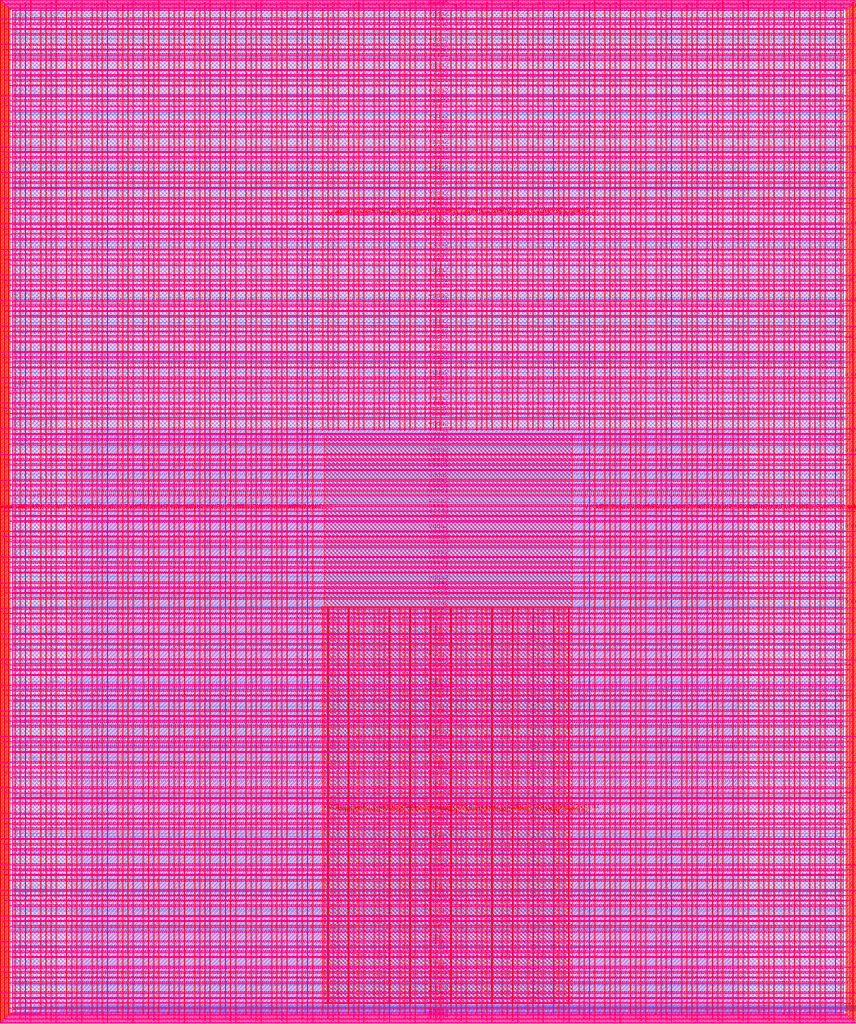
<source format=lef>
VERSION 5.7 ;
  NOWIREEXTENSIONATPIN ON ;
  DIVIDERCHAR "/" ;
  BUSBITCHARS "[]" ;
MACRO user_project_wrapper
  CLASS BLOCK ;
  FOREIGN user_project_wrapper ;
  ORIGIN 0.000 0.000 ;
  SIZE 2920.000 BY 3520.000 ;
  PIN analog_io[0]
    DIRECTION INOUT ;
    USE SIGNAL ;
    PORT
      LAYER met3 ;
        RECT 2917.600 1426.380 2924.800 1427.580 ;
    END
  END analog_io[0]
  PIN analog_io[10]
    DIRECTION INOUT ;
    USE SIGNAL ;
    PORT
      LAYER met2 ;
        RECT 2230.490 3517.600 2231.050 3524.800 ;
    END
  END analog_io[10]
  PIN analog_io[11]
    DIRECTION INOUT ;
    USE SIGNAL ;
    PORT
      LAYER met2 ;
        RECT 1905.730 3517.600 1906.290 3524.800 ;
    END
  END analog_io[11]
  PIN analog_io[12]
    DIRECTION INOUT ;
    USE SIGNAL ;
    PORT
      LAYER met2 ;
        RECT 1581.430 3517.600 1581.990 3524.800 ;
    END
  END analog_io[12]
  PIN analog_io[13]
    DIRECTION INOUT ;
    USE SIGNAL ;
    PORT
      LAYER met2 ;
        RECT 1257.130 3517.600 1257.690 3524.800 ;
    END
  END analog_io[13]
  PIN analog_io[14]
    DIRECTION INOUT ;
    USE SIGNAL ;
    PORT
      LAYER met2 ;
        RECT 932.370 3517.600 932.930 3524.800 ;
    END
  END analog_io[14]
  PIN analog_io[15]
    DIRECTION INOUT ;
    USE SIGNAL ;
    PORT
      LAYER met2 ;
        RECT 608.070 3517.600 608.630 3524.800 ;
    END
  END analog_io[15]
  PIN analog_io[16]
    DIRECTION INOUT ;
    USE SIGNAL ;
    PORT
      LAYER met2 ;
        RECT 283.770 3517.600 284.330 3524.800 ;
    END
  END analog_io[16]
  PIN analog_io[17]
    DIRECTION INOUT ;
    USE SIGNAL ;
    PORT
      LAYER met3 ;
        RECT -4.800 3486.100 2.400 3487.300 ;
    END
  END analog_io[17]
  PIN analog_io[18]
    DIRECTION INOUT ;
    USE SIGNAL ;
    PORT
      LAYER met3 ;
        RECT -4.800 3224.980 2.400 3226.180 ;
    END
  END analog_io[18]
  PIN analog_io[19]
    DIRECTION INOUT ;
    USE SIGNAL ;
    PORT
      LAYER met3 ;
        RECT -4.800 2964.540 2.400 2965.740 ;
    END
  END analog_io[19]
  PIN analog_io[1]
    DIRECTION INOUT ;
    USE SIGNAL ;
    PORT
      LAYER met3 ;
        RECT 2917.600 1692.260 2924.800 1693.460 ;
    END
  END analog_io[1]
  PIN analog_io[20]
    DIRECTION INOUT ;
    USE SIGNAL ;
    PORT
      LAYER met3 ;
        RECT -4.800 2703.420 2.400 2704.620 ;
    END
  END analog_io[20]
  PIN analog_io[21]
    DIRECTION INOUT ;
    USE SIGNAL ;
    PORT
      LAYER met3 ;
        RECT -4.800 2442.980 2.400 2444.180 ;
    END
  END analog_io[21]
  PIN analog_io[22]
    DIRECTION INOUT ;
    USE SIGNAL ;
    PORT
      LAYER met3 ;
        RECT -4.800 2182.540 2.400 2183.740 ;
    END
  END analog_io[22]
  PIN analog_io[23]
    DIRECTION INOUT ;
    USE SIGNAL ;
    PORT
      LAYER met3 ;
        RECT -4.800 1921.420 2.400 1922.620 ;
    END
  END analog_io[23]
  PIN analog_io[24]
    DIRECTION INOUT ;
    USE SIGNAL ;
    PORT
      LAYER met3 ;
        RECT -4.800 1660.980 2.400 1662.180 ;
    END
  END analog_io[24]
  PIN analog_io[25]
    DIRECTION INOUT ;
    USE SIGNAL ;
    PORT
      LAYER met3 ;
        RECT -4.800 1399.860 2.400 1401.060 ;
    END
  END analog_io[25]
  PIN analog_io[26]
    DIRECTION INOUT ;
    USE SIGNAL ;
    PORT
      LAYER met3 ;
        RECT -4.800 1139.420 2.400 1140.620 ;
    END
  END analog_io[26]
  PIN analog_io[27]
    DIRECTION INOUT ;
    USE SIGNAL ;
    PORT
      LAYER met3 ;
        RECT -4.800 878.980 2.400 880.180 ;
    END
  END analog_io[27]
  PIN analog_io[28]
    DIRECTION INOUT ;
    USE SIGNAL ;
    PORT
      LAYER met3 ;
        RECT -4.800 617.860 2.400 619.060 ;
    END
  END analog_io[28]
  PIN analog_io[2]
    DIRECTION INOUT ;
    USE SIGNAL ;
    PORT
      LAYER met3 ;
        RECT 2917.600 1958.140 2924.800 1959.340 ;
    END
  END analog_io[2]
  PIN analog_io[3]
    DIRECTION INOUT ;
    USE SIGNAL ;
    PORT
      LAYER met3 ;
        RECT 2917.600 2223.340 2924.800 2224.540 ;
    END
  END analog_io[3]
  PIN analog_io[4]
    DIRECTION INOUT ;
    USE SIGNAL ;
    PORT
      LAYER met3 ;
        RECT 2917.600 2489.220 2924.800 2490.420 ;
    END
  END analog_io[4]
  PIN analog_io[5]
    DIRECTION INOUT ;
    USE SIGNAL ;
    PORT
      LAYER met3 ;
        RECT 2917.600 2755.100 2924.800 2756.300 ;
    END
  END analog_io[5]
  PIN analog_io[6]
    DIRECTION INOUT ;
    USE SIGNAL ;
    PORT
      LAYER met3 ;
        RECT 2917.600 3020.300 2924.800 3021.500 ;
    END
  END analog_io[6]
  PIN analog_io[7]
    DIRECTION INOUT ;
    USE SIGNAL ;
    PORT
      LAYER met3 ;
        RECT 2917.600 3286.180 2924.800 3287.380 ;
    END
  END analog_io[7]
  PIN analog_io[8]
    DIRECTION INOUT ;
    USE SIGNAL ;
    PORT
      LAYER met2 ;
        RECT 2879.090 3517.600 2879.650 3524.800 ;
    END
  END analog_io[8]
  PIN analog_io[9]
    DIRECTION INOUT ;
    USE SIGNAL ;
    PORT
      LAYER met2 ;
        RECT 2554.790 3517.600 2555.350 3524.800 ;
    END
  END analog_io[9]
  PIN io_in[0]
    DIRECTION INPUT ;
    USE SIGNAL ;
    PORT
      LAYER met3 ;
        RECT 2917.600 32.380 2924.800 33.580 ;
    END
  END io_in[0]
  PIN io_in[10]
    DIRECTION INPUT ;
    USE SIGNAL ;
    PORT
      LAYER met3 ;
        RECT 2917.600 2289.980 2924.800 2291.180 ;
    END
  END io_in[10]
  PIN io_in[11]
    DIRECTION INPUT ;
    USE SIGNAL ;
    PORT
      LAYER met3 ;
        RECT 2917.600 2555.860 2924.800 2557.060 ;
    END
  END io_in[11]
  PIN io_in[12]
    DIRECTION INPUT ;
    USE SIGNAL ;
    PORT
      LAYER met3 ;
        RECT 2917.600 2821.060 2924.800 2822.260 ;
    END
  END io_in[12]
  PIN io_in[13]
    DIRECTION INPUT ;
    USE SIGNAL ;
    PORT
      LAYER met3 ;
        RECT 2917.600 3086.940 2924.800 3088.140 ;
    END
  END io_in[13]
  PIN io_in[14]
    DIRECTION INPUT ;
    USE SIGNAL ;
    PORT
      LAYER met3 ;
        RECT 2917.600 3352.820 2924.800 3354.020 ;
    END
  END io_in[14]
  PIN io_in[15]
    DIRECTION INPUT ;
    USE SIGNAL ;
    PORT
      LAYER met2 ;
        RECT 2798.130 3517.600 2798.690 3524.800 ;
    END
  END io_in[15]
  PIN io_in[16]
    DIRECTION INPUT ;
    USE SIGNAL ;
    PORT
      LAYER met2 ;
        RECT 2473.830 3517.600 2474.390 3524.800 ;
    END
  END io_in[16]
  PIN io_in[17]
    DIRECTION INPUT ;
    USE SIGNAL ;
    PORT
      LAYER met2 ;
        RECT 2149.070 3517.600 2149.630 3524.800 ;
    END
  END io_in[17]
  PIN io_in[18]
    DIRECTION INPUT ;
    USE SIGNAL ;
    PORT
      LAYER met2 ;
        RECT 1824.770 3517.600 1825.330 3524.800 ;
    END
  END io_in[18]
  PIN io_in[19]
    DIRECTION INPUT ;
    USE SIGNAL ;
    PORT
      LAYER met2 ;
        RECT 1500.470 3517.600 1501.030 3524.800 ;
    END
  END io_in[19]
  PIN io_in[1]
    DIRECTION INPUT ;
    USE SIGNAL ;
    PORT
      LAYER met3 ;
        RECT 2917.600 230.940 2924.800 232.140 ;
    END
  END io_in[1]
  PIN io_in[20]
    DIRECTION INPUT ;
    USE SIGNAL ;
    PORT
      LAYER met2 ;
        RECT 1175.710 3517.600 1176.270 3524.800 ;
    END
  END io_in[20]
  PIN io_in[21]
    DIRECTION INPUT ;
    USE SIGNAL ;
    PORT
      LAYER met2 ;
        RECT 851.410 3517.600 851.970 3524.800 ;
    END
  END io_in[21]
  PIN io_in[22]
    DIRECTION INPUT ;
    USE SIGNAL ;
    PORT
      LAYER met2 ;
        RECT 527.110 3517.600 527.670 3524.800 ;
    END
  END io_in[22]
  PIN io_in[23]
    DIRECTION INPUT ;
    USE SIGNAL ;
    PORT
      LAYER met2 ;
        RECT 202.350 3517.600 202.910 3524.800 ;
    END
  END io_in[23]
  PIN io_in[24]
    DIRECTION INPUT ;
    USE SIGNAL ;
    PORT
      LAYER met3 ;
        RECT -4.800 3420.820 2.400 3422.020 ;
    END
  END io_in[24]
  PIN io_in[25]
    DIRECTION INPUT ;
    USE SIGNAL ;
    PORT
      LAYER met3 ;
        RECT -4.800 3159.700 2.400 3160.900 ;
    END
  END io_in[25]
  PIN io_in[26]
    DIRECTION INPUT ;
    USE SIGNAL ;
    PORT
      LAYER met3 ;
        RECT -4.800 2899.260 2.400 2900.460 ;
    END
  END io_in[26]
  PIN io_in[27]
    DIRECTION INPUT ;
    USE SIGNAL ;
    PORT
      LAYER met3 ;
        RECT -4.800 2638.820 2.400 2640.020 ;
    END
  END io_in[27]
  PIN io_in[28]
    DIRECTION INPUT ;
    USE SIGNAL ;
    PORT
      LAYER met3 ;
        RECT -4.800 2377.700 2.400 2378.900 ;
    END
  END io_in[28]
  PIN io_in[29]
    DIRECTION INPUT ;
    USE SIGNAL ;
    PORT
      LAYER met3 ;
        RECT -4.800 2117.260 2.400 2118.460 ;
    END
  END io_in[29]
  PIN io_in[2]
    DIRECTION INPUT ;
    USE SIGNAL ;
    PORT
      LAYER met3 ;
        RECT 2917.600 430.180 2924.800 431.380 ;
    END
  END io_in[2]
  PIN io_in[30]
    DIRECTION INPUT ;
    USE SIGNAL ;
    PORT
      LAYER met3 ;
        RECT -4.800 1856.140 2.400 1857.340 ;
    END
  END io_in[30]
  PIN io_in[31]
    DIRECTION INPUT ;
    USE SIGNAL ;
    PORT
      LAYER met3 ;
        RECT -4.800 1595.700 2.400 1596.900 ;
    END
  END io_in[31]
  PIN io_in[32]
    DIRECTION INPUT ;
    USE SIGNAL ;
    PORT
      LAYER met3 ;
        RECT -4.800 1335.260 2.400 1336.460 ;
    END
  END io_in[32]
  PIN io_in[33]
    DIRECTION INPUT ;
    USE SIGNAL ;
    PORT
      LAYER met3 ;
        RECT -4.800 1074.140 2.400 1075.340 ;
    END
  END io_in[33]
  PIN io_in[34]
    DIRECTION INPUT ;
    USE SIGNAL ;
    PORT
      LAYER met3 ;
        RECT -4.800 813.700 2.400 814.900 ;
    END
  END io_in[34]
  PIN io_in[35]
    DIRECTION INPUT ;
    USE SIGNAL ;
    PORT
      LAYER met3 ;
        RECT -4.800 552.580 2.400 553.780 ;
    END
  END io_in[35]
  PIN io_in[36]
    DIRECTION INPUT ;
    USE SIGNAL ;
    PORT
      LAYER met3 ;
        RECT -4.800 357.420 2.400 358.620 ;
    END
  END io_in[36]
  PIN io_in[37]
    DIRECTION INPUT ;
    USE SIGNAL ;
    PORT
      LAYER met3 ;
        RECT -4.800 161.580 2.400 162.780 ;
    END
  END io_in[37]
  PIN io_in[3]
    DIRECTION INPUT ;
    USE SIGNAL ;
    PORT
      LAYER met3 ;
        RECT 2917.600 629.420 2924.800 630.620 ;
    END
  END io_in[3]
  PIN io_in[4]
    DIRECTION INPUT ;
    USE SIGNAL ;
    PORT
      LAYER met3 ;
        RECT 2917.600 828.660 2924.800 829.860 ;
    END
  END io_in[4]
  PIN io_in[5]
    DIRECTION INPUT ;
    USE SIGNAL ;
    PORT
      LAYER met3 ;
        RECT 2917.600 1027.900 2924.800 1029.100 ;
    END
  END io_in[5]
  PIN io_in[6]
    DIRECTION INPUT ;
    USE SIGNAL ;
    PORT
      LAYER met3 ;
        RECT 2917.600 1227.140 2924.800 1228.340 ;
    END
  END io_in[6]
  PIN io_in[7]
    DIRECTION INPUT ;
    USE SIGNAL ;
    PORT
      LAYER met3 ;
        RECT 2917.600 1493.020 2924.800 1494.220 ;
    END
  END io_in[7]
  PIN io_in[8]
    DIRECTION INPUT ;
    USE SIGNAL ;
    PORT
      LAYER met3 ;
        RECT 2917.600 1758.900 2924.800 1760.100 ;
    END
  END io_in[8]
  PIN io_in[9]
    DIRECTION INPUT ;
    USE SIGNAL ;
    PORT
      LAYER met3 ;
        RECT 2917.600 2024.100 2924.800 2025.300 ;
    END
  END io_in[9]
  PIN io_oeb[0]
    DIRECTION OUTPUT TRISTATE ;
    USE SIGNAL ;
    PORT
      LAYER met3 ;
        RECT 2917.600 164.980 2924.800 166.180 ;
    END
  END io_oeb[0]
  PIN io_oeb[10]
    DIRECTION OUTPUT TRISTATE ;
    USE SIGNAL ;
    PORT
      LAYER met3 ;
        RECT 2917.600 2422.580 2924.800 2423.780 ;
    END
  END io_oeb[10]
  PIN io_oeb[11]
    DIRECTION OUTPUT TRISTATE ;
    USE SIGNAL ;
    PORT
      LAYER met3 ;
        RECT 2917.600 2688.460 2924.800 2689.660 ;
    END
  END io_oeb[11]
  PIN io_oeb[12]
    DIRECTION OUTPUT TRISTATE ;
    USE SIGNAL ;
    PORT
      LAYER met3 ;
        RECT 2917.600 2954.340 2924.800 2955.540 ;
    END
  END io_oeb[12]
  PIN io_oeb[13]
    DIRECTION OUTPUT TRISTATE ;
    USE SIGNAL ;
    PORT
      LAYER met3 ;
        RECT 2917.600 3219.540 2924.800 3220.740 ;
    END
  END io_oeb[13]
  PIN io_oeb[14]
    DIRECTION OUTPUT TRISTATE ;
    USE SIGNAL ;
    PORT
      LAYER met3 ;
        RECT 2917.600 3485.420 2924.800 3486.620 ;
    END
  END io_oeb[14]
  PIN io_oeb[15]
    DIRECTION OUTPUT TRISTATE ;
    USE SIGNAL ;
    PORT
      LAYER met2 ;
        RECT 2635.750 3517.600 2636.310 3524.800 ;
    END
  END io_oeb[15]
  PIN io_oeb[16]
    DIRECTION OUTPUT TRISTATE ;
    USE SIGNAL ;
    PORT
      LAYER met2 ;
        RECT 2311.450 3517.600 2312.010 3524.800 ;
    END
  END io_oeb[16]
  PIN io_oeb[17]
    DIRECTION OUTPUT TRISTATE ;
    USE SIGNAL ;
    PORT
      LAYER met2 ;
        RECT 1987.150 3517.600 1987.710 3524.800 ;
    END
  END io_oeb[17]
  PIN io_oeb[18]
    DIRECTION OUTPUT TRISTATE ;
    USE SIGNAL ;
    PORT
      LAYER met2 ;
        RECT 1662.390 3517.600 1662.950 3524.800 ;
    END
  END io_oeb[18]
  PIN io_oeb[19]
    DIRECTION OUTPUT TRISTATE ;
    USE SIGNAL ;
    PORT
      LAYER met2 ;
        RECT 1338.090 3517.600 1338.650 3524.800 ;
    END
  END io_oeb[19]
  PIN io_oeb[1]
    DIRECTION OUTPUT TRISTATE ;
    USE SIGNAL ;
    PORT
      LAYER met3 ;
        RECT 2917.600 364.220 2924.800 365.420 ;
    END
  END io_oeb[1]
  PIN io_oeb[20]
    DIRECTION OUTPUT TRISTATE ;
    USE SIGNAL ;
    PORT
      LAYER met2 ;
        RECT 1013.790 3517.600 1014.350 3524.800 ;
    END
  END io_oeb[20]
  PIN io_oeb[21]
    DIRECTION OUTPUT TRISTATE ;
    USE SIGNAL ;
    PORT
      LAYER met2 ;
        RECT 689.030 3517.600 689.590 3524.800 ;
    END
  END io_oeb[21]
  PIN io_oeb[22]
    DIRECTION OUTPUT TRISTATE ;
    USE SIGNAL ;
    PORT
      LAYER met2 ;
        RECT 364.730 3517.600 365.290 3524.800 ;
    END
  END io_oeb[22]
  PIN io_oeb[23]
    DIRECTION OUTPUT TRISTATE ;
    USE SIGNAL ;
    PORT
      LAYER met2 ;
        RECT 40.430 3517.600 40.990 3524.800 ;
    END
  END io_oeb[23]
  PIN io_oeb[24]
    DIRECTION OUTPUT TRISTATE ;
    USE SIGNAL ;
    PORT
      LAYER met3 ;
        RECT -4.800 3290.260 2.400 3291.460 ;
    END
  END io_oeb[24]
  PIN io_oeb[25]
    DIRECTION OUTPUT TRISTATE ;
    USE SIGNAL ;
    PORT
      LAYER met3 ;
        RECT -4.800 3029.820 2.400 3031.020 ;
    END
  END io_oeb[25]
  PIN io_oeb[26]
    DIRECTION OUTPUT TRISTATE ;
    USE SIGNAL ;
    PORT
      LAYER met3 ;
        RECT -4.800 2768.700 2.400 2769.900 ;
    END
  END io_oeb[26]
  PIN io_oeb[27]
    DIRECTION OUTPUT TRISTATE ;
    USE SIGNAL ;
    PORT
      LAYER met3 ;
        RECT -4.800 2508.260 2.400 2509.460 ;
    END
  END io_oeb[27]
  PIN io_oeb[28]
    DIRECTION OUTPUT TRISTATE ;
    USE SIGNAL ;
    PORT
      LAYER met3 ;
        RECT -4.800 2247.140 2.400 2248.340 ;
    END
  END io_oeb[28]
  PIN io_oeb[29]
    DIRECTION OUTPUT TRISTATE ;
    USE SIGNAL ;
    PORT
      LAYER met3 ;
        RECT -4.800 1986.700 2.400 1987.900 ;
    END
  END io_oeb[29]
  PIN io_oeb[2]
    DIRECTION OUTPUT TRISTATE ;
    USE SIGNAL ;
    PORT
      LAYER met3 ;
        RECT 2917.600 563.460 2924.800 564.660 ;
    END
  END io_oeb[2]
  PIN io_oeb[30]
    DIRECTION OUTPUT TRISTATE ;
    USE SIGNAL ;
    PORT
      LAYER met3 ;
        RECT -4.800 1726.260 2.400 1727.460 ;
    END
  END io_oeb[30]
  PIN io_oeb[31]
    DIRECTION OUTPUT TRISTATE ;
    USE SIGNAL ;
    PORT
      LAYER met3 ;
        RECT -4.800 1465.140 2.400 1466.340 ;
    END
  END io_oeb[31]
  PIN io_oeb[32]
    DIRECTION OUTPUT TRISTATE ;
    USE SIGNAL ;
    PORT
      LAYER met3 ;
        RECT -4.800 1204.700 2.400 1205.900 ;
    END
  END io_oeb[32]
  PIN io_oeb[33]
    DIRECTION OUTPUT TRISTATE ;
    USE SIGNAL ;
    PORT
      LAYER met3 ;
        RECT -4.800 943.580 2.400 944.780 ;
    END
  END io_oeb[33]
  PIN io_oeb[34]
    DIRECTION OUTPUT TRISTATE ;
    USE SIGNAL ;
    PORT
      LAYER met3 ;
        RECT -4.800 683.140 2.400 684.340 ;
    END
  END io_oeb[34]
  PIN io_oeb[35]
    DIRECTION OUTPUT TRISTATE ;
    USE SIGNAL ;
    PORT
      LAYER met3 ;
        RECT -4.800 422.700 2.400 423.900 ;
    END
  END io_oeb[35]
  PIN io_oeb[36]
    DIRECTION OUTPUT TRISTATE ;
    USE SIGNAL ;
    PORT
      LAYER met3 ;
        RECT -4.800 226.860 2.400 228.060 ;
    END
  END io_oeb[36]
  PIN io_oeb[37]
    DIRECTION OUTPUT TRISTATE ;
    USE SIGNAL ;
    PORT
      LAYER met3 ;
        RECT -4.800 31.700 2.400 32.900 ;
    END
  END io_oeb[37]
  PIN io_oeb[3]
    DIRECTION OUTPUT TRISTATE ;
    USE SIGNAL ;
    PORT
      LAYER met3 ;
        RECT 2917.600 762.700 2924.800 763.900 ;
    END
  END io_oeb[3]
  PIN io_oeb[4]
    DIRECTION OUTPUT TRISTATE ;
    USE SIGNAL ;
    PORT
      LAYER met3 ;
        RECT 2917.600 961.940 2924.800 963.140 ;
    END
  END io_oeb[4]
  PIN io_oeb[5]
    DIRECTION OUTPUT TRISTATE ;
    USE SIGNAL ;
    PORT
      LAYER met3 ;
        RECT 2917.600 1161.180 2924.800 1162.380 ;
    END
  END io_oeb[5]
  PIN io_oeb[6]
    DIRECTION OUTPUT TRISTATE ;
    USE SIGNAL ;
    PORT
      LAYER met3 ;
        RECT 2917.600 1360.420 2924.800 1361.620 ;
    END
  END io_oeb[6]
  PIN io_oeb[7]
    DIRECTION OUTPUT TRISTATE ;
    USE SIGNAL ;
    PORT
      LAYER met3 ;
        RECT 2917.600 1625.620 2924.800 1626.820 ;
    END
  END io_oeb[7]
  PIN io_oeb[8]
    DIRECTION OUTPUT TRISTATE ;
    USE SIGNAL ;
    PORT
      LAYER met3 ;
        RECT 2917.600 1891.500 2924.800 1892.700 ;
    END
  END io_oeb[8]
  PIN io_oeb[9]
    DIRECTION OUTPUT TRISTATE ;
    USE SIGNAL ;
    PORT
      LAYER met3 ;
        RECT 2917.600 2157.380 2924.800 2158.580 ;
    END
  END io_oeb[9]
  PIN io_out[0]
    DIRECTION OUTPUT TRISTATE ;
    USE SIGNAL ;
    PORT
      LAYER met3 ;
        RECT 2917.600 98.340 2924.800 99.540 ;
    END
  END io_out[0]
  PIN io_out[10]
    DIRECTION OUTPUT TRISTATE ;
    USE SIGNAL ;
    PORT
      LAYER met3 ;
        RECT 2917.600 2356.620 2924.800 2357.820 ;
    END
  END io_out[10]
  PIN io_out[11]
    DIRECTION OUTPUT TRISTATE ;
    USE SIGNAL ;
    PORT
      LAYER met3 ;
        RECT 2917.600 2621.820 2924.800 2623.020 ;
    END
  END io_out[11]
  PIN io_out[12]
    DIRECTION OUTPUT TRISTATE ;
    USE SIGNAL ;
    PORT
      LAYER met3 ;
        RECT 2917.600 2887.700 2924.800 2888.900 ;
    END
  END io_out[12]
  PIN io_out[13]
    DIRECTION OUTPUT TRISTATE ;
    USE SIGNAL ;
    PORT
      LAYER met3 ;
        RECT 2917.600 3153.580 2924.800 3154.780 ;
    END
  END io_out[13]
  PIN io_out[14]
    DIRECTION OUTPUT TRISTATE ;
    USE SIGNAL ;
    PORT
      LAYER met3 ;
        RECT 2917.600 3418.780 2924.800 3419.980 ;
    END
  END io_out[14]
  PIN io_out[15]
    DIRECTION OUTPUT TRISTATE ;
    USE SIGNAL ;
    PORT
      LAYER met2 ;
        RECT 2717.170 3517.600 2717.730 3524.800 ;
    END
  END io_out[15]
  PIN io_out[16]
    DIRECTION OUTPUT TRISTATE ;
    USE SIGNAL ;
    PORT
      LAYER met2 ;
        RECT 2392.410 3517.600 2392.970 3524.800 ;
    END
  END io_out[16]
  PIN io_out[17]
    DIRECTION OUTPUT TRISTATE ;
    USE SIGNAL ;
    PORT
      LAYER met2 ;
        RECT 2068.110 3517.600 2068.670 3524.800 ;
    END
  END io_out[17]
  PIN io_out[18]
    DIRECTION OUTPUT TRISTATE ;
    USE SIGNAL ;
    PORT
      LAYER met2 ;
        RECT 1743.810 3517.600 1744.370 3524.800 ;
    END
  END io_out[18]
  PIN io_out[19]
    DIRECTION OUTPUT TRISTATE ;
    USE SIGNAL ;
    PORT
      LAYER met2 ;
        RECT 1419.050 3517.600 1419.610 3524.800 ;
    END
  END io_out[19]
  PIN io_out[1]
    DIRECTION OUTPUT TRISTATE ;
    USE SIGNAL ;
    PORT
      LAYER met3 ;
        RECT 2917.600 297.580 2924.800 298.780 ;
    END
  END io_out[1]
  PIN io_out[20]
    DIRECTION OUTPUT TRISTATE ;
    USE SIGNAL ;
    PORT
      LAYER met2 ;
        RECT 1094.750 3517.600 1095.310 3524.800 ;
    END
  END io_out[20]
  PIN io_out[21]
    DIRECTION OUTPUT TRISTATE ;
    USE SIGNAL ;
    PORT
      LAYER met2 ;
        RECT 770.450 3517.600 771.010 3524.800 ;
    END
  END io_out[21]
  PIN io_out[22]
    DIRECTION OUTPUT TRISTATE ;
    USE SIGNAL ;
    PORT
      LAYER met2 ;
        RECT 445.690 3517.600 446.250 3524.800 ;
    END
  END io_out[22]
  PIN io_out[23]
    DIRECTION OUTPUT TRISTATE ;
    USE SIGNAL ;
    PORT
      LAYER met2 ;
        RECT 121.390 3517.600 121.950 3524.800 ;
    END
  END io_out[23]
  PIN io_out[24]
    DIRECTION OUTPUT TRISTATE ;
    USE SIGNAL ;
    PORT
      LAYER met3 ;
        RECT -4.800 3355.540 2.400 3356.740 ;
    END
  END io_out[24]
  PIN io_out[25]
    DIRECTION OUTPUT TRISTATE ;
    USE SIGNAL ;
    PORT
      LAYER met3 ;
        RECT -4.800 3095.100 2.400 3096.300 ;
    END
  END io_out[25]
  PIN io_out[26]
    DIRECTION OUTPUT TRISTATE ;
    USE SIGNAL ;
    PORT
      LAYER met3 ;
        RECT -4.800 2833.980 2.400 2835.180 ;
    END
  END io_out[26]
  PIN io_out[27]
    DIRECTION OUTPUT TRISTATE ;
    USE SIGNAL ;
    PORT
      LAYER met3 ;
        RECT -4.800 2573.540 2.400 2574.740 ;
    END
  END io_out[27]
  PIN io_out[28]
    DIRECTION OUTPUT TRISTATE ;
    USE SIGNAL ;
    PORT
      LAYER met3 ;
        RECT -4.800 2312.420 2.400 2313.620 ;
    END
  END io_out[28]
  PIN io_out[29]
    DIRECTION OUTPUT TRISTATE ;
    USE SIGNAL ;
    PORT
      LAYER met3 ;
        RECT -4.800 2051.980 2.400 2053.180 ;
    END
  END io_out[29]
  PIN io_out[2]
    DIRECTION OUTPUT TRISTATE ;
    USE SIGNAL ;
    PORT
      LAYER met3 ;
        RECT 2917.600 496.820 2924.800 498.020 ;
    END
  END io_out[2]
  PIN io_out[30]
    DIRECTION OUTPUT TRISTATE ;
    USE SIGNAL ;
    PORT
      LAYER met3 ;
        RECT -4.800 1791.540 2.400 1792.740 ;
    END
  END io_out[30]
  PIN io_out[31]
    DIRECTION OUTPUT TRISTATE ;
    USE SIGNAL ;
    PORT
      LAYER met3 ;
        RECT -4.800 1530.420 2.400 1531.620 ;
    END
  END io_out[31]
  PIN io_out[32]
    DIRECTION OUTPUT TRISTATE ;
    USE SIGNAL ;
    PORT
      LAYER met3 ;
        RECT -4.800 1269.980 2.400 1271.180 ;
    END
  END io_out[32]
  PIN io_out[33]
    DIRECTION OUTPUT TRISTATE ;
    USE SIGNAL ;
    PORT
      LAYER met3 ;
        RECT -4.800 1008.860 2.400 1010.060 ;
    END
  END io_out[33]
  PIN io_out[34]
    DIRECTION OUTPUT TRISTATE ;
    USE SIGNAL ;
    PORT
      LAYER met3 ;
        RECT -4.800 748.420 2.400 749.620 ;
    END
  END io_out[34]
  PIN io_out[35]
    DIRECTION OUTPUT TRISTATE ;
    USE SIGNAL ;
    PORT
      LAYER met3 ;
        RECT -4.800 487.300 2.400 488.500 ;
    END
  END io_out[35]
  PIN io_out[36]
    DIRECTION OUTPUT TRISTATE ;
    USE SIGNAL ;
    PORT
      LAYER met3 ;
        RECT -4.800 292.140 2.400 293.340 ;
    END
  END io_out[36]
  PIN io_out[37]
    DIRECTION OUTPUT TRISTATE ;
    USE SIGNAL ;
    PORT
      LAYER met3 ;
        RECT -4.800 96.300 2.400 97.500 ;
    END
  END io_out[37]
  PIN io_out[3]
    DIRECTION OUTPUT TRISTATE ;
    USE SIGNAL ;
    PORT
      LAYER met3 ;
        RECT 2917.600 696.060 2924.800 697.260 ;
    END
  END io_out[3]
  PIN io_out[4]
    DIRECTION OUTPUT TRISTATE ;
    USE SIGNAL ;
    PORT
      LAYER met3 ;
        RECT 2917.600 895.300 2924.800 896.500 ;
    END
  END io_out[4]
  PIN io_out[5]
    DIRECTION OUTPUT TRISTATE ;
    USE SIGNAL ;
    PORT
      LAYER met3 ;
        RECT 2917.600 1094.540 2924.800 1095.740 ;
    END
  END io_out[5]
  PIN io_out[6]
    DIRECTION OUTPUT TRISTATE ;
    USE SIGNAL ;
    PORT
      LAYER met3 ;
        RECT 2917.600 1293.780 2924.800 1294.980 ;
    END
  END io_out[6]
  PIN io_out[7]
    DIRECTION OUTPUT TRISTATE ;
    USE SIGNAL ;
    PORT
      LAYER met3 ;
        RECT 2917.600 1559.660 2924.800 1560.860 ;
    END
  END io_out[7]
  PIN io_out[8]
    DIRECTION OUTPUT TRISTATE ;
    USE SIGNAL ;
    PORT
      LAYER met3 ;
        RECT 2917.600 1824.860 2924.800 1826.060 ;
    END
  END io_out[8]
  PIN io_out[9]
    DIRECTION OUTPUT TRISTATE ;
    USE SIGNAL ;
    PORT
      LAYER met3 ;
        RECT 2917.600 2090.740 2924.800 2091.940 ;
    END
  END io_out[9]
  PIN la_data_in[0]
    DIRECTION INPUT ;
    USE SIGNAL ;
    PORT
      LAYER met2 ;
        RECT 629.230 -4.800 629.790 2.400 ;
    END
  END la_data_in[0]
  PIN la_data_in[100]
    DIRECTION INPUT ;
    USE SIGNAL ;
    PORT
      LAYER met2 ;
        RECT 2402.530 -4.800 2403.090 2.400 ;
    END
  END la_data_in[100]
  PIN la_data_in[101]
    DIRECTION INPUT ;
    USE SIGNAL ;
    PORT
      LAYER met2 ;
        RECT 2420.010 -4.800 2420.570 2.400 ;
    END
  END la_data_in[101]
  PIN la_data_in[102]
    DIRECTION INPUT ;
    USE SIGNAL ;
    PORT
      LAYER met2 ;
        RECT 2437.950 -4.800 2438.510 2.400 ;
    END
  END la_data_in[102]
  PIN la_data_in[103]
    DIRECTION INPUT ;
    USE SIGNAL ;
    PORT
      LAYER met2 ;
        RECT 2455.430 -4.800 2455.990 2.400 ;
    END
  END la_data_in[103]
  PIN la_data_in[104]
    DIRECTION INPUT ;
    USE SIGNAL ;
    PORT
      LAYER met2 ;
        RECT 2473.370 -4.800 2473.930 2.400 ;
    END
  END la_data_in[104]
  PIN la_data_in[105]
    DIRECTION INPUT ;
    USE SIGNAL ;
    PORT
      LAYER met2 ;
        RECT 2490.850 -4.800 2491.410 2.400 ;
    END
  END la_data_in[105]
  PIN la_data_in[106]
    DIRECTION INPUT ;
    USE SIGNAL ;
    PORT
      LAYER met2 ;
        RECT 2508.790 -4.800 2509.350 2.400 ;
    END
  END la_data_in[106]
  PIN la_data_in[107]
    DIRECTION INPUT ;
    USE SIGNAL ;
    PORT
      LAYER met2 ;
        RECT 2526.730 -4.800 2527.290 2.400 ;
    END
  END la_data_in[107]
  PIN la_data_in[108]
    DIRECTION INPUT ;
    USE SIGNAL ;
    PORT
      LAYER met2 ;
        RECT 2544.210 -4.800 2544.770 2.400 ;
    END
  END la_data_in[108]
  PIN la_data_in[109]
    DIRECTION INPUT ;
    USE SIGNAL ;
    PORT
      LAYER met2 ;
        RECT 2562.150 -4.800 2562.710 2.400 ;
    END
  END la_data_in[109]
  PIN la_data_in[10]
    DIRECTION INPUT ;
    USE SIGNAL ;
    PORT
      LAYER met2 ;
        RECT 806.330 -4.800 806.890 2.400 ;
    END
  END la_data_in[10]
  PIN la_data_in[110]
    DIRECTION INPUT ;
    USE SIGNAL ;
    PORT
      LAYER met2 ;
        RECT 2579.630 -4.800 2580.190 2.400 ;
    END
  END la_data_in[110]
  PIN la_data_in[111]
    DIRECTION INPUT ;
    USE SIGNAL ;
    PORT
      LAYER met2 ;
        RECT 2597.570 -4.800 2598.130 2.400 ;
    END
  END la_data_in[111]
  PIN la_data_in[112]
    DIRECTION INPUT ;
    USE SIGNAL ;
    PORT
      LAYER met2 ;
        RECT 2615.050 -4.800 2615.610 2.400 ;
    END
  END la_data_in[112]
  PIN la_data_in[113]
    DIRECTION INPUT ;
    USE SIGNAL ;
    PORT
      LAYER met2 ;
        RECT 2632.990 -4.800 2633.550 2.400 ;
    END
  END la_data_in[113]
  PIN la_data_in[114]
    DIRECTION INPUT ;
    USE SIGNAL ;
    PORT
      LAYER met2 ;
        RECT 2650.470 -4.800 2651.030 2.400 ;
    END
  END la_data_in[114]
  PIN la_data_in[115]
    DIRECTION INPUT ;
    USE SIGNAL ;
    PORT
      LAYER met2 ;
        RECT 2668.410 -4.800 2668.970 2.400 ;
    END
  END la_data_in[115]
  PIN la_data_in[116]
    DIRECTION INPUT ;
    USE SIGNAL ;
    PORT
      LAYER met2 ;
        RECT 2685.890 -4.800 2686.450 2.400 ;
    END
  END la_data_in[116]
  PIN la_data_in[117]
    DIRECTION INPUT ;
    USE SIGNAL ;
    PORT
      LAYER met2 ;
        RECT 2703.830 -4.800 2704.390 2.400 ;
    END
  END la_data_in[117]
  PIN la_data_in[118]
    DIRECTION INPUT ;
    USE SIGNAL ;
    PORT
      LAYER met2 ;
        RECT 2721.770 -4.800 2722.330 2.400 ;
    END
  END la_data_in[118]
  PIN la_data_in[119]
    DIRECTION INPUT ;
    USE SIGNAL ;
    PORT
      LAYER met2 ;
        RECT 2739.250 -4.800 2739.810 2.400 ;
    END
  END la_data_in[119]
  PIN la_data_in[11]
    DIRECTION INPUT ;
    USE SIGNAL ;
    PORT
      LAYER met2 ;
        RECT 824.270 -4.800 824.830 2.400 ;
    END
  END la_data_in[11]
  PIN la_data_in[120]
    DIRECTION INPUT ;
    USE SIGNAL ;
    PORT
      LAYER met2 ;
        RECT 2757.190 -4.800 2757.750 2.400 ;
    END
  END la_data_in[120]
  PIN la_data_in[121]
    DIRECTION INPUT ;
    USE SIGNAL ;
    PORT
      LAYER met2 ;
        RECT 2774.670 -4.800 2775.230 2.400 ;
    END
  END la_data_in[121]
  PIN la_data_in[122]
    DIRECTION INPUT ;
    USE SIGNAL ;
    PORT
      LAYER met2 ;
        RECT 2792.610 -4.800 2793.170 2.400 ;
    END
  END la_data_in[122]
  PIN la_data_in[123]
    DIRECTION INPUT ;
    USE SIGNAL ;
    PORT
      LAYER met2 ;
        RECT 2810.090 -4.800 2810.650 2.400 ;
    END
  END la_data_in[123]
  PIN la_data_in[124]
    DIRECTION INPUT ;
    USE SIGNAL ;
    PORT
      LAYER met2 ;
        RECT 2828.030 -4.800 2828.590 2.400 ;
    END
  END la_data_in[124]
  PIN la_data_in[125]
    DIRECTION INPUT ;
    USE SIGNAL ;
    PORT
      LAYER met2 ;
        RECT 2845.510 -4.800 2846.070 2.400 ;
    END
  END la_data_in[125]
  PIN la_data_in[126]
    DIRECTION INPUT ;
    USE SIGNAL ;
    PORT
      LAYER met2 ;
        RECT 2863.450 -4.800 2864.010 2.400 ;
    END
  END la_data_in[126]
  PIN la_data_in[127]
    DIRECTION INPUT ;
    USE SIGNAL ;
    PORT
      LAYER met2 ;
        RECT 2881.390 -4.800 2881.950 2.400 ;
    END
  END la_data_in[127]
  PIN la_data_in[12]
    DIRECTION INPUT ;
    USE SIGNAL ;
    PORT
      LAYER met2 ;
        RECT 841.750 -4.800 842.310 2.400 ;
    END
  END la_data_in[12]
  PIN la_data_in[13]
    DIRECTION INPUT ;
    USE SIGNAL ;
    PORT
      LAYER met2 ;
        RECT 859.690 -4.800 860.250 2.400 ;
    END
  END la_data_in[13]
  PIN la_data_in[14]
    DIRECTION INPUT ;
    USE SIGNAL ;
    PORT
      LAYER met2 ;
        RECT 877.170 -4.800 877.730 2.400 ;
    END
  END la_data_in[14]
  PIN la_data_in[15]
    DIRECTION INPUT ;
    USE SIGNAL ;
    PORT
      LAYER met2 ;
        RECT 895.110 -4.800 895.670 2.400 ;
    END
  END la_data_in[15]
  PIN la_data_in[16]
    DIRECTION INPUT ;
    USE SIGNAL ;
    PORT
      LAYER met2 ;
        RECT 912.590 -4.800 913.150 2.400 ;
    END
  END la_data_in[16]
  PIN la_data_in[17]
    DIRECTION INPUT ;
    USE SIGNAL ;
    PORT
      LAYER met2 ;
        RECT 930.530 -4.800 931.090 2.400 ;
    END
  END la_data_in[17]
  PIN la_data_in[18]
    DIRECTION INPUT ;
    USE SIGNAL ;
    PORT
      LAYER met2 ;
        RECT 948.470 -4.800 949.030 2.400 ;
    END
  END la_data_in[18]
  PIN la_data_in[19]
    DIRECTION INPUT ;
    USE SIGNAL ;
    PORT
      LAYER met2 ;
        RECT 965.950 -4.800 966.510 2.400 ;
    END
  END la_data_in[19]
  PIN la_data_in[1]
    DIRECTION INPUT ;
    USE SIGNAL ;
    PORT
      LAYER met2 ;
        RECT 646.710 -4.800 647.270 2.400 ;
    END
  END la_data_in[1]
  PIN la_data_in[20]
    DIRECTION INPUT ;
    USE SIGNAL ;
    PORT
      LAYER met2 ;
        RECT 983.890 -4.800 984.450 2.400 ;
    END
  END la_data_in[20]
  PIN la_data_in[21]
    DIRECTION INPUT ;
    USE SIGNAL ;
    PORT
      LAYER met2 ;
        RECT 1001.370 -4.800 1001.930 2.400 ;
    END
  END la_data_in[21]
  PIN la_data_in[22]
    DIRECTION INPUT ;
    USE SIGNAL ;
    PORT
      LAYER met2 ;
        RECT 1019.310 -4.800 1019.870 2.400 ;
    END
  END la_data_in[22]
  PIN la_data_in[23]
    DIRECTION INPUT ;
    USE SIGNAL ;
    PORT
      LAYER met2 ;
        RECT 1036.790 -4.800 1037.350 2.400 ;
    END
  END la_data_in[23]
  PIN la_data_in[24]
    DIRECTION INPUT ;
    USE SIGNAL ;
    PORT
      LAYER met2 ;
        RECT 1054.730 -4.800 1055.290 2.400 ;
    END
  END la_data_in[24]
  PIN la_data_in[25]
    DIRECTION INPUT ;
    USE SIGNAL ;
    PORT
      LAYER met2 ;
        RECT 1072.210 -4.800 1072.770 2.400 ;
    END
  END la_data_in[25]
  PIN la_data_in[26]
    DIRECTION INPUT ;
    USE SIGNAL ;
    PORT
      LAYER met2 ;
        RECT 1090.150 -4.800 1090.710 2.400 ;
    END
  END la_data_in[26]
  PIN la_data_in[27]
    DIRECTION INPUT ;
    USE SIGNAL ;
    PORT
      LAYER met2 ;
        RECT 1107.630 -4.800 1108.190 2.400 ;
    END
  END la_data_in[27]
  PIN la_data_in[28]
    DIRECTION INPUT ;
    USE SIGNAL ;
    PORT
      LAYER met2 ;
        RECT 1125.570 -4.800 1126.130 2.400 ;
    END
  END la_data_in[28]
  PIN la_data_in[29]
    DIRECTION INPUT ;
    USE SIGNAL ;
    PORT
      LAYER met2 ;
        RECT 1143.510 -4.800 1144.070 2.400 ;
    END
  END la_data_in[29]
  PIN la_data_in[2]
    DIRECTION INPUT ;
    USE SIGNAL ;
    PORT
      LAYER met2 ;
        RECT 664.650 -4.800 665.210 2.400 ;
    END
  END la_data_in[2]
  PIN la_data_in[30]
    DIRECTION INPUT ;
    USE SIGNAL ;
    PORT
      LAYER met2 ;
        RECT 1160.990 -4.800 1161.550 2.400 ;
    END
  END la_data_in[30]
  PIN la_data_in[31]
    DIRECTION INPUT ;
    USE SIGNAL ;
    PORT
      LAYER met2 ;
        RECT 1178.930 -4.800 1179.490 2.400 ;
    END
  END la_data_in[31]
  PIN la_data_in[32]
    DIRECTION INPUT ;
    USE SIGNAL ;
    PORT
      LAYER met2 ;
        RECT 1196.410 -4.800 1196.970 2.400 ;
    END
  END la_data_in[32]
  PIN la_data_in[33]
    DIRECTION INPUT ;
    USE SIGNAL ;
    PORT
      LAYER met2 ;
        RECT 1214.350 -4.800 1214.910 2.400 ;
    END
  END la_data_in[33]
  PIN la_data_in[34]
    DIRECTION INPUT ;
    USE SIGNAL ;
    PORT
      LAYER met2 ;
        RECT 1231.830 -4.800 1232.390 2.400 ;
    END
  END la_data_in[34]
  PIN la_data_in[35]
    DIRECTION INPUT ;
    USE SIGNAL ;
    PORT
      LAYER met2 ;
        RECT 1249.770 -4.800 1250.330 2.400 ;
    END
  END la_data_in[35]
  PIN la_data_in[36]
    DIRECTION INPUT ;
    USE SIGNAL ;
    PORT
      LAYER met2 ;
        RECT 1267.250 -4.800 1267.810 2.400 ;
    END
  END la_data_in[36]
  PIN la_data_in[37]
    DIRECTION INPUT ;
    USE SIGNAL ;
    PORT
      LAYER met2 ;
        RECT 1285.190 -4.800 1285.750 2.400 ;
    END
  END la_data_in[37]
  PIN la_data_in[38]
    DIRECTION INPUT ;
    USE SIGNAL ;
    PORT
      LAYER met2 ;
        RECT 1303.130 -4.800 1303.690 2.400 ;
    END
  END la_data_in[38]
  PIN la_data_in[39]
    DIRECTION INPUT ;
    USE SIGNAL ;
    PORT
      LAYER met2 ;
        RECT 1320.610 -4.800 1321.170 2.400 ;
    END
  END la_data_in[39]
  PIN la_data_in[3]
    DIRECTION INPUT ;
    USE SIGNAL ;
    PORT
      LAYER met2 ;
        RECT 682.130 -4.800 682.690 2.400 ;
    END
  END la_data_in[3]
  PIN la_data_in[40]
    DIRECTION INPUT ;
    USE SIGNAL ;
    PORT
      LAYER met2 ;
        RECT 1338.550 -4.800 1339.110 2.400 ;
    END
  END la_data_in[40]
  PIN la_data_in[41]
    DIRECTION INPUT ;
    USE SIGNAL ;
    PORT
      LAYER met2 ;
        RECT 1356.030 -4.800 1356.590 2.400 ;
    END
  END la_data_in[41]
  PIN la_data_in[42]
    DIRECTION INPUT ;
    USE SIGNAL ;
    PORT
      LAYER met2 ;
        RECT 1373.970 -4.800 1374.530 2.400 ;
    END
  END la_data_in[42]
  PIN la_data_in[43]
    DIRECTION INPUT ;
    USE SIGNAL ;
    PORT
      LAYER met2 ;
        RECT 1391.450 -4.800 1392.010 2.400 ;
    END
  END la_data_in[43]
  PIN la_data_in[44]
    DIRECTION INPUT ;
    USE SIGNAL ;
    PORT
      LAYER met2 ;
        RECT 1409.390 -4.800 1409.950 2.400 ;
    END
  END la_data_in[44]
  PIN la_data_in[45]
    DIRECTION INPUT ;
    USE SIGNAL ;
    PORT
      LAYER met2 ;
        RECT 1426.870 -4.800 1427.430 2.400 ;
    END
  END la_data_in[45]
  PIN la_data_in[46]
    DIRECTION INPUT ;
    USE SIGNAL ;
    PORT
      LAYER met2 ;
        RECT 1444.810 -4.800 1445.370 2.400 ;
    END
  END la_data_in[46]
  PIN la_data_in[47]
    DIRECTION INPUT ;
    USE SIGNAL ;
    PORT
      LAYER met2 ;
        RECT 1462.750 -4.800 1463.310 2.400 ;
    END
  END la_data_in[47]
  PIN la_data_in[48]
    DIRECTION INPUT ;
    USE SIGNAL ;
    PORT
      LAYER met2 ;
        RECT 1480.230 -4.800 1480.790 2.400 ;
    END
  END la_data_in[48]
  PIN la_data_in[49]
    DIRECTION INPUT ;
    USE SIGNAL ;
    PORT
      LAYER met2 ;
        RECT 1498.170 -4.800 1498.730 2.400 ;
    END
  END la_data_in[49]
  PIN la_data_in[4]
    DIRECTION INPUT ;
    USE SIGNAL ;
    PORT
      LAYER met2 ;
        RECT 700.070 -4.800 700.630 2.400 ;
    END
  END la_data_in[4]
  PIN la_data_in[50]
    DIRECTION INPUT ;
    USE SIGNAL ;
    PORT
      LAYER met2 ;
        RECT 1515.650 -4.800 1516.210 2.400 ;
    END
  END la_data_in[50]
  PIN la_data_in[51]
    DIRECTION INPUT ;
    USE SIGNAL ;
    PORT
      LAYER met2 ;
        RECT 1533.590 -4.800 1534.150 2.400 ;
    END
  END la_data_in[51]
  PIN la_data_in[52]
    DIRECTION INPUT ;
    USE SIGNAL ;
    PORT
      LAYER met2 ;
        RECT 1551.070 -4.800 1551.630 2.400 ;
    END
  END la_data_in[52]
  PIN la_data_in[53]
    DIRECTION INPUT ;
    USE SIGNAL ;
    PORT
      LAYER met2 ;
        RECT 1569.010 -4.800 1569.570 2.400 ;
    END
  END la_data_in[53]
  PIN la_data_in[54]
    DIRECTION INPUT ;
    USE SIGNAL ;
    PORT
      LAYER met2 ;
        RECT 1586.490 -4.800 1587.050 2.400 ;
    END
  END la_data_in[54]
  PIN la_data_in[55]
    DIRECTION INPUT ;
    USE SIGNAL ;
    PORT
      LAYER met2 ;
        RECT 1604.430 -4.800 1604.990 2.400 ;
    END
  END la_data_in[55]
  PIN la_data_in[56]
    DIRECTION INPUT ;
    USE SIGNAL ;
    PORT
      LAYER met2 ;
        RECT 1621.910 -4.800 1622.470 2.400 ;
    END
  END la_data_in[56]
  PIN la_data_in[57]
    DIRECTION INPUT ;
    USE SIGNAL ;
    PORT
      LAYER met2 ;
        RECT 1639.850 -4.800 1640.410 2.400 ;
    END
  END la_data_in[57]
  PIN la_data_in[58]
    DIRECTION INPUT ;
    USE SIGNAL ;
    PORT
      LAYER met2 ;
        RECT 1657.790 -4.800 1658.350 2.400 ;
    END
  END la_data_in[58]
  PIN la_data_in[59]
    DIRECTION INPUT ;
    USE SIGNAL ;
    PORT
      LAYER met2 ;
        RECT 1675.270 -4.800 1675.830 2.400 ;
    END
  END la_data_in[59]
  PIN la_data_in[5]
    DIRECTION INPUT ;
    USE SIGNAL ;
    PORT
      LAYER met2 ;
        RECT 717.550 -4.800 718.110 2.400 ;
    END
  END la_data_in[5]
  PIN la_data_in[60]
    DIRECTION INPUT ;
    USE SIGNAL ;
    PORT
      LAYER met2 ;
        RECT 1693.210 -4.800 1693.770 2.400 ;
    END
  END la_data_in[60]
  PIN la_data_in[61]
    DIRECTION INPUT ;
    USE SIGNAL ;
    PORT
      LAYER met2 ;
        RECT 1710.690 -4.800 1711.250 2.400 ;
    END
  END la_data_in[61]
  PIN la_data_in[62]
    DIRECTION INPUT ;
    USE SIGNAL ;
    PORT
      LAYER met2 ;
        RECT 1728.630 -4.800 1729.190 2.400 ;
    END
  END la_data_in[62]
  PIN la_data_in[63]
    DIRECTION INPUT ;
    USE SIGNAL ;
    PORT
      LAYER met2 ;
        RECT 1746.110 -4.800 1746.670 2.400 ;
    END
  END la_data_in[63]
  PIN la_data_in[64]
    DIRECTION INPUT ;
    USE SIGNAL ;
    PORT
      LAYER met2 ;
        RECT 1764.050 -4.800 1764.610 2.400 ;
    END
  END la_data_in[64]
  PIN la_data_in[65]
    DIRECTION INPUT ;
    USE SIGNAL ;
    PORT
      LAYER met2 ;
        RECT 1781.530 -4.800 1782.090 2.400 ;
    END
  END la_data_in[65]
  PIN la_data_in[66]
    DIRECTION INPUT ;
    USE SIGNAL ;
    PORT
      LAYER met2 ;
        RECT 1799.470 -4.800 1800.030 2.400 ;
    END
  END la_data_in[66]
  PIN la_data_in[67]
    DIRECTION INPUT ;
    USE SIGNAL ;
    PORT
      LAYER met2 ;
        RECT 1817.410 -4.800 1817.970 2.400 ;
    END
  END la_data_in[67]
  PIN la_data_in[68]
    DIRECTION INPUT ;
    USE SIGNAL ;
    PORT
      LAYER met2 ;
        RECT 1834.890 -4.800 1835.450 2.400 ;
    END
  END la_data_in[68]
  PIN la_data_in[69]
    DIRECTION INPUT ;
    USE SIGNAL ;
    PORT
      LAYER met2 ;
        RECT 1852.830 -4.800 1853.390 2.400 ;
    END
  END la_data_in[69]
  PIN la_data_in[6]
    DIRECTION INPUT ;
    USE SIGNAL ;
    PORT
      LAYER met2 ;
        RECT 735.490 -4.800 736.050 2.400 ;
    END
  END la_data_in[6]
  PIN la_data_in[70]
    DIRECTION INPUT ;
    USE SIGNAL ;
    PORT
      LAYER met2 ;
        RECT 1870.310 -4.800 1870.870 2.400 ;
    END
  END la_data_in[70]
  PIN la_data_in[71]
    DIRECTION INPUT ;
    USE SIGNAL ;
    PORT
      LAYER met2 ;
        RECT 1888.250 -4.800 1888.810 2.400 ;
    END
  END la_data_in[71]
  PIN la_data_in[72]
    DIRECTION INPUT ;
    USE SIGNAL ;
    PORT
      LAYER met2 ;
        RECT 1905.730 -4.800 1906.290 2.400 ;
    END
  END la_data_in[72]
  PIN la_data_in[73]
    DIRECTION INPUT ;
    USE SIGNAL ;
    PORT
      LAYER met2 ;
        RECT 1923.670 -4.800 1924.230 2.400 ;
    END
  END la_data_in[73]
  PIN la_data_in[74]
    DIRECTION INPUT ;
    USE SIGNAL ;
    PORT
      LAYER met2 ;
        RECT 1941.150 -4.800 1941.710 2.400 ;
    END
  END la_data_in[74]
  PIN la_data_in[75]
    DIRECTION INPUT ;
    USE SIGNAL ;
    PORT
      LAYER met2 ;
        RECT 1959.090 -4.800 1959.650 2.400 ;
    END
  END la_data_in[75]
  PIN la_data_in[76]
    DIRECTION INPUT ;
    USE SIGNAL ;
    PORT
      LAYER met2 ;
        RECT 1976.570 -4.800 1977.130 2.400 ;
    END
  END la_data_in[76]
  PIN la_data_in[77]
    DIRECTION INPUT ;
    USE SIGNAL ;
    PORT
      LAYER met2 ;
        RECT 1994.510 -4.800 1995.070 2.400 ;
    END
  END la_data_in[77]
  PIN la_data_in[78]
    DIRECTION INPUT ;
    USE SIGNAL ;
    PORT
      LAYER met2 ;
        RECT 2012.450 -4.800 2013.010 2.400 ;
    END
  END la_data_in[78]
  PIN la_data_in[79]
    DIRECTION INPUT ;
    USE SIGNAL ;
    PORT
      LAYER met2 ;
        RECT 2029.930 -4.800 2030.490 2.400 ;
    END
  END la_data_in[79]
  PIN la_data_in[7]
    DIRECTION INPUT ;
    USE SIGNAL ;
    PORT
      LAYER met2 ;
        RECT 752.970 -4.800 753.530 2.400 ;
    END
  END la_data_in[7]
  PIN la_data_in[80]
    DIRECTION INPUT ;
    USE SIGNAL ;
    PORT
      LAYER met2 ;
        RECT 2047.870 -4.800 2048.430 2.400 ;
    END
  END la_data_in[80]
  PIN la_data_in[81]
    DIRECTION INPUT ;
    USE SIGNAL ;
    PORT
      LAYER met2 ;
        RECT 2065.350 -4.800 2065.910 2.400 ;
    END
  END la_data_in[81]
  PIN la_data_in[82]
    DIRECTION INPUT ;
    USE SIGNAL ;
    PORT
      LAYER met2 ;
        RECT 2083.290 -4.800 2083.850 2.400 ;
    END
  END la_data_in[82]
  PIN la_data_in[83]
    DIRECTION INPUT ;
    USE SIGNAL ;
    PORT
      LAYER met2 ;
        RECT 2100.770 -4.800 2101.330 2.400 ;
    END
  END la_data_in[83]
  PIN la_data_in[84]
    DIRECTION INPUT ;
    USE SIGNAL ;
    PORT
      LAYER met2 ;
        RECT 2118.710 -4.800 2119.270 2.400 ;
    END
  END la_data_in[84]
  PIN la_data_in[85]
    DIRECTION INPUT ;
    USE SIGNAL ;
    PORT
      LAYER met2 ;
        RECT 2136.190 -4.800 2136.750 2.400 ;
    END
  END la_data_in[85]
  PIN la_data_in[86]
    DIRECTION INPUT ;
    USE SIGNAL ;
    PORT
      LAYER met2 ;
        RECT 2154.130 -4.800 2154.690 2.400 ;
    END
  END la_data_in[86]
  PIN la_data_in[87]
    DIRECTION INPUT ;
    USE SIGNAL ;
    PORT
      LAYER met2 ;
        RECT 2172.070 -4.800 2172.630 2.400 ;
    END
  END la_data_in[87]
  PIN la_data_in[88]
    DIRECTION INPUT ;
    USE SIGNAL ;
    PORT
      LAYER met2 ;
        RECT 2189.550 -4.800 2190.110 2.400 ;
    END
  END la_data_in[88]
  PIN la_data_in[89]
    DIRECTION INPUT ;
    USE SIGNAL ;
    PORT
      LAYER met2 ;
        RECT 2207.490 -4.800 2208.050 2.400 ;
    END
  END la_data_in[89]
  PIN la_data_in[8]
    DIRECTION INPUT ;
    USE SIGNAL ;
    PORT
      LAYER met2 ;
        RECT 770.910 -4.800 771.470 2.400 ;
    END
  END la_data_in[8]
  PIN la_data_in[90]
    DIRECTION INPUT ;
    USE SIGNAL ;
    PORT
      LAYER met2 ;
        RECT 2224.970 -4.800 2225.530 2.400 ;
    END
  END la_data_in[90]
  PIN la_data_in[91]
    DIRECTION INPUT ;
    USE SIGNAL ;
    PORT
      LAYER met2 ;
        RECT 2242.910 -4.800 2243.470 2.400 ;
    END
  END la_data_in[91]
  PIN la_data_in[92]
    DIRECTION INPUT ;
    USE SIGNAL ;
    PORT
      LAYER met2 ;
        RECT 2260.390 -4.800 2260.950 2.400 ;
    END
  END la_data_in[92]
  PIN la_data_in[93]
    DIRECTION INPUT ;
    USE SIGNAL ;
    PORT
      LAYER met2 ;
        RECT 2278.330 -4.800 2278.890 2.400 ;
    END
  END la_data_in[93]
  PIN la_data_in[94]
    DIRECTION INPUT ;
    USE SIGNAL ;
    PORT
      LAYER met2 ;
        RECT 2295.810 -4.800 2296.370 2.400 ;
    END
  END la_data_in[94]
  PIN la_data_in[95]
    DIRECTION INPUT ;
    USE SIGNAL ;
    PORT
      LAYER met2 ;
        RECT 2313.750 -4.800 2314.310 2.400 ;
    END
  END la_data_in[95]
  PIN la_data_in[96]
    DIRECTION INPUT ;
    USE SIGNAL ;
    PORT
      LAYER met2 ;
        RECT 2331.230 -4.800 2331.790 2.400 ;
    END
  END la_data_in[96]
  PIN la_data_in[97]
    DIRECTION INPUT ;
    USE SIGNAL ;
    PORT
      LAYER met2 ;
        RECT 2349.170 -4.800 2349.730 2.400 ;
    END
  END la_data_in[97]
  PIN la_data_in[98]
    DIRECTION INPUT ;
    USE SIGNAL ;
    PORT
      LAYER met2 ;
        RECT 2367.110 -4.800 2367.670 2.400 ;
    END
  END la_data_in[98]
  PIN la_data_in[99]
    DIRECTION INPUT ;
    USE SIGNAL ;
    PORT
      LAYER met2 ;
        RECT 2384.590 -4.800 2385.150 2.400 ;
    END
  END la_data_in[99]
  PIN la_data_in[9]
    DIRECTION INPUT ;
    USE SIGNAL ;
    PORT
      LAYER met2 ;
        RECT 788.850 -4.800 789.410 2.400 ;
    END
  END la_data_in[9]
  PIN la_data_out[0]
    DIRECTION OUTPUT TRISTATE ;
    USE SIGNAL ;
    PORT
      LAYER met2 ;
        RECT 634.750 -4.800 635.310 2.400 ;
    END
  END la_data_out[0]
  PIN la_data_out[100]
    DIRECTION OUTPUT TRISTATE ;
    USE SIGNAL ;
    PORT
      LAYER met2 ;
        RECT 2408.510 -4.800 2409.070 2.400 ;
    END
  END la_data_out[100]
  PIN la_data_out[101]
    DIRECTION OUTPUT TRISTATE ;
    USE SIGNAL ;
    PORT
      LAYER met2 ;
        RECT 2425.990 -4.800 2426.550 2.400 ;
    END
  END la_data_out[101]
  PIN la_data_out[102]
    DIRECTION OUTPUT TRISTATE ;
    USE SIGNAL ;
    PORT
      LAYER met2 ;
        RECT 2443.930 -4.800 2444.490 2.400 ;
    END
  END la_data_out[102]
  PIN la_data_out[103]
    DIRECTION OUTPUT TRISTATE ;
    USE SIGNAL ;
    PORT
      LAYER met2 ;
        RECT 2461.410 -4.800 2461.970 2.400 ;
    END
  END la_data_out[103]
  PIN la_data_out[104]
    DIRECTION OUTPUT TRISTATE ;
    USE SIGNAL ;
    PORT
      LAYER met2 ;
        RECT 2479.350 -4.800 2479.910 2.400 ;
    END
  END la_data_out[104]
  PIN la_data_out[105]
    DIRECTION OUTPUT TRISTATE ;
    USE SIGNAL ;
    PORT
      LAYER met2 ;
        RECT 2496.830 -4.800 2497.390 2.400 ;
    END
  END la_data_out[105]
  PIN la_data_out[106]
    DIRECTION OUTPUT TRISTATE ;
    USE SIGNAL ;
    PORT
      LAYER met2 ;
        RECT 2514.770 -4.800 2515.330 2.400 ;
    END
  END la_data_out[106]
  PIN la_data_out[107]
    DIRECTION OUTPUT TRISTATE ;
    USE SIGNAL ;
    PORT
      LAYER met2 ;
        RECT 2532.250 -4.800 2532.810 2.400 ;
    END
  END la_data_out[107]
  PIN la_data_out[108]
    DIRECTION OUTPUT TRISTATE ;
    USE SIGNAL ;
    PORT
      LAYER met2 ;
        RECT 2550.190 -4.800 2550.750 2.400 ;
    END
  END la_data_out[108]
  PIN la_data_out[109]
    DIRECTION OUTPUT TRISTATE ;
    USE SIGNAL ;
    PORT
      LAYER met2 ;
        RECT 2567.670 -4.800 2568.230 2.400 ;
    END
  END la_data_out[109]
  PIN la_data_out[10]
    DIRECTION OUTPUT TRISTATE ;
    USE SIGNAL ;
    PORT
      LAYER met2 ;
        RECT 812.310 -4.800 812.870 2.400 ;
    END
  END la_data_out[10]
  PIN la_data_out[110]
    DIRECTION OUTPUT TRISTATE ;
    USE SIGNAL ;
    PORT
      LAYER met2 ;
        RECT 2585.610 -4.800 2586.170 2.400 ;
    END
  END la_data_out[110]
  PIN la_data_out[111]
    DIRECTION OUTPUT TRISTATE ;
    USE SIGNAL ;
    PORT
      LAYER met2 ;
        RECT 2603.550 -4.800 2604.110 2.400 ;
    END
  END la_data_out[111]
  PIN la_data_out[112]
    DIRECTION OUTPUT TRISTATE ;
    USE SIGNAL ;
    PORT
      LAYER met2 ;
        RECT 2621.030 -4.800 2621.590 2.400 ;
    END
  END la_data_out[112]
  PIN la_data_out[113]
    DIRECTION OUTPUT TRISTATE ;
    USE SIGNAL ;
    PORT
      LAYER met2 ;
        RECT 2638.970 -4.800 2639.530 2.400 ;
    END
  END la_data_out[113]
  PIN la_data_out[114]
    DIRECTION OUTPUT TRISTATE ;
    USE SIGNAL ;
    PORT
      LAYER met2 ;
        RECT 2656.450 -4.800 2657.010 2.400 ;
    END
  END la_data_out[114]
  PIN la_data_out[115]
    DIRECTION OUTPUT TRISTATE ;
    USE SIGNAL ;
    PORT
      LAYER met2 ;
        RECT 2674.390 -4.800 2674.950 2.400 ;
    END
  END la_data_out[115]
  PIN la_data_out[116]
    DIRECTION OUTPUT TRISTATE ;
    USE SIGNAL ;
    PORT
      LAYER met2 ;
        RECT 2691.870 -4.800 2692.430 2.400 ;
    END
  END la_data_out[116]
  PIN la_data_out[117]
    DIRECTION OUTPUT TRISTATE ;
    USE SIGNAL ;
    PORT
      LAYER met2 ;
        RECT 2709.810 -4.800 2710.370 2.400 ;
    END
  END la_data_out[117]
  PIN la_data_out[118]
    DIRECTION OUTPUT TRISTATE ;
    USE SIGNAL ;
    PORT
      LAYER met2 ;
        RECT 2727.290 -4.800 2727.850 2.400 ;
    END
  END la_data_out[118]
  PIN la_data_out[119]
    DIRECTION OUTPUT TRISTATE ;
    USE SIGNAL ;
    PORT
      LAYER met2 ;
        RECT 2745.230 -4.800 2745.790 2.400 ;
    END
  END la_data_out[119]
  PIN la_data_out[11]
    DIRECTION OUTPUT TRISTATE ;
    USE SIGNAL ;
    PORT
      LAYER met2 ;
        RECT 830.250 -4.800 830.810 2.400 ;
    END
  END la_data_out[11]
  PIN la_data_out[120]
    DIRECTION OUTPUT TRISTATE ;
    USE SIGNAL ;
    PORT
      LAYER met2 ;
        RECT 2763.170 -4.800 2763.730 2.400 ;
    END
  END la_data_out[120]
  PIN la_data_out[121]
    DIRECTION OUTPUT TRISTATE ;
    USE SIGNAL ;
    PORT
      LAYER met2 ;
        RECT 2780.650 -4.800 2781.210 2.400 ;
    END
  END la_data_out[121]
  PIN la_data_out[122]
    DIRECTION OUTPUT TRISTATE ;
    USE SIGNAL ;
    PORT
      LAYER met2 ;
        RECT 2798.590 -4.800 2799.150 2.400 ;
    END
  END la_data_out[122]
  PIN la_data_out[123]
    DIRECTION OUTPUT TRISTATE ;
    USE SIGNAL ;
    PORT
      LAYER met2 ;
        RECT 2816.070 -4.800 2816.630 2.400 ;
    END
  END la_data_out[123]
  PIN la_data_out[124]
    DIRECTION OUTPUT TRISTATE ;
    USE SIGNAL ;
    PORT
      LAYER met2 ;
        RECT 2834.010 -4.800 2834.570 2.400 ;
    END
  END la_data_out[124]
  PIN la_data_out[125]
    DIRECTION OUTPUT TRISTATE ;
    USE SIGNAL ;
    PORT
      LAYER met2 ;
        RECT 2851.490 -4.800 2852.050 2.400 ;
    END
  END la_data_out[125]
  PIN la_data_out[126]
    DIRECTION OUTPUT TRISTATE ;
    USE SIGNAL ;
    PORT
      LAYER met2 ;
        RECT 2869.430 -4.800 2869.990 2.400 ;
    END
  END la_data_out[126]
  PIN la_data_out[127]
    DIRECTION OUTPUT TRISTATE ;
    USE SIGNAL ;
    PORT
      LAYER met2 ;
        RECT 2886.910 -4.800 2887.470 2.400 ;
    END
  END la_data_out[127]
  PIN la_data_out[12]
    DIRECTION OUTPUT TRISTATE ;
    USE SIGNAL ;
    PORT
      LAYER met2 ;
        RECT 847.730 -4.800 848.290 2.400 ;
    END
  END la_data_out[12]
  PIN la_data_out[13]
    DIRECTION OUTPUT TRISTATE ;
    USE SIGNAL ;
    PORT
      LAYER met2 ;
        RECT 865.670 -4.800 866.230 2.400 ;
    END
  END la_data_out[13]
  PIN la_data_out[14]
    DIRECTION OUTPUT TRISTATE ;
    USE SIGNAL ;
    PORT
      LAYER met2 ;
        RECT 883.150 -4.800 883.710 2.400 ;
    END
  END la_data_out[14]
  PIN la_data_out[15]
    DIRECTION OUTPUT TRISTATE ;
    USE SIGNAL ;
    PORT
      LAYER met2 ;
        RECT 901.090 -4.800 901.650 2.400 ;
    END
  END la_data_out[15]
  PIN la_data_out[16]
    DIRECTION OUTPUT TRISTATE ;
    USE SIGNAL ;
    PORT
      LAYER met2 ;
        RECT 918.570 -4.800 919.130 2.400 ;
    END
  END la_data_out[16]
  PIN la_data_out[17]
    DIRECTION OUTPUT TRISTATE ;
    USE SIGNAL ;
    PORT
      LAYER met2 ;
        RECT 936.510 -4.800 937.070 2.400 ;
    END
  END la_data_out[17]
  PIN la_data_out[18]
    DIRECTION OUTPUT TRISTATE ;
    USE SIGNAL ;
    PORT
      LAYER met2 ;
        RECT 953.990 -4.800 954.550 2.400 ;
    END
  END la_data_out[18]
  PIN la_data_out[19]
    DIRECTION OUTPUT TRISTATE ;
    USE SIGNAL ;
    PORT
      LAYER met2 ;
        RECT 971.930 -4.800 972.490 2.400 ;
    END
  END la_data_out[19]
  PIN la_data_out[1]
    DIRECTION OUTPUT TRISTATE ;
    USE SIGNAL ;
    PORT
      LAYER met2 ;
        RECT 652.690 -4.800 653.250 2.400 ;
    END
  END la_data_out[1]
  PIN la_data_out[20]
    DIRECTION OUTPUT TRISTATE ;
    USE SIGNAL ;
    PORT
      LAYER met2 ;
        RECT 989.410 -4.800 989.970 2.400 ;
    END
  END la_data_out[20]
  PIN la_data_out[21]
    DIRECTION OUTPUT TRISTATE ;
    USE SIGNAL ;
    PORT
      LAYER met2 ;
        RECT 1007.350 -4.800 1007.910 2.400 ;
    END
  END la_data_out[21]
  PIN la_data_out[22]
    DIRECTION OUTPUT TRISTATE ;
    USE SIGNAL ;
    PORT
      LAYER met2 ;
        RECT 1025.290 -4.800 1025.850 2.400 ;
    END
  END la_data_out[22]
  PIN la_data_out[23]
    DIRECTION OUTPUT TRISTATE ;
    USE SIGNAL ;
    PORT
      LAYER met2 ;
        RECT 1042.770 -4.800 1043.330 2.400 ;
    END
  END la_data_out[23]
  PIN la_data_out[24]
    DIRECTION OUTPUT TRISTATE ;
    USE SIGNAL ;
    PORT
      LAYER met2 ;
        RECT 1060.710 -4.800 1061.270 2.400 ;
    END
  END la_data_out[24]
  PIN la_data_out[25]
    DIRECTION OUTPUT TRISTATE ;
    USE SIGNAL ;
    PORT
      LAYER met2 ;
        RECT 1078.190 -4.800 1078.750 2.400 ;
    END
  END la_data_out[25]
  PIN la_data_out[26]
    DIRECTION OUTPUT TRISTATE ;
    USE SIGNAL ;
    PORT
      LAYER met2 ;
        RECT 1096.130 -4.800 1096.690 2.400 ;
    END
  END la_data_out[26]
  PIN la_data_out[27]
    DIRECTION OUTPUT TRISTATE ;
    USE SIGNAL ;
    PORT
      LAYER met2 ;
        RECT 1113.610 -4.800 1114.170 2.400 ;
    END
  END la_data_out[27]
  PIN la_data_out[28]
    DIRECTION OUTPUT TRISTATE ;
    USE SIGNAL ;
    PORT
      LAYER met2 ;
        RECT 1131.550 -4.800 1132.110 2.400 ;
    END
  END la_data_out[28]
  PIN la_data_out[29]
    DIRECTION OUTPUT TRISTATE ;
    USE SIGNAL ;
    PORT
      LAYER met2 ;
        RECT 1149.030 -4.800 1149.590 2.400 ;
    END
  END la_data_out[29]
  PIN la_data_out[2]
    DIRECTION OUTPUT TRISTATE ;
    USE SIGNAL ;
    PORT
      LAYER met2 ;
        RECT 670.630 -4.800 671.190 2.400 ;
    END
  END la_data_out[2]
  PIN la_data_out[30]
    DIRECTION OUTPUT TRISTATE ;
    USE SIGNAL ;
    PORT
      LAYER met2 ;
        RECT 1166.970 -4.800 1167.530 2.400 ;
    END
  END la_data_out[30]
  PIN la_data_out[31]
    DIRECTION OUTPUT TRISTATE ;
    USE SIGNAL ;
    PORT
      LAYER met2 ;
        RECT 1184.910 -4.800 1185.470 2.400 ;
    END
  END la_data_out[31]
  PIN la_data_out[32]
    DIRECTION OUTPUT TRISTATE ;
    USE SIGNAL ;
    PORT
      LAYER met2 ;
        RECT 1202.390 -4.800 1202.950 2.400 ;
    END
  END la_data_out[32]
  PIN la_data_out[33]
    DIRECTION OUTPUT TRISTATE ;
    USE SIGNAL ;
    PORT
      LAYER met2 ;
        RECT 1220.330 -4.800 1220.890 2.400 ;
    END
  END la_data_out[33]
  PIN la_data_out[34]
    DIRECTION OUTPUT TRISTATE ;
    USE SIGNAL ;
    PORT
      LAYER met2 ;
        RECT 1237.810 -4.800 1238.370 2.400 ;
    END
  END la_data_out[34]
  PIN la_data_out[35]
    DIRECTION OUTPUT TRISTATE ;
    USE SIGNAL ;
    PORT
      LAYER met2 ;
        RECT 1255.750 -4.800 1256.310 2.400 ;
    END
  END la_data_out[35]
  PIN la_data_out[36]
    DIRECTION OUTPUT TRISTATE ;
    USE SIGNAL ;
    PORT
      LAYER met2 ;
        RECT 1273.230 -4.800 1273.790 2.400 ;
    END
  END la_data_out[36]
  PIN la_data_out[37]
    DIRECTION OUTPUT TRISTATE ;
    USE SIGNAL ;
    PORT
      LAYER met2 ;
        RECT 1291.170 -4.800 1291.730 2.400 ;
    END
  END la_data_out[37]
  PIN la_data_out[38]
    DIRECTION OUTPUT TRISTATE ;
    USE SIGNAL ;
    PORT
      LAYER met2 ;
        RECT 1308.650 -4.800 1309.210 2.400 ;
    END
  END la_data_out[38]
  PIN la_data_out[39]
    DIRECTION OUTPUT TRISTATE ;
    USE SIGNAL ;
    PORT
      LAYER met2 ;
        RECT 1326.590 -4.800 1327.150 2.400 ;
    END
  END la_data_out[39]
  PIN la_data_out[3]
    DIRECTION OUTPUT TRISTATE ;
    USE SIGNAL ;
    PORT
      LAYER met2 ;
        RECT 688.110 -4.800 688.670 2.400 ;
    END
  END la_data_out[3]
  PIN la_data_out[40]
    DIRECTION OUTPUT TRISTATE ;
    USE SIGNAL ;
    PORT
      LAYER met2 ;
        RECT 1344.070 -4.800 1344.630 2.400 ;
    END
  END la_data_out[40]
  PIN la_data_out[41]
    DIRECTION OUTPUT TRISTATE ;
    USE SIGNAL ;
    PORT
      LAYER met2 ;
        RECT 1362.010 -4.800 1362.570 2.400 ;
    END
  END la_data_out[41]
  PIN la_data_out[42]
    DIRECTION OUTPUT TRISTATE ;
    USE SIGNAL ;
    PORT
      LAYER met2 ;
        RECT 1379.950 -4.800 1380.510 2.400 ;
    END
  END la_data_out[42]
  PIN la_data_out[43]
    DIRECTION OUTPUT TRISTATE ;
    USE SIGNAL ;
    PORT
      LAYER met2 ;
        RECT 1397.430 -4.800 1397.990 2.400 ;
    END
  END la_data_out[43]
  PIN la_data_out[44]
    DIRECTION OUTPUT TRISTATE ;
    USE SIGNAL ;
    PORT
      LAYER met2 ;
        RECT 1415.370 -4.800 1415.930 2.400 ;
    END
  END la_data_out[44]
  PIN la_data_out[45]
    DIRECTION OUTPUT TRISTATE ;
    USE SIGNAL ;
    PORT
      LAYER met2 ;
        RECT 1432.850 -4.800 1433.410 2.400 ;
    END
  END la_data_out[45]
  PIN la_data_out[46]
    DIRECTION OUTPUT TRISTATE ;
    USE SIGNAL ;
    PORT
      LAYER met2 ;
        RECT 1450.790 -4.800 1451.350 2.400 ;
    END
  END la_data_out[46]
  PIN la_data_out[47]
    DIRECTION OUTPUT TRISTATE ;
    USE SIGNAL ;
    PORT
      LAYER met2 ;
        RECT 1468.270 -4.800 1468.830 2.400 ;
    END
  END la_data_out[47]
  PIN la_data_out[48]
    DIRECTION OUTPUT TRISTATE ;
    USE SIGNAL ;
    PORT
      LAYER met2 ;
        RECT 1486.210 -4.800 1486.770 2.400 ;
    END
  END la_data_out[48]
  PIN la_data_out[49]
    DIRECTION OUTPUT TRISTATE ;
    USE SIGNAL ;
    PORT
      LAYER met2 ;
        RECT 1503.690 -4.800 1504.250 2.400 ;
    END
  END la_data_out[49]
  PIN la_data_out[4]
    DIRECTION OUTPUT TRISTATE ;
    USE SIGNAL ;
    PORT
      LAYER met2 ;
        RECT 706.050 -4.800 706.610 2.400 ;
    END
  END la_data_out[4]
  PIN la_data_out[50]
    DIRECTION OUTPUT TRISTATE ;
    USE SIGNAL ;
    PORT
      LAYER met2 ;
        RECT 1521.630 -4.800 1522.190 2.400 ;
    END
  END la_data_out[50]
  PIN la_data_out[51]
    DIRECTION OUTPUT TRISTATE ;
    USE SIGNAL ;
    PORT
      LAYER met2 ;
        RECT 1539.570 -4.800 1540.130 2.400 ;
    END
  END la_data_out[51]
  PIN la_data_out[52]
    DIRECTION OUTPUT TRISTATE ;
    USE SIGNAL ;
    PORT
      LAYER met2 ;
        RECT 1557.050 -4.800 1557.610 2.400 ;
    END
  END la_data_out[52]
  PIN la_data_out[53]
    DIRECTION OUTPUT TRISTATE ;
    USE SIGNAL ;
    PORT
      LAYER met2 ;
        RECT 1574.990 -4.800 1575.550 2.400 ;
    END
  END la_data_out[53]
  PIN la_data_out[54]
    DIRECTION OUTPUT TRISTATE ;
    USE SIGNAL ;
    PORT
      LAYER met2 ;
        RECT 1592.470 -4.800 1593.030 2.400 ;
    END
  END la_data_out[54]
  PIN la_data_out[55]
    DIRECTION OUTPUT TRISTATE ;
    USE SIGNAL ;
    PORT
      LAYER met2 ;
        RECT 1610.410 -4.800 1610.970 2.400 ;
    END
  END la_data_out[55]
  PIN la_data_out[56]
    DIRECTION OUTPUT TRISTATE ;
    USE SIGNAL ;
    PORT
      LAYER met2 ;
        RECT 1627.890 -4.800 1628.450 2.400 ;
    END
  END la_data_out[56]
  PIN la_data_out[57]
    DIRECTION OUTPUT TRISTATE ;
    USE SIGNAL ;
    PORT
      LAYER met2 ;
        RECT 1645.830 -4.800 1646.390 2.400 ;
    END
  END la_data_out[57]
  PIN la_data_out[58]
    DIRECTION OUTPUT TRISTATE ;
    USE SIGNAL ;
    PORT
      LAYER met2 ;
        RECT 1663.310 -4.800 1663.870 2.400 ;
    END
  END la_data_out[58]
  PIN la_data_out[59]
    DIRECTION OUTPUT TRISTATE ;
    USE SIGNAL ;
    PORT
      LAYER met2 ;
        RECT 1681.250 -4.800 1681.810 2.400 ;
    END
  END la_data_out[59]
  PIN la_data_out[5]
    DIRECTION OUTPUT TRISTATE ;
    USE SIGNAL ;
    PORT
      LAYER met2 ;
        RECT 723.530 -4.800 724.090 2.400 ;
    END
  END la_data_out[5]
  PIN la_data_out[60]
    DIRECTION OUTPUT TRISTATE ;
    USE SIGNAL ;
    PORT
      LAYER met2 ;
        RECT 1699.190 -4.800 1699.750 2.400 ;
    END
  END la_data_out[60]
  PIN la_data_out[61]
    DIRECTION OUTPUT TRISTATE ;
    USE SIGNAL ;
    PORT
      LAYER met2 ;
        RECT 1716.670 -4.800 1717.230 2.400 ;
    END
  END la_data_out[61]
  PIN la_data_out[62]
    DIRECTION OUTPUT TRISTATE ;
    USE SIGNAL ;
    PORT
      LAYER met2 ;
        RECT 1734.610 -4.800 1735.170 2.400 ;
    END
  END la_data_out[62]
  PIN la_data_out[63]
    DIRECTION OUTPUT TRISTATE ;
    USE SIGNAL ;
    PORT
      LAYER met2 ;
        RECT 1752.090 -4.800 1752.650 2.400 ;
    END
  END la_data_out[63]
  PIN la_data_out[64]
    DIRECTION OUTPUT TRISTATE ;
    USE SIGNAL ;
    PORT
      LAYER met2 ;
        RECT 1770.030 -4.800 1770.590 2.400 ;
    END
  END la_data_out[64]
  PIN la_data_out[65]
    DIRECTION OUTPUT TRISTATE ;
    USE SIGNAL ;
    PORT
      LAYER met2 ;
        RECT 1787.510 -4.800 1788.070 2.400 ;
    END
  END la_data_out[65]
  PIN la_data_out[66]
    DIRECTION OUTPUT TRISTATE ;
    USE SIGNAL ;
    PORT
      LAYER met2 ;
        RECT 1805.450 -4.800 1806.010 2.400 ;
    END
  END la_data_out[66]
  PIN la_data_out[67]
    DIRECTION OUTPUT TRISTATE ;
    USE SIGNAL ;
    PORT
      LAYER met2 ;
        RECT 1822.930 -4.800 1823.490 2.400 ;
    END
  END la_data_out[67]
  PIN la_data_out[68]
    DIRECTION OUTPUT TRISTATE ;
    USE SIGNAL ;
    PORT
      LAYER met2 ;
        RECT 1840.870 -4.800 1841.430 2.400 ;
    END
  END la_data_out[68]
  PIN la_data_out[69]
    DIRECTION OUTPUT TRISTATE ;
    USE SIGNAL ;
    PORT
      LAYER met2 ;
        RECT 1858.350 -4.800 1858.910 2.400 ;
    END
  END la_data_out[69]
  PIN la_data_out[6]
    DIRECTION OUTPUT TRISTATE ;
    USE SIGNAL ;
    PORT
      LAYER met2 ;
        RECT 741.470 -4.800 742.030 2.400 ;
    END
  END la_data_out[6]
  PIN la_data_out[70]
    DIRECTION OUTPUT TRISTATE ;
    USE SIGNAL ;
    PORT
      LAYER met2 ;
        RECT 1876.290 -4.800 1876.850 2.400 ;
    END
  END la_data_out[70]
  PIN la_data_out[71]
    DIRECTION OUTPUT TRISTATE ;
    USE SIGNAL ;
    PORT
      LAYER met2 ;
        RECT 1894.230 -4.800 1894.790 2.400 ;
    END
  END la_data_out[71]
  PIN la_data_out[72]
    DIRECTION OUTPUT TRISTATE ;
    USE SIGNAL ;
    PORT
      LAYER met2 ;
        RECT 1911.710 -4.800 1912.270 2.400 ;
    END
  END la_data_out[72]
  PIN la_data_out[73]
    DIRECTION OUTPUT TRISTATE ;
    USE SIGNAL ;
    PORT
      LAYER met2 ;
        RECT 1929.650 -4.800 1930.210 2.400 ;
    END
  END la_data_out[73]
  PIN la_data_out[74]
    DIRECTION OUTPUT TRISTATE ;
    USE SIGNAL ;
    PORT
      LAYER met2 ;
        RECT 1947.130 -4.800 1947.690 2.400 ;
    END
  END la_data_out[74]
  PIN la_data_out[75]
    DIRECTION OUTPUT TRISTATE ;
    USE SIGNAL ;
    PORT
      LAYER met2 ;
        RECT 1965.070 -4.800 1965.630 2.400 ;
    END
  END la_data_out[75]
  PIN la_data_out[76]
    DIRECTION OUTPUT TRISTATE ;
    USE SIGNAL ;
    PORT
      LAYER met2 ;
        RECT 1982.550 -4.800 1983.110 2.400 ;
    END
  END la_data_out[76]
  PIN la_data_out[77]
    DIRECTION OUTPUT TRISTATE ;
    USE SIGNAL ;
    PORT
      LAYER met2 ;
        RECT 2000.490 -4.800 2001.050 2.400 ;
    END
  END la_data_out[77]
  PIN la_data_out[78]
    DIRECTION OUTPUT TRISTATE ;
    USE SIGNAL ;
    PORT
      LAYER met2 ;
        RECT 2017.970 -4.800 2018.530 2.400 ;
    END
  END la_data_out[78]
  PIN la_data_out[79]
    DIRECTION OUTPUT TRISTATE ;
    USE SIGNAL ;
    PORT
      LAYER met2 ;
        RECT 2035.910 -4.800 2036.470 2.400 ;
    END
  END la_data_out[79]
  PIN la_data_out[7]
    DIRECTION OUTPUT TRISTATE ;
    USE SIGNAL ;
    PORT
      LAYER met2 ;
        RECT 758.950 -4.800 759.510 2.400 ;
    END
  END la_data_out[7]
  PIN la_data_out[80]
    DIRECTION OUTPUT TRISTATE ;
    USE SIGNAL ;
    PORT
      LAYER met2 ;
        RECT 2053.850 -4.800 2054.410 2.400 ;
    END
  END la_data_out[80]
  PIN la_data_out[81]
    DIRECTION OUTPUT TRISTATE ;
    USE SIGNAL ;
    PORT
      LAYER met2 ;
        RECT 2071.330 -4.800 2071.890 2.400 ;
    END
  END la_data_out[81]
  PIN la_data_out[82]
    DIRECTION OUTPUT TRISTATE ;
    USE SIGNAL ;
    PORT
      LAYER met2 ;
        RECT 2089.270 -4.800 2089.830 2.400 ;
    END
  END la_data_out[82]
  PIN la_data_out[83]
    DIRECTION OUTPUT TRISTATE ;
    USE SIGNAL ;
    PORT
      LAYER met2 ;
        RECT 2106.750 -4.800 2107.310 2.400 ;
    END
  END la_data_out[83]
  PIN la_data_out[84]
    DIRECTION OUTPUT TRISTATE ;
    USE SIGNAL ;
    PORT
      LAYER met2 ;
        RECT 2124.690 -4.800 2125.250 2.400 ;
    END
  END la_data_out[84]
  PIN la_data_out[85]
    DIRECTION OUTPUT TRISTATE ;
    USE SIGNAL ;
    PORT
      LAYER met2 ;
        RECT 2142.170 -4.800 2142.730 2.400 ;
    END
  END la_data_out[85]
  PIN la_data_out[86]
    DIRECTION OUTPUT TRISTATE ;
    USE SIGNAL ;
    PORT
      LAYER met2 ;
        RECT 2160.110 -4.800 2160.670 2.400 ;
    END
  END la_data_out[86]
  PIN la_data_out[87]
    DIRECTION OUTPUT TRISTATE ;
    USE SIGNAL ;
    PORT
      LAYER met2 ;
        RECT 2177.590 -4.800 2178.150 2.400 ;
    END
  END la_data_out[87]
  PIN la_data_out[88]
    DIRECTION OUTPUT TRISTATE ;
    USE SIGNAL ;
    PORT
      LAYER met2 ;
        RECT 2195.530 -4.800 2196.090 2.400 ;
    END
  END la_data_out[88]
  PIN la_data_out[89]
    DIRECTION OUTPUT TRISTATE ;
    USE SIGNAL ;
    PORT
      LAYER met2 ;
        RECT 2213.010 -4.800 2213.570 2.400 ;
    END
  END la_data_out[89]
  PIN la_data_out[8]
    DIRECTION OUTPUT TRISTATE ;
    USE SIGNAL ;
    PORT
      LAYER met2 ;
        RECT 776.890 -4.800 777.450 2.400 ;
    END
  END la_data_out[8]
  PIN la_data_out[90]
    DIRECTION OUTPUT TRISTATE ;
    USE SIGNAL ;
    PORT
      LAYER met2 ;
        RECT 2230.950 -4.800 2231.510 2.400 ;
    END
  END la_data_out[90]
  PIN la_data_out[91]
    DIRECTION OUTPUT TRISTATE ;
    USE SIGNAL ;
    PORT
      LAYER met2 ;
        RECT 2248.890 -4.800 2249.450 2.400 ;
    END
  END la_data_out[91]
  PIN la_data_out[92]
    DIRECTION OUTPUT TRISTATE ;
    USE SIGNAL ;
    PORT
      LAYER met2 ;
        RECT 2266.370 -4.800 2266.930 2.400 ;
    END
  END la_data_out[92]
  PIN la_data_out[93]
    DIRECTION OUTPUT TRISTATE ;
    USE SIGNAL ;
    PORT
      LAYER met2 ;
        RECT 2284.310 -4.800 2284.870 2.400 ;
    END
  END la_data_out[93]
  PIN la_data_out[94]
    DIRECTION OUTPUT TRISTATE ;
    USE SIGNAL ;
    PORT
      LAYER met2 ;
        RECT 2301.790 -4.800 2302.350 2.400 ;
    END
  END la_data_out[94]
  PIN la_data_out[95]
    DIRECTION OUTPUT TRISTATE ;
    USE SIGNAL ;
    PORT
      LAYER met2 ;
        RECT 2319.730 -4.800 2320.290 2.400 ;
    END
  END la_data_out[95]
  PIN la_data_out[96]
    DIRECTION OUTPUT TRISTATE ;
    USE SIGNAL ;
    PORT
      LAYER met2 ;
        RECT 2337.210 -4.800 2337.770 2.400 ;
    END
  END la_data_out[96]
  PIN la_data_out[97]
    DIRECTION OUTPUT TRISTATE ;
    USE SIGNAL ;
    PORT
      LAYER met2 ;
        RECT 2355.150 -4.800 2355.710 2.400 ;
    END
  END la_data_out[97]
  PIN la_data_out[98]
    DIRECTION OUTPUT TRISTATE ;
    USE SIGNAL ;
    PORT
      LAYER met2 ;
        RECT 2372.630 -4.800 2373.190 2.400 ;
    END
  END la_data_out[98]
  PIN la_data_out[99]
    DIRECTION OUTPUT TRISTATE ;
    USE SIGNAL ;
    PORT
      LAYER met2 ;
        RECT 2390.570 -4.800 2391.130 2.400 ;
    END
  END la_data_out[99]
  PIN la_data_out[9]
    DIRECTION OUTPUT TRISTATE ;
    USE SIGNAL ;
    PORT
      LAYER met2 ;
        RECT 794.370 -4.800 794.930 2.400 ;
    END
  END la_data_out[9]
  PIN la_oenb[0]
    DIRECTION INPUT ;
    USE SIGNAL ;
    PORT
      LAYER met2 ;
        RECT 640.730 -4.800 641.290 2.400 ;
    END
  END la_oenb[0]
  PIN la_oenb[100]
    DIRECTION INPUT ;
    USE SIGNAL ;
    PORT
      LAYER met2 ;
        RECT 2414.030 -4.800 2414.590 2.400 ;
    END
  END la_oenb[100]
  PIN la_oenb[101]
    DIRECTION INPUT ;
    USE SIGNAL ;
    PORT
      LAYER met2 ;
        RECT 2431.970 -4.800 2432.530 2.400 ;
    END
  END la_oenb[101]
  PIN la_oenb[102]
    DIRECTION INPUT ;
    USE SIGNAL ;
    PORT
      LAYER met2 ;
        RECT 2449.450 -4.800 2450.010 2.400 ;
    END
  END la_oenb[102]
  PIN la_oenb[103]
    DIRECTION INPUT ;
    USE SIGNAL ;
    PORT
      LAYER met2 ;
        RECT 2467.390 -4.800 2467.950 2.400 ;
    END
  END la_oenb[103]
  PIN la_oenb[104]
    DIRECTION INPUT ;
    USE SIGNAL ;
    PORT
      LAYER met2 ;
        RECT 2485.330 -4.800 2485.890 2.400 ;
    END
  END la_oenb[104]
  PIN la_oenb[105]
    DIRECTION INPUT ;
    USE SIGNAL ;
    PORT
      LAYER met2 ;
        RECT 2502.810 -4.800 2503.370 2.400 ;
    END
  END la_oenb[105]
  PIN la_oenb[106]
    DIRECTION INPUT ;
    USE SIGNAL ;
    PORT
      LAYER met2 ;
        RECT 2520.750 -4.800 2521.310 2.400 ;
    END
  END la_oenb[106]
  PIN la_oenb[107]
    DIRECTION INPUT ;
    USE SIGNAL ;
    PORT
      LAYER met2 ;
        RECT 2538.230 -4.800 2538.790 2.400 ;
    END
  END la_oenb[107]
  PIN la_oenb[108]
    DIRECTION INPUT ;
    USE SIGNAL ;
    PORT
      LAYER met2 ;
        RECT 2556.170 -4.800 2556.730 2.400 ;
    END
  END la_oenb[108]
  PIN la_oenb[109]
    DIRECTION INPUT ;
    USE SIGNAL ;
    PORT
      LAYER met2 ;
        RECT 2573.650 -4.800 2574.210 2.400 ;
    END
  END la_oenb[109]
  PIN la_oenb[10]
    DIRECTION INPUT ;
    USE SIGNAL ;
    PORT
      LAYER met2 ;
        RECT 818.290 -4.800 818.850 2.400 ;
    END
  END la_oenb[10]
  PIN la_oenb[110]
    DIRECTION INPUT ;
    USE SIGNAL ;
    PORT
      LAYER met2 ;
        RECT 2591.590 -4.800 2592.150 2.400 ;
    END
  END la_oenb[110]
  PIN la_oenb[111]
    DIRECTION INPUT ;
    USE SIGNAL ;
    PORT
      LAYER met2 ;
        RECT 2609.070 -4.800 2609.630 2.400 ;
    END
  END la_oenb[111]
  PIN la_oenb[112]
    DIRECTION INPUT ;
    USE SIGNAL ;
    PORT
      LAYER met2 ;
        RECT 2627.010 -4.800 2627.570 2.400 ;
    END
  END la_oenb[112]
  PIN la_oenb[113]
    DIRECTION INPUT ;
    USE SIGNAL ;
    PORT
      LAYER met2 ;
        RECT 2644.950 -4.800 2645.510 2.400 ;
    END
  END la_oenb[113]
  PIN la_oenb[114]
    DIRECTION INPUT ;
    USE SIGNAL ;
    PORT
      LAYER met2 ;
        RECT 2662.430 -4.800 2662.990 2.400 ;
    END
  END la_oenb[114]
  PIN la_oenb[115]
    DIRECTION INPUT ;
    USE SIGNAL ;
    PORT
      LAYER met2 ;
        RECT 2680.370 -4.800 2680.930 2.400 ;
    END
  END la_oenb[115]
  PIN la_oenb[116]
    DIRECTION INPUT ;
    USE SIGNAL ;
    PORT
      LAYER met2 ;
        RECT 2697.850 -4.800 2698.410 2.400 ;
    END
  END la_oenb[116]
  PIN la_oenb[117]
    DIRECTION INPUT ;
    USE SIGNAL ;
    PORT
      LAYER met2 ;
        RECT 2715.790 -4.800 2716.350 2.400 ;
    END
  END la_oenb[117]
  PIN la_oenb[118]
    DIRECTION INPUT ;
    USE SIGNAL ;
    PORT
      LAYER met2 ;
        RECT 2733.270 -4.800 2733.830 2.400 ;
    END
  END la_oenb[118]
  PIN la_oenb[119]
    DIRECTION INPUT ;
    USE SIGNAL ;
    PORT
      LAYER met2 ;
        RECT 2751.210 -4.800 2751.770 2.400 ;
    END
  END la_oenb[119]
  PIN la_oenb[11]
    DIRECTION INPUT ;
    USE SIGNAL ;
    PORT
      LAYER met2 ;
        RECT 835.770 -4.800 836.330 2.400 ;
    END
  END la_oenb[11]
  PIN la_oenb[120]
    DIRECTION INPUT ;
    USE SIGNAL ;
    PORT
      LAYER met2 ;
        RECT 2768.690 -4.800 2769.250 2.400 ;
    END
  END la_oenb[120]
  PIN la_oenb[121]
    DIRECTION INPUT ;
    USE SIGNAL ;
    PORT
      LAYER met2 ;
        RECT 2786.630 -4.800 2787.190 2.400 ;
    END
  END la_oenb[121]
  PIN la_oenb[122]
    DIRECTION INPUT ;
    USE SIGNAL ;
    PORT
      LAYER met2 ;
        RECT 2804.110 -4.800 2804.670 2.400 ;
    END
  END la_oenb[122]
  PIN la_oenb[123]
    DIRECTION INPUT ;
    USE SIGNAL ;
    PORT
      LAYER met2 ;
        RECT 2822.050 -4.800 2822.610 2.400 ;
    END
  END la_oenb[123]
  PIN la_oenb[124]
    DIRECTION INPUT ;
    USE SIGNAL ;
    PORT
      LAYER met2 ;
        RECT 2839.990 -4.800 2840.550 2.400 ;
    END
  END la_oenb[124]
  PIN la_oenb[125]
    DIRECTION INPUT ;
    USE SIGNAL ;
    PORT
      LAYER met2 ;
        RECT 2857.470 -4.800 2858.030 2.400 ;
    END
  END la_oenb[125]
  PIN la_oenb[126]
    DIRECTION INPUT ;
    USE SIGNAL ;
    PORT
      LAYER met2 ;
        RECT 2875.410 -4.800 2875.970 2.400 ;
    END
  END la_oenb[126]
  PIN la_oenb[127]
    DIRECTION INPUT ;
    USE SIGNAL ;
    PORT
      LAYER met2 ;
        RECT 2892.890 -4.800 2893.450 2.400 ;
    END
  END la_oenb[127]
  PIN la_oenb[12]
    DIRECTION INPUT ;
    USE SIGNAL ;
    PORT
      LAYER met2 ;
        RECT 853.710 -4.800 854.270 2.400 ;
    END
  END la_oenb[12]
  PIN la_oenb[13]
    DIRECTION INPUT ;
    USE SIGNAL ;
    PORT
      LAYER met2 ;
        RECT 871.190 -4.800 871.750 2.400 ;
    END
  END la_oenb[13]
  PIN la_oenb[14]
    DIRECTION INPUT ;
    USE SIGNAL ;
    PORT
      LAYER met2 ;
        RECT 889.130 -4.800 889.690 2.400 ;
    END
  END la_oenb[14]
  PIN la_oenb[15]
    DIRECTION INPUT ;
    USE SIGNAL ;
    PORT
      LAYER met2 ;
        RECT 907.070 -4.800 907.630 2.400 ;
    END
  END la_oenb[15]
  PIN la_oenb[16]
    DIRECTION INPUT ;
    USE SIGNAL ;
    PORT
      LAYER met2 ;
        RECT 924.550 -4.800 925.110 2.400 ;
    END
  END la_oenb[16]
  PIN la_oenb[17]
    DIRECTION INPUT ;
    USE SIGNAL ;
    PORT
      LAYER met2 ;
        RECT 942.490 -4.800 943.050 2.400 ;
    END
  END la_oenb[17]
  PIN la_oenb[18]
    DIRECTION INPUT ;
    USE SIGNAL ;
    PORT
      LAYER met2 ;
        RECT 959.970 -4.800 960.530 2.400 ;
    END
  END la_oenb[18]
  PIN la_oenb[19]
    DIRECTION INPUT ;
    USE SIGNAL ;
    PORT
      LAYER met2 ;
        RECT 977.910 -4.800 978.470 2.400 ;
    END
  END la_oenb[19]
  PIN la_oenb[1]
    DIRECTION INPUT ;
    USE SIGNAL ;
    PORT
      LAYER met2 ;
        RECT 658.670 -4.800 659.230 2.400 ;
    END
  END la_oenb[1]
  PIN la_oenb[20]
    DIRECTION INPUT ;
    USE SIGNAL ;
    PORT
      LAYER met2 ;
        RECT 995.390 -4.800 995.950 2.400 ;
    END
  END la_oenb[20]
  PIN la_oenb[21]
    DIRECTION INPUT ;
    USE SIGNAL ;
    PORT
      LAYER met2 ;
        RECT 1013.330 -4.800 1013.890 2.400 ;
    END
  END la_oenb[21]
  PIN la_oenb[22]
    DIRECTION INPUT ;
    USE SIGNAL ;
    PORT
      LAYER met2 ;
        RECT 1030.810 -4.800 1031.370 2.400 ;
    END
  END la_oenb[22]
  PIN la_oenb[23]
    DIRECTION INPUT ;
    USE SIGNAL ;
    PORT
      LAYER met2 ;
        RECT 1048.750 -4.800 1049.310 2.400 ;
    END
  END la_oenb[23]
  PIN la_oenb[24]
    DIRECTION INPUT ;
    USE SIGNAL ;
    PORT
      LAYER met2 ;
        RECT 1066.690 -4.800 1067.250 2.400 ;
    END
  END la_oenb[24]
  PIN la_oenb[25]
    DIRECTION INPUT ;
    USE SIGNAL ;
    PORT
      LAYER met2 ;
        RECT 1084.170 -4.800 1084.730 2.400 ;
    END
  END la_oenb[25]
  PIN la_oenb[26]
    DIRECTION INPUT ;
    USE SIGNAL ;
    PORT
      LAYER met2 ;
        RECT 1102.110 -4.800 1102.670 2.400 ;
    END
  END la_oenb[26]
  PIN la_oenb[27]
    DIRECTION INPUT ;
    USE SIGNAL ;
    PORT
      LAYER met2 ;
        RECT 1119.590 -4.800 1120.150 2.400 ;
    END
  END la_oenb[27]
  PIN la_oenb[28]
    DIRECTION INPUT ;
    USE SIGNAL ;
    PORT
      LAYER met2 ;
        RECT 1137.530 -4.800 1138.090 2.400 ;
    END
  END la_oenb[28]
  PIN la_oenb[29]
    DIRECTION INPUT ;
    USE SIGNAL ;
    PORT
      LAYER met2 ;
        RECT 1155.010 -4.800 1155.570 2.400 ;
    END
  END la_oenb[29]
  PIN la_oenb[2]
    DIRECTION INPUT ;
    USE SIGNAL ;
    PORT
      LAYER met2 ;
        RECT 676.150 -4.800 676.710 2.400 ;
    END
  END la_oenb[2]
  PIN la_oenb[30]
    DIRECTION INPUT ;
    USE SIGNAL ;
    PORT
      LAYER met2 ;
        RECT 1172.950 -4.800 1173.510 2.400 ;
    END
  END la_oenb[30]
  PIN la_oenb[31]
    DIRECTION INPUT ;
    USE SIGNAL ;
    PORT
      LAYER met2 ;
        RECT 1190.430 -4.800 1190.990 2.400 ;
    END
  END la_oenb[31]
  PIN la_oenb[32]
    DIRECTION INPUT ;
    USE SIGNAL ;
    PORT
      LAYER met2 ;
        RECT 1208.370 -4.800 1208.930 2.400 ;
    END
  END la_oenb[32]
  PIN la_oenb[33]
    DIRECTION INPUT ;
    USE SIGNAL ;
    PORT
      LAYER met2 ;
        RECT 1225.850 -4.800 1226.410 2.400 ;
    END
  END la_oenb[33]
  PIN la_oenb[34]
    DIRECTION INPUT ;
    USE SIGNAL ;
    PORT
      LAYER met2 ;
        RECT 1243.790 -4.800 1244.350 2.400 ;
    END
  END la_oenb[34]
  PIN la_oenb[35]
    DIRECTION INPUT ;
    USE SIGNAL ;
    PORT
      LAYER met2 ;
        RECT 1261.730 -4.800 1262.290 2.400 ;
    END
  END la_oenb[35]
  PIN la_oenb[36]
    DIRECTION INPUT ;
    USE SIGNAL ;
    PORT
      LAYER met2 ;
        RECT 1279.210 -4.800 1279.770 2.400 ;
    END
  END la_oenb[36]
  PIN la_oenb[37]
    DIRECTION INPUT ;
    USE SIGNAL ;
    PORT
      LAYER met2 ;
        RECT 1297.150 -4.800 1297.710 2.400 ;
    END
  END la_oenb[37]
  PIN la_oenb[38]
    DIRECTION INPUT ;
    USE SIGNAL ;
    PORT
      LAYER met2 ;
        RECT 1314.630 -4.800 1315.190 2.400 ;
    END
  END la_oenb[38]
  PIN la_oenb[39]
    DIRECTION INPUT ;
    USE SIGNAL ;
    PORT
      LAYER met2 ;
        RECT 1332.570 -4.800 1333.130 2.400 ;
    END
  END la_oenb[39]
  PIN la_oenb[3]
    DIRECTION INPUT ;
    USE SIGNAL ;
    PORT
      LAYER met2 ;
        RECT 694.090 -4.800 694.650 2.400 ;
    END
  END la_oenb[3]
  PIN la_oenb[40]
    DIRECTION INPUT ;
    USE SIGNAL ;
    PORT
      LAYER met2 ;
        RECT 1350.050 -4.800 1350.610 2.400 ;
    END
  END la_oenb[40]
  PIN la_oenb[41]
    DIRECTION INPUT ;
    USE SIGNAL ;
    PORT
      LAYER met2 ;
        RECT 1367.990 -4.800 1368.550 2.400 ;
    END
  END la_oenb[41]
  PIN la_oenb[42]
    DIRECTION INPUT ;
    USE SIGNAL ;
    PORT
      LAYER met2 ;
        RECT 1385.470 -4.800 1386.030 2.400 ;
    END
  END la_oenb[42]
  PIN la_oenb[43]
    DIRECTION INPUT ;
    USE SIGNAL ;
    PORT
      LAYER met2 ;
        RECT 1403.410 -4.800 1403.970 2.400 ;
    END
  END la_oenb[43]
  PIN la_oenb[44]
    DIRECTION INPUT ;
    USE SIGNAL ;
    PORT
      LAYER met2 ;
        RECT 1421.350 -4.800 1421.910 2.400 ;
    END
  END la_oenb[44]
  PIN la_oenb[45]
    DIRECTION INPUT ;
    USE SIGNAL ;
    PORT
      LAYER met2 ;
        RECT 1438.830 -4.800 1439.390 2.400 ;
    END
  END la_oenb[45]
  PIN la_oenb[46]
    DIRECTION INPUT ;
    USE SIGNAL ;
    PORT
      LAYER met2 ;
        RECT 1456.770 -4.800 1457.330 2.400 ;
    END
  END la_oenb[46]
  PIN la_oenb[47]
    DIRECTION INPUT ;
    USE SIGNAL ;
    PORT
      LAYER met2 ;
        RECT 1474.250 -4.800 1474.810 2.400 ;
    END
  END la_oenb[47]
  PIN la_oenb[48]
    DIRECTION INPUT ;
    USE SIGNAL ;
    PORT
      LAYER met2 ;
        RECT 1492.190 -4.800 1492.750 2.400 ;
    END
  END la_oenb[48]
  PIN la_oenb[49]
    DIRECTION INPUT ;
    USE SIGNAL ;
    PORT
      LAYER met2 ;
        RECT 1509.670 -4.800 1510.230 2.400 ;
    END
  END la_oenb[49]
  PIN la_oenb[4]
    DIRECTION INPUT ;
    USE SIGNAL ;
    PORT
      LAYER met2 ;
        RECT 712.030 -4.800 712.590 2.400 ;
    END
  END la_oenb[4]
  PIN la_oenb[50]
    DIRECTION INPUT ;
    USE SIGNAL ;
    PORT
      LAYER met2 ;
        RECT 1527.610 -4.800 1528.170 2.400 ;
    END
  END la_oenb[50]
  PIN la_oenb[51]
    DIRECTION INPUT ;
    USE SIGNAL ;
    PORT
      LAYER met2 ;
        RECT 1545.090 -4.800 1545.650 2.400 ;
    END
  END la_oenb[51]
  PIN la_oenb[52]
    DIRECTION INPUT ;
    USE SIGNAL ;
    PORT
      LAYER met2 ;
        RECT 1563.030 -4.800 1563.590 2.400 ;
    END
  END la_oenb[52]
  PIN la_oenb[53]
    DIRECTION INPUT ;
    USE SIGNAL ;
    PORT
      LAYER met2 ;
        RECT 1580.970 -4.800 1581.530 2.400 ;
    END
  END la_oenb[53]
  PIN la_oenb[54]
    DIRECTION INPUT ;
    USE SIGNAL ;
    PORT
      LAYER met2 ;
        RECT 1598.450 -4.800 1599.010 2.400 ;
    END
  END la_oenb[54]
  PIN la_oenb[55]
    DIRECTION INPUT ;
    USE SIGNAL ;
    PORT
      LAYER met2 ;
        RECT 1616.390 -4.800 1616.950 2.400 ;
    END
  END la_oenb[55]
  PIN la_oenb[56]
    DIRECTION INPUT ;
    USE SIGNAL ;
    PORT
      LAYER met2 ;
        RECT 1633.870 -4.800 1634.430 2.400 ;
    END
  END la_oenb[56]
  PIN la_oenb[57]
    DIRECTION INPUT ;
    USE SIGNAL ;
    PORT
      LAYER met2 ;
        RECT 1651.810 -4.800 1652.370 2.400 ;
    END
  END la_oenb[57]
  PIN la_oenb[58]
    DIRECTION INPUT ;
    USE SIGNAL ;
    PORT
      LAYER met2 ;
        RECT 1669.290 -4.800 1669.850 2.400 ;
    END
  END la_oenb[58]
  PIN la_oenb[59]
    DIRECTION INPUT ;
    USE SIGNAL ;
    PORT
      LAYER met2 ;
        RECT 1687.230 -4.800 1687.790 2.400 ;
    END
  END la_oenb[59]
  PIN la_oenb[5]
    DIRECTION INPUT ;
    USE SIGNAL ;
    PORT
      LAYER met2 ;
        RECT 729.510 -4.800 730.070 2.400 ;
    END
  END la_oenb[5]
  PIN la_oenb[60]
    DIRECTION INPUT ;
    USE SIGNAL ;
    PORT
      LAYER met2 ;
        RECT 1704.710 -4.800 1705.270 2.400 ;
    END
  END la_oenb[60]
  PIN la_oenb[61]
    DIRECTION INPUT ;
    USE SIGNAL ;
    PORT
      LAYER met2 ;
        RECT 1722.650 -4.800 1723.210 2.400 ;
    END
  END la_oenb[61]
  PIN la_oenb[62]
    DIRECTION INPUT ;
    USE SIGNAL ;
    PORT
      LAYER met2 ;
        RECT 1740.130 -4.800 1740.690 2.400 ;
    END
  END la_oenb[62]
  PIN la_oenb[63]
    DIRECTION INPUT ;
    USE SIGNAL ;
    PORT
      LAYER met2 ;
        RECT 1758.070 -4.800 1758.630 2.400 ;
    END
  END la_oenb[63]
  PIN la_oenb[64]
    DIRECTION INPUT ;
    USE SIGNAL ;
    PORT
      LAYER met2 ;
        RECT 1776.010 -4.800 1776.570 2.400 ;
    END
  END la_oenb[64]
  PIN la_oenb[65]
    DIRECTION INPUT ;
    USE SIGNAL ;
    PORT
      LAYER met2 ;
        RECT 1793.490 -4.800 1794.050 2.400 ;
    END
  END la_oenb[65]
  PIN la_oenb[66]
    DIRECTION INPUT ;
    USE SIGNAL ;
    PORT
      LAYER met2 ;
        RECT 1811.430 -4.800 1811.990 2.400 ;
    END
  END la_oenb[66]
  PIN la_oenb[67]
    DIRECTION INPUT ;
    USE SIGNAL ;
    PORT
      LAYER met2 ;
        RECT 1828.910 -4.800 1829.470 2.400 ;
    END
  END la_oenb[67]
  PIN la_oenb[68]
    DIRECTION INPUT ;
    USE SIGNAL ;
    PORT
      LAYER met2 ;
        RECT 1846.850 -4.800 1847.410 2.400 ;
    END
  END la_oenb[68]
  PIN la_oenb[69]
    DIRECTION INPUT ;
    USE SIGNAL ;
    PORT
      LAYER met2 ;
        RECT 1864.330 -4.800 1864.890 2.400 ;
    END
  END la_oenb[69]
  PIN la_oenb[6]
    DIRECTION INPUT ;
    USE SIGNAL ;
    PORT
      LAYER met2 ;
        RECT 747.450 -4.800 748.010 2.400 ;
    END
  END la_oenb[6]
  PIN la_oenb[70]
    DIRECTION INPUT ;
    USE SIGNAL ;
    PORT
      LAYER met2 ;
        RECT 1882.270 -4.800 1882.830 2.400 ;
    END
  END la_oenb[70]
  PIN la_oenb[71]
    DIRECTION INPUT ;
    USE SIGNAL ;
    PORT
      LAYER met2 ;
        RECT 1899.750 -4.800 1900.310 2.400 ;
    END
  END la_oenb[71]
  PIN la_oenb[72]
    DIRECTION INPUT ;
    USE SIGNAL ;
    PORT
      LAYER met2 ;
        RECT 1917.690 -4.800 1918.250 2.400 ;
    END
  END la_oenb[72]
  PIN la_oenb[73]
    DIRECTION INPUT ;
    USE SIGNAL ;
    PORT
      LAYER met2 ;
        RECT 1935.630 -4.800 1936.190 2.400 ;
    END
  END la_oenb[73]
  PIN la_oenb[74]
    DIRECTION INPUT ;
    USE SIGNAL ;
    PORT
      LAYER met2 ;
        RECT 1953.110 -4.800 1953.670 2.400 ;
    END
  END la_oenb[74]
  PIN la_oenb[75]
    DIRECTION INPUT ;
    USE SIGNAL ;
    PORT
      LAYER met2 ;
        RECT 1971.050 -4.800 1971.610 2.400 ;
    END
  END la_oenb[75]
  PIN la_oenb[76]
    DIRECTION INPUT ;
    USE SIGNAL ;
    PORT
      LAYER met2 ;
        RECT 1988.530 -4.800 1989.090 2.400 ;
    END
  END la_oenb[76]
  PIN la_oenb[77]
    DIRECTION INPUT ;
    USE SIGNAL ;
    PORT
      LAYER met2 ;
        RECT 2006.470 -4.800 2007.030 2.400 ;
    END
  END la_oenb[77]
  PIN la_oenb[78]
    DIRECTION INPUT ;
    USE SIGNAL ;
    PORT
      LAYER met2 ;
        RECT 2023.950 -4.800 2024.510 2.400 ;
    END
  END la_oenb[78]
  PIN la_oenb[79]
    DIRECTION INPUT ;
    USE SIGNAL ;
    PORT
      LAYER met2 ;
        RECT 2041.890 -4.800 2042.450 2.400 ;
    END
  END la_oenb[79]
  PIN la_oenb[7]
    DIRECTION INPUT ;
    USE SIGNAL ;
    PORT
      LAYER met2 ;
        RECT 764.930 -4.800 765.490 2.400 ;
    END
  END la_oenb[7]
  PIN la_oenb[80]
    DIRECTION INPUT ;
    USE SIGNAL ;
    PORT
      LAYER met2 ;
        RECT 2059.370 -4.800 2059.930 2.400 ;
    END
  END la_oenb[80]
  PIN la_oenb[81]
    DIRECTION INPUT ;
    USE SIGNAL ;
    PORT
      LAYER met2 ;
        RECT 2077.310 -4.800 2077.870 2.400 ;
    END
  END la_oenb[81]
  PIN la_oenb[82]
    DIRECTION INPUT ;
    USE SIGNAL ;
    PORT
      LAYER met2 ;
        RECT 2094.790 -4.800 2095.350 2.400 ;
    END
  END la_oenb[82]
  PIN la_oenb[83]
    DIRECTION INPUT ;
    USE SIGNAL ;
    PORT
      LAYER met2 ;
        RECT 2112.730 -4.800 2113.290 2.400 ;
    END
  END la_oenb[83]
  PIN la_oenb[84]
    DIRECTION INPUT ;
    USE SIGNAL ;
    PORT
      LAYER met2 ;
        RECT 2130.670 -4.800 2131.230 2.400 ;
    END
  END la_oenb[84]
  PIN la_oenb[85]
    DIRECTION INPUT ;
    USE SIGNAL ;
    PORT
      LAYER met2 ;
        RECT 2148.150 -4.800 2148.710 2.400 ;
    END
  END la_oenb[85]
  PIN la_oenb[86]
    DIRECTION INPUT ;
    USE SIGNAL ;
    PORT
      LAYER met2 ;
        RECT 2166.090 -4.800 2166.650 2.400 ;
    END
  END la_oenb[86]
  PIN la_oenb[87]
    DIRECTION INPUT ;
    USE SIGNAL ;
    PORT
      LAYER met2 ;
        RECT 2183.570 -4.800 2184.130 2.400 ;
    END
  END la_oenb[87]
  PIN la_oenb[88]
    DIRECTION INPUT ;
    USE SIGNAL ;
    PORT
      LAYER met2 ;
        RECT 2201.510 -4.800 2202.070 2.400 ;
    END
  END la_oenb[88]
  PIN la_oenb[89]
    DIRECTION INPUT ;
    USE SIGNAL ;
    PORT
      LAYER met2 ;
        RECT 2218.990 -4.800 2219.550 2.400 ;
    END
  END la_oenb[89]
  PIN la_oenb[8]
    DIRECTION INPUT ;
    USE SIGNAL ;
    PORT
      LAYER met2 ;
        RECT 782.870 -4.800 783.430 2.400 ;
    END
  END la_oenb[8]
  PIN la_oenb[90]
    DIRECTION INPUT ;
    USE SIGNAL ;
    PORT
      LAYER met2 ;
        RECT 2236.930 -4.800 2237.490 2.400 ;
    END
  END la_oenb[90]
  PIN la_oenb[91]
    DIRECTION INPUT ;
    USE SIGNAL ;
    PORT
      LAYER met2 ;
        RECT 2254.410 -4.800 2254.970 2.400 ;
    END
  END la_oenb[91]
  PIN la_oenb[92]
    DIRECTION INPUT ;
    USE SIGNAL ;
    PORT
      LAYER met2 ;
        RECT 2272.350 -4.800 2272.910 2.400 ;
    END
  END la_oenb[92]
  PIN la_oenb[93]
    DIRECTION INPUT ;
    USE SIGNAL ;
    PORT
      LAYER met2 ;
        RECT 2290.290 -4.800 2290.850 2.400 ;
    END
  END la_oenb[93]
  PIN la_oenb[94]
    DIRECTION INPUT ;
    USE SIGNAL ;
    PORT
      LAYER met2 ;
        RECT 2307.770 -4.800 2308.330 2.400 ;
    END
  END la_oenb[94]
  PIN la_oenb[95]
    DIRECTION INPUT ;
    USE SIGNAL ;
    PORT
      LAYER met2 ;
        RECT 2325.710 -4.800 2326.270 2.400 ;
    END
  END la_oenb[95]
  PIN la_oenb[96]
    DIRECTION INPUT ;
    USE SIGNAL ;
    PORT
      LAYER met2 ;
        RECT 2343.190 -4.800 2343.750 2.400 ;
    END
  END la_oenb[96]
  PIN la_oenb[97]
    DIRECTION INPUT ;
    USE SIGNAL ;
    PORT
      LAYER met2 ;
        RECT 2361.130 -4.800 2361.690 2.400 ;
    END
  END la_oenb[97]
  PIN la_oenb[98]
    DIRECTION INPUT ;
    USE SIGNAL ;
    PORT
      LAYER met2 ;
        RECT 2378.610 -4.800 2379.170 2.400 ;
    END
  END la_oenb[98]
  PIN la_oenb[99]
    DIRECTION INPUT ;
    USE SIGNAL ;
    PORT
      LAYER met2 ;
        RECT 2396.550 -4.800 2397.110 2.400 ;
    END
  END la_oenb[99]
  PIN la_oenb[9]
    DIRECTION INPUT ;
    USE SIGNAL ;
    PORT
      LAYER met2 ;
        RECT 800.350 -4.800 800.910 2.400 ;
    END
  END la_oenb[9]
  PIN user_clock2
    DIRECTION INPUT ;
    USE SIGNAL ;
    PORT
      LAYER met2 ;
        RECT 2898.870 -4.800 2899.430 2.400 ;
    END
  END user_clock2
  PIN user_irq[0]
    DIRECTION OUTPUT TRISTATE ;
    USE SIGNAL ;
    PORT
      LAYER met2 ;
        RECT 2904.850 -4.800 2905.410 2.400 ;
    END
  END user_irq[0]
  PIN user_irq[1]
    DIRECTION OUTPUT TRISTATE ;
    USE SIGNAL ;
    PORT
      LAYER met2 ;
        RECT 2910.830 -4.800 2911.390 2.400 ;
    END
  END user_irq[1]
  PIN user_irq[2]
    DIRECTION OUTPUT TRISTATE ;
    USE SIGNAL ;
    PORT
      LAYER met2 ;
        RECT 2916.810 -4.800 2917.370 2.400 ;
    END
  END user_irq[2]
  PIN wb_clk_i
    DIRECTION INPUT ;
    USE SIGNAL ;
    PORT
      LAYER met2 ;
        RECT 2.710 -4.800 3.270 2.400 ;
    END
  END wb_clk_i
  PIN wb_rst_i
    DIRECTION INPUT ;
    USE SIGNAL ;
    PORT
      LAYER met2 ;
        RECT 8.230 -4.800 8.790 2.400 ;
    END
  END wb_rst_i
  PIN wbs_ack_o
    DIRECTION OUTPUT TRISTATE ;
    USE SIGNAL ;
    PORT
      LAYER met2 ;
        RECT 14.210 -4.800 14.770 2.400 ;
    END
  END wbs_ack_o
  PIN wbs_adr_i[0]
    DIRECTION INPUT ;
    USE SIGNAL ;
    PORT
      LAYER met2 ;
        RECT 38.130 -4.800 38.690 2.400 ;
    END
  END wbs_adr_i[0]
  PIN wbs_adr_i[10]
    DIRECTION INPUT ;
    USE SIGNAL ;
    PORT
      LAYER met2 ;
        RECT 239.150 -4.800 239.710 2.400 ;
    END
  END wbs_adr_i[10]
  PIN wbs_adr_i[11]
    DIRECTION INPUT ;
    USE SIGNAL ;
    PORT
      LAYER met2 ;
        RECT 256.630 -4.800 257.190 2.400 ;
    END
  END wbs_adr_i[11]
  PIN wbs_adr_i[12]
    DIRECTION INPUT ;
    USE SIGNAL ;
    PORT
      LAYER met2 ;
        RECT 274.570 -4.800 275.130 2.400 ;
    END
  END wbs_adr_i[12]
  PIN wbs_adr_i[13]
    DIRECTION INPUT ;
    USE SIGNAL ;
    PORT
      LAYER met2 ;
        RECT 292.050 -4.800 292.610 2.400 ;
    END
  END wbs_adr_i[13]
  PIN wbs_adr_i[14]
    DIRECTION INPUT ;
    USE SIGNAL ;
    PORT
      LAYER met2 ;
        RECT 309.990 -4.800 310.550 2.400 ;
    END
  END wbs_adr_i[14]
  PIN wbs_adr_i[15]
    DIRECTION INPUT ;
    USE SIGNAL ;
    PORT
      LAYER met2 ;
        RECT 327.470 -4.800 328.030 2.400 ;
    END
  END wbs_adr_i[15]
  PIN wbs_adr_i[16]
    DIRECTION INPUT ;
    USE SIGNAL ;
    PORT
      LAYER met2 ;
        RECT 345.410 -4.800 345.970 2.400 ;
    END
  END wbs_adr_i[16]
  PIN wbs_adr_i[17]
    DIRECTION INPUT ;
    USE SIGNAL ;
    PORT
      LAYER met2 ;
        RECT 362.890 -4.800 363.450 2.400 ;
    END
  END wbs_adr_i[17]
  PIN wbs_adr_i[18]
    DIRECTION INPUT ;
    USE SIGNAL ;
    PORT
      LAYER met2 ;
        RECT 380.830 -4.800 381.390 2.400 ;
    END
  END wbs_adr_i[18]
  PIN wbs_adr_i[19]
    DIRECTION INPUT ;
    USE SIGNAL ;
    PORT
      LAYER met2 ;
        RECT 398.310 -4.800 398.870 2.400 ;
    END
  END wbs_adr_i[19]
  PIN wbs_adr_i[1]
    DIRECTION INPUT ;
    USE SIGNAL ;
    PORT
      LAYER met2 ;
        RECT 61.590 -4.800 62.150 2.400 ;
    END
  END wbs_adr_i[1]
  PIN wbs_adr_i[20]
    DIRECTION INPUT ;
    USE SIGNAL ;
    PORT
      LAYER met2 ;
        RECT 416.250 -4.800 416.810 2.400 ;
    END
  END wbs_adr_i[20]
  PIN wbs_adr_i[21]
    DIRECTION INPUT ;
    USE SIGNAL ;
    PORT
      LAYER met2 ;
        RECT 434.190 -4.800 434.750 2.400 ;
    END
  END wbs_adr_i[21]
  PIN wbs_adr_i[22]
    DIRECTION INPUT ;
    USE SIGNAL ;
    PORT
      LAYER met2 ;
        RECT 451.670 -4.800 452.230 2.400 ;
    END
  END wbs_adr_i[22]
  PIN wbs_adr_i[23]
    DIRECTION INPUT ;
    USE SIGNAL ;
    PORT
      LAYER met2 ;
        RECT 469.610 -4.800 470.170 2.400 ;
    END
  END wbs_adr_i[23]
  PIN wbs_adr_i[24]
    DIRECTION INPUT ;
    USE SIGNAL ;
    PORT
      LAYER met2 ;
        RECT 487.090 -4.800 487.650 2.400 ;
    END
  END wbs_adr_i[24]
  PIN wbs_adr_i[25]
    DIRECTION INPUT ;
    USE SIGNAL ;
    PORT
      LAYER met2 ;
        RECT 505.030 -4.800 505.590 2.400 ;
    END
  END wbs_adr_i[25]
  PIN wbs_adr_i[26]
    DIRECTION INPUT ;
    USE SIGNAL ;
    PORT
      LAYER met2 ;
        RECT 522.510 -4.800 523.070 2.400 ;
    END
  END wbs_adr_i[26]
  PIN wbs_adr_i[27]
    DIRECTION INPUT ;
    USE SIGNAL ;
    PORT
      LAYER met2 ;
        RECT 540.450 -4.800 541.010 2.400 ;
    END
  END wbs_adr_i[27]
  PIN wbs_adr_i[28]
    DIRECTION INPUT ;
    USE SIGNAL ;
    PORT
      LAYER met2 ;
        RECT 557.930 -4.800 558.490 2.400 ;
    END
  END wbs_adr_i[28]
  PIN wbs_adr_i[29]
    DIRECTION INPUT ;
    USE SIGNAL ;
    PORT
      LAYER met2 ;
        RECT 575.870 -4.800 576.430 2.400 ;
    END
  END wbs_adr_i[29]
  PIN wbs_adr_i[2]
    DIRECTION INPUT ;
    USE SIGNAL ;
    PORT
      LAYER met2 ;
        RECT 85.050 -4.800 85.610 2.400 ;
    END
  END wbs_adr_i[2]
  PIN wbs_adr_i[30]
    DIRECTION INPUT ;
    USE SIGNAL ;
    PORT
      LAYER met2 ;
        RECT 593.810 -4.800 594.370 2.400 ;
    END
  END wbs_adr_i[30]
  PIN wbs_adr_i[31]
    DIRECTION INPUT ;
    USE SIGNAL ;
    PORT
      LAYER met2 ;
        RECT 611.290 -4.800 611.850 2.400 ;
    END
  END wbs_adr_i[31]
  PIN wbs_adr_i[3]
    DIRECTION INPUT ;
    USE SIGNAL ;
    PORT
      LAYER met2 ;
        RECT 108.970 -4.800 109.530 2.400 ;
    END
  END wbs_adr_i[3]
  PIN wbs_adr_i[4]
    DIRECTION INPUT ;
    USE SIGNAL ;
    PORT
      LAYER met2 ;
        RECT 132.430 -4.800 132.990 2.400 ;
    END
  END wbs_adr_i[4]
  PIN wbs_adr_i[5]
    DIRECTION INPUT ;
    USE SIGNAL ;
    PORT
      LAYER met2 ;
        RECT 150.370 -4.800 150.930 2.400 ;
    END
  END wbs_adr_i[5]
  PIN wbs_adr_i[6]
    DIRECTION INPUT ;
    USE SIGNAL ;
    PORT
      LAYER met2 ;
        RECT 167.850 -4.800 168.410 2.400 ;
    END
  END wbs_adr_i[6]
  PIN wbs_adr_i[7]
    DIRECTION INPUT ;
    USE SIGNAL ;
    PORT
      LAYER met2 ;
        RECT 185.790 -4.800 186.350 2.400 ;
    END
  END wbs_adr_i[7]
  PIN wbs_adr_i[8]
    DIRECTION INPUT ;
    USE SIGNAL ;
    PORT
      LAYER met2 ;
        RECT 203.270 -4.800 203.830 2.400 ;
    END
  END wbs_adr_i[8]
  PIN wbs_adr_i[9]
    DIRECTION INPUT ;
    USE SIGNAL ;
    PORT
      LAYER met2 ;
        RECT 221.210 -4.800 221.770 2.400 ;
    END
  END wbs_adr_i[9]
  PIN wbs_cyc_i
    DIRECTION INPUT ;
    USE SIGNAL ;
    PORT
      LAYER met2 ;
        RECT 20.190 -4.800 20.750 2.400 ;
    END
  END wbs_cyc_i
  PIN wbs_dat_i[0]
    DIRECTION INPUT ;
    USE SIGNAL ;
    PORT
      LAYER met2 ;
        RECT 43.650 -4.800 44.210 2.400 ;
    END
  END wbs_dat_i[0]
  PIN wbs_dat_i[10]
    DIRECTION INPUT ;
    USE SIGNAL ;
    PORT
      LAYER met2 ;
        RECT 244.670 -4.800 245.230 2.400 ;
    END
  END wbs_dat_i[10]
  PIN wbs_dat_i[11]
    DIRECTION INPUT ;
    USE SIGNAL ;
    PORT
      LAYER met2 ;
        RECT 262.610 -4.800 263.170 2.400 ;
    END
  END wbs_dat_i[11]
  PIN wbs_dat_i[12]
    DIRECTION INPUT ;
    USE SIGNAL ;
    PORT
      LAYER met2 ;
        RECT 280.090 -4.800 280.650 2.400 ;
    END
  END wbs_dat_i[12]
  PIN wbs_dat_i[13]
    DIRECTION INPUT ;
    USE SIGNAL ;
    PORT
      LAYER met2 ;
        RECT 298.030 -4.800 298.590 2.400 ;
    END
  END wbs_dat_i[13]
  PIN wbs_dat_i[14]
    DIRECTION INPUT ;
    USE SIGNAL ;
    PORT
      LAYER met2 ;
        RECT 315.970 -4.800 316.530 2.400 ;
    END
  END wbs_dat_i[14]
  PIN wbs_dat_i[15]
    DIRECTION INPUT ;
    USE SIGNAL ;
    PORT
      LAYER met2 ;
        RECT 333.450 -4.800 334.010 2.400 ;
    END
  END wbs_dat_i[15]
  PIN wbs_dat_i[16]
    DIRECTION INPUT ;
    USE SIGNAL ;
    PORT
      LAYER met2 ;
        RECT 351.390 -4.800 351.950 2.400 ;
    END
  END wbs_dat_i[16]
  PIN wbs_dat_i[17]
    DIRECTION INPUT ;
    USE SIGNAL ;
    PORT
      LAYER met2 ;
        RECT 368.870 -4.800 369.430 2.400 ;
    END
  END wbs_dat_i[17]
  PIN wbs_dat_i[18]
    DIRECTION INPUT ;
    USE SIGNAL ;
    PORT
      LAYER met2 ;
        RECT 386.810 -4.800 387.370 2.400 ;
    END
  END wbs_dat_i[18]
  PIN wbs_dat_i[19]
    DIRECTION INPUT ;
    USE SIGNAL ;
    PORT
      LAYER met2 ;
        RECT 404.290 -4.800 404.850 2.400 ;
    END
  END wbs_dat_i[19]
  PIN wbs_dat_i[1]
    DIRECTION INPUT ;
    USE SIGNAL ;
    PORT
      LAYER met2 ;
        RECT 67.570 -4.800 68.130 2.400 ;
    END
  END wbs_dat_i[1]
  PIN wbs_dat_i[20]
    DIRECTION INPUT ;
    USE SIGNAL ;
    PORT
      LAYER met2 ;
        RECT 422.230 -4.800 422.790 2.400 ;
    END
  END wbs_dat_i[20]
  PIN wbs_dat_i[21]
    DIRECTION INPUT ;
    USE SIGNAL ;
    PORT
      LAYER met2 ;
        RECT 439.710 -4.800 440.270 2.400 ;
    END
  END wbs_dat_i[21]
  PIN wbs_dat_i[22]
    DIRECTION INPUT ;
    USE SIGNAL ;
    PORT
      LAYER met2 ;
        RECT 457.650 -4.800 458.210 2.400 ;
    END
  END wbs_dat_i[22]
  PIN wbs_dat_i[23]
    DIRECTION INPUT ;
    USE SIGNAL ;
    PORT
      LAYER met2 ;
        RECT 475.590 -4.800 476.150 2.400 ;
    END
  END wbs_dat_i[23]
  PIN wbs_dat_i[24]
    DIRECTION INPUT ;
    USE SIGNAL ;
    PORT
      LAYER met2 ;
        RECT 493.070 -4.800 493.630 2.400 ;
    END
  END wbs_dat_i[24]
  PIN wbs_dat_i[25]
    DIRECTION INPUT ;
    USE SIGNAL ;
    PORT
      LAYER met2 ;
        RECT 511.010 -4.800 511.570 2.400 ;
    END
  END wbs_dat_i[25]
  PIN wbs_dat_i[26]
    DIRECTION INPUT ;
    USE SIGNAL ;
    PORT
      LAYER met2 ;
        RECT 528.490 -4.800 529.050 2.400 ;
    END
  END wbs_dat_i[26]
  PIN wbs_dat_i[27]
    DIRECTION INPUT ;
    USE SIGNAL ;
    PORT
      LAYER met2 ;
        RECT 546.430 -4.800 546.990 2.400 ;
    END
  END wbs_dat_i[27]
  PIN wbs_dat_i[28]
    DIRECTION INPUT ;
    USE SIGNAL ;
    PORT
      LAYER met2 ;
        RECT 563.910 -4.800 564.470 2.400 ;
    END
  END wbs_dat_i[28]
  PIN wbs_dat_i[29]
    DIRECTION INPUT ;
    USE SIGNAL ;
    PORT
      LAYER met2 ;
        RECT 581.850 -4.800 582.410 2.400 ;
    END
  END wbs_dat_i[29]
  PIN wbs_dat_i[2]
    DIRECTION INPUT ;
    USE SIGNAL ;
    PORT
      LAYER met2 ;
        RECT 91.030 -4.800 91.590 2.400 ;
    END
  END wbs_dat_i[2]
  PIN wbs_dat_i[30]
    DIRECTION INPUT ;
    USE SIGNAL ;
    PORT
      LAYER met2 ;
        RECT 599.330 -4.800 599.890 2.400 ;
    END
  END wbs_dat_i[30]
  PIN wbs_dat_i[31]
    DIRECTION INPUT ;
    USE SIGNAL ;
    PORT
      LAYER met2 ;
        RECT 617.270 -4.800 617.830 2.400 ;
    END
  END wbs_dat_i[31]
  PIN wbs_dat_i[3]
    DIRECTION INPUT ;
    USE SIGNAL ;
    PORT
      LAYER met2 ;
        RECT 114.950 -4.800 115.510 2.400 ;
    END
  END wbs_dat_i[3]
  PIN wbs_dat_i[4]
    DIRECTION INPUT ;
    USE SIGNAL ;
    PORT
      LAYER met2 ;
        RECT 138.410 -4.800 138.970 2.400 ;
    END
  END wbs_dat_i[4]
  PIN wbs_dat_i[5]
    DIRECTION INPUT ;
    USE SIGNAL ;
    PORT
      LAYER met2 ;
        RECT 156.350 -4.800 156.910 2.400 ;
    END
  END wbs_dat_i[5]
  PIN wbs_dat_i[6]
    DIRECTION INPUT ;
    USE SIGNAL ;
    PORT
      LAYER met2 ;
        RECT 173.830 -4.800 174.390 2.400 ;
    END
  END wbs_dat_i[6]
  PIN wbs_dat_i[7]
    DIRECTION INPUT ;
    USE SIGNAL ;
    PORT
      LAYER met2 ;
        RECT 191.770 -4.800 192.330 2.400 ;
    END
  END wbs_dat_i[7]
  PIN wbs_dat_i[8]
    DIRECTION INPUT ;
    USE SIGNAL ;
    PORT
      LAYER met2 ;
        RECT 209.250 -4.800 209.810 2.400 ;
    END
  END wbs_dat_i[8]
  PIN wbs_dat_i[9]
    DIRECTION INPUT ;
    USE SIGNAL ;
    PORT
      LAYER met2 ;
        RECT 227.190 -4.800 227.750 2.400 ;
    END
  END wbs_dat_i[9]
  PIN wbs_dat_o[0]
    DIRECTION OUTPUT TRISTATE ;
    USE SIGNAL ;
    PORT
      LAYER met2 ;
        RECT 49.630 -4.800 50.190 2.400 ;
    END
  END wbs_dat_o[0]
  PIN wbs_dat_o[10]
    DIRECTION OUTPUT TRISTATE ;
    USE SIGNAL ;
    PORT
      LAYER met2 ;
        RECT 250.650 -4.800 251.210 2.400 ;
    END
  END wbs_dat_o[10]
  PIN wbs_dat_o[11]
    DIRECTION OUTPUT TRISTATE ;
    USE SIGNAL ;
    PORT
      LAYER met2 ;
        RECT 268.590 -4.800 269.150 2.400 ;
    END
  END wbs_dat_o[11]
  PIN wbs_dat_o[12]
    DIRECTION OUTPUT TRISTATE ;
    USE SIGNAL ;
    PORT
      LAYER met2 ;
        RECT 286.070 -4.800 286.630 2.400 ;
    END
  END wbs_dat_o[12]
  PIN wbs_dat_o[13]
    DIRECTION OUTPUT TRISTATE ;
    USE SIGNAL ;
    PORT
      LAYER met2 ;
        RECT 304.010 -4.800 304.570 2.400 ;
    END
  END wbs_dat_o[13]
  PIN wbs_dat_o[14]
    DIRECTION OUTPUT TRISTATE ;
    USE SIGNAL ;
    PORT
      LAYER met2 ;
        RECT 321.490 -4.800 322.050 2.400 ;
    END
  END wbs_dat_o[14]
  PIN wbs_dat_o[15]
    DIRECTION OUTPUT TRISTATE ;
    USE SIGNAL ;
    PORT
      LAYER met2 ;
        RECT 339.430 -4.800 339.990 2.400 ;
    END
  END wbs_dat_o[15]
  PIN wbs_dat_o[16]
    DIRECTION OUTPUT TRISTATE ;
    USE SIGNAL ;
    PORT
      LAYER met2 ;
        RECT 357.370 -4.800 357.930 2.400 ;
    END
  END wbs_dat_o[16]
  PIN wbs_dat_o[17]
    DIRECTION OUTPUT TRISTATE ;
    USE SIGNAL ;
    PORT
      LAYER met2 ;
        RECT 374.850 -4.800 375.410 2.400 ;
    END
  END wbs_dat_o[17]
  PIN wbs_dat_o[18]
    DIRECTION OUTPUT TRISTATE ;
    USE SIGNAL ;
    PORT
      LAYER met2 ;
        RECT 392.790 -4.800 393.350 2.400 ;
    END
  END wbs_dat_o[18]
  PIN wbs_dat_o[19]
    DIRECTION OUTPUT TRISTATE ;
    USE SIGNAL ;
    PORT
      LAYER met2 ;
        RECT 410.270 -4.800 410.830 2.400 ;
    END
  END wbs_dat_o[19]
  PIN wbs_dat_o[1]
    DIRECTION OUTPUT TRISTATE ;
    USE SIGNAL ;
    PORT
      LAYER met2 ;
        RECT 73.550 -4.800 74.110 2.400 ;
    END
  END wbs_dat_o[1]
  PIN wbs_dat_o[20]
    DIRECTION OUTPUT TRISTATE ;
    USE SIGNAL ;
    PORT
      LAYER met2 ;
        RECT 428.210 -4.800 428.770 2.400 ;
    END
  END wbs_dat_o[20]
  PIN wbs_dat_o[21]
    DIRECTION OUTPUT TRISTATE ;
    USE SIGNAL ;
    PORT
      LAYER met2 ;
        RECT 445.690 -4.800 446.250 2.400 ;
    END
  END wbs_dat_o[21]
  PIN wbs_dat_o[22]
    DIRECTION OUTPUT TRISTATE ;
    USE SIGNAL ;
    PORT
      LAYER met2 ;
        RECT 463.630 -4.800 464.190 2.400 ;
    END
  END wbs_dat_o[22]
  PIN wbs_dat_o[23]
    DIRECTION OUTPUT TRISTATE ;
    USE SIGNAL ;
    PORT
      LAYER met2 ;
        RECT 481.110 -4.800 481.670 2.400 ;
    END
  END wbs_dat_o[23]
  PIN wbs_dat_o[24]
    DIRECTION OUTPUT TRISTATE ;
    USE SIGNAL ;
    PORT
      LAYER met2 ;
        RECT 499.050 -4.800 499.610 2.400 ;
    END
  END wbs_dat_o[24]
  PIN wbs_dat_o[25]
    DIRECTION OUTPUT TRISTATE ;
    USE SIGNAL ;
    PORT
      LAYER met2 ;
        RECT 516.530 -4.800 517.090 2.400 ;
    END
  END wbs_dat_o[25]
  PIN wbs_dat_o[26]
    DIRECTION OUTPUT TRISTATE ;
    USE SIGNAL ;
    PORT
      LAYER met2 ;
        RECT 534.470 -4.800 535.030 2.400 ;
    END
  END wbs_dat_o[26]
  PIN wbs_dat_o[27]
    DIRECTION OUTPUT TRISTATE ;
    USE SIGNAL ;
    PORT
      LAYER met2 ;
        RECT 552.410 -4.800 552.970 2.400 ;
    END
  END wbs_dat_o[27]
  PIN wbs_dat_o[28]
    DIRECTION OUTPUT TRISTATE ;
    USE SIGNAL ;
    PORT
      LAYER met2 ;
        RECT 569.890 -4.800 570.450 2.400 ;
    END
  END wbs_dat_o[28]
  PIN wbs_dat_o[29]
    DIRECTION OUTPUT TRISTATE ;
    USE SIGNAL ;
    PORT
      LAYER met2 ;
        RECT 587.830 -4.800 588.390 2.400 ;
    END
  END wbs_dat_o[29]
  PIN wbs_dat_o[2]
    DIRECTION OUTPUT TRISTATE ;
    USE SIGNAL ;
    PORT
      LAYER met2 ;
        RECT 97.010 -4.800 97.570 2.400 ;
    END
  END wbs_dat_o[2]
  PIN wbs_dat_o[30]
    DIRECTION OUTPUT TRISTATE ;
    USE SIGNAL ;
    PORT
      LAYER met2 ;
        RECT 605.310 -4.800 605.870 2.400 ;
    END
  END wbs_dat_o[30]
  PIN wbs_dat_o[31]
    DIRECTION OUTPUT TRISTATE ;
    USE SIGNAL ;
    PORT
      LAYER met2 ;
        RECT 623.250 -4.800 623.810 2.400 ;
    END
  END wbs_dat_o[31]
  PIN wbs_dat_o[3]
    DIRECTION OUTPUT TRISTATE ;
    USE SIGNAL ;
    PORT
      LAYER met2 ;
        RECT 120.930 -4.800 121.490 2.400 ;
    END
  END wbs_dat_o[3]
  PIN wbs_dat_o[4]
    DIRECTION OUTPUT TRISTATE ;
    USE SIGNAL ;
    PORT
      LAYER met2 ;
        RECT 144.390 -4.800 144.950 2.400 ;
    END
  END wbs_dat_o[4]
  PIN wbs_dat_o[5]
    DIRECTION OUTPUT TRISTATE ;
    USE SIGNAL ;
    PORT
      LAYER met2 ;
        RECT 161.870 -4.800 162.430 2.400 ;
    END
  END wbs_dat_o[5]
  PIN wbs_dat_o[6]
    DIRECTION OUTPUT TRISTATE ;
    USE SIGNAL ;
    PORT
      LAYER met2 ;
        RECT 179.810 -4.800 180.370 2.400 ;
    END
  END wbs_dat_o[6]
  PIN wbs_dat_o[7]
    DIRECTION OUTPUT TRISTATE ;
    USE SIGNAL ;
    PORT
      LAYER met2 ;
        RECT 197.750 -4.800 198.310 2.400 ;
    END
  END wbs_dat_o[7]
  PIN wbs_dat_o[8]
    DIRECTION OUTPUT TRISTATE ;
    USE SIGNAL ;
    PORT
      LAYER met2 ;
        RECT 215.230 -4.800 215.790 2.400 ;
    END
  END wbs_dat_o[8]
  PIN wbs_dat_o[9]
    DIRECTION OUTPUT TRISTATE ;
    USE SIGNAL ;
    PORT
      LAYER met2 ;
        RECT 233.170 -4.800 233.730 2.400 ;
    END
  END wbs_dat_o[9]
  PIN wbs_sel_i[0]
    DIRECTION INPUT ;
    USE SIGNAL ;
    PORT
      LAYER met2 ;
        RECT 55.610 -4.800 56.170 2.400 ;
    END
  END wbs_sel_i[0]
  PIN wbs_sel_i[1]
    DIRECTION INPUT ;
    USE SIGNAL ;
    PORT
      LAYER met2 ;
        RECT 79.530 -4.800 80.090 2.400 ;
    END
  END wbs_sel_i[1]
  PIN wbs_sel_i[2]
    DIRECTION INPUT ;
    USE SIGNAL ;
    PORT
      LAYER met2 ;
        RECT 102.990 -4.800 103.550 2.400 ;
    END
  END wbs_sel_i[2]
  PIN wbs_sel_i[3]
    DIRECTION INPUT ;
    USE SIGNAL ;
    PORT
      LAYER met2 ;
        RECT 126.450 -4.800 127.010 2.400 ;
    END
  END wbs_sel_i[3]
  PIN wbs_stb_i
    DIRECTION INPUT ;
    USE SIGNAL ;
    PORT
      LAYER met2 ;
        RECT 26.170 -4.800 26.730 2.400 ;
    END
  END wbs_stb_i
  PIN wbs_we_i
    DIRECTION INPUT ;
    USE SIGNAL ;
    PORT
      LAYER met2 ;
        RECT 32.150 -4.800 32.710 2.400 ;
    END
  END wbs_we_i
  PIN vccd1
    DIRECTION INOUT ;
    USE POWER ;
    PORT
      LAYER met4 ;
        RECT 2889.020 -9.320 2892.020 3529.000 ;
    END
  END vccd1
  PIN vccd1
    DIRECTION INOUT ;
    USE POWER ;
    PORT
      LAYER met4 ;
        RECT 2709.020 -9.320 2712.020 3529.000 ;
    END
  END vccd1
  PIN vccd1
    DIRECTION INOUT ;
    USE POWER ;
    PORT
      LAYER met4 ;
        RECT 2529.020 -9.320 2532.020 3529.000 ;
    END
  END vccd1
  PIN vccd1
    DIRECTION INOUT ;
    USE POWER ;
    PORT
      LAYER met4 ;
        RECT 2349.020 -9.320 2352.020 3529.000 ;
    END
  END vccd1
  PIN vccd1
    DIRECTION INOUT ;
    USE POWER ;
    PORT
      LAYER met4 ;
        RECT 2169.020 -9.320 2172.020 3529.000 ;
    END
  END vccd1
  PIN vccd1
    DIRECTION INOUT ;
    USE POWER ;
    PORT
      LAYER met4 ;
        RECT 1989.020 2044.760 1992.020 3529.000 ;
    END
  END vccd1
  PIN vccd1
    DIRECTION INOUT ;
    USE POWER ;
    PORT
      LAYER met4 ;
        RECT 1809.020 2044.760 1812.020 3529.000 ;
    END
  END vccd1
  PIN vccd1
    DIRECTION INOUT ;
    USE POWER ;
    PORT
      LAYER met4 ;
        RECT 1629.020 2044.760 1632.020 3529.000 ;
    END
  END vccd1
  PIN vccd1
    DIRECTION INOUT ;
    USE POWER ;
    PORT
      LAYER met4 ;
        RECT 1449.020 2044.760 1452.020 3529.000 ;
    END
  END vccd1
  PIN vccd1
    DIRECTION INOUT ;
    USE POWER ;
    PORT
      LAYER met4 ;
        RECT 1269.020 2044.760 1272.020 3529.000 ;
    END
  END vccd1
  PIN vccd1
    DIRECTION INOUT ;
    USE POWER ;
    PORT
      LAYER met4 ;
        RECT 1089.020 2044.760 1092.020 3529.000 ;
    END
  END vccd1
  PIN vccd1
    DIRECTION INOUT ;
    USE POWER ;
    PORT
      LAYER met4 ;
        RECT 909.020 -9.320 912.020 3529.000 ;
    END
  END vccd1
  PIN vccd1
    DIRECTION INOUT ;
    USE POWER ;
    PORT
      LAYER met4 ;
        RECT 729.020 -9.320 732.020 3529.000 ;
    END
  END vccd1
  PIN vccd1
    DIRECTION INOUT ;
    USE POWER ;
    PORT
      LAYER met4 ;
        RECT 549.020 -9.320 552.020 3529.000 ;
    END
  END vccd1
  PIN vccd1
    DIRECTION INOUT ;
    USE POWER ;
    PORT
      LAYER met4 ;
        RECT 369.020 -9.320 372.020 3529.000 ;
    END
  END vccd1
  PIN vccd1
    DIRECTION INOUT ;
    USE POWER ;
    PORT
      LAYER met4 ;
        RECT 189.020 -9.320 192.020 3529.000 ;
    END
  END vccd1
  PIN vccd1
    DIRECTION INOUT ;
    USE POWER ;
    PORT
      LAYER met4 ;
        RECT 9.020 -9.320 12.020 3529.000 ;
    END
  END vccd1
  PIN vccd1
    DIRECTION INOUT ;
    USE POWER ;
    PORT
      LAYER met4 ;
        RECT 2926.600 -4.620 2929.600 3524.300 ;
    END
  END vccd1
  PIN vccd1
    DIRECTION INOUT ;
    USE POWER ;
    PORT
      LAYER met4 ;
        RECT -9.980 -4.620 -6.980 3524.300 ;
    END
  END vccd1
  PIN vccd1
    DIRECTION INOUT ;
    USE POWER ;
    PORT
      LAYER met4 ;
        RECT 1989.020 -9.320 1992.020 1425.240 ;
    END
  END vccd1
  PIN vccd1
    DIRECTION INOUT ;
    USE POWER ;
    PORT
      LAYER met4 ;
        RECT 1809.020 -9.320 1812.020 1425.240 ;
    END
  END vccd1
  PIN vccd1
    DIRECTION INOUT ;
    USE POWER ;
    PORT
      LAYER met4 ;
        RECT 1629.020 -9.320 1632.020 1425.240 ;
    END
  END vccd1
  PIN vccd1
    DIRECTION INOUT ;
    USE POWER ;
    PORT
      LAYER met4 ;
        RECT 1449.020 -9.320 1452.020 1425.240 ;
    END
  END vccd1
  PIN vccd1
    DIRECTION INOUT ;
    USE POWER ;
    PORT
      LAYER met4 ;
        RECT 1269.020 -9.320 1272.020 1425.240 ;
    END
  END vccd1
  PIN vccd1
    DIRECTION INOUT ;
    USE POWER ;
    PORT
      LAYER met4 ;
        RECT 1089.020 -9.320 1092.020 1425.240 ;
    END
  END vccd1
  PIN vccd1
    DIRECTION INOUT ;
    USE POWER ;
    PORT
      LAYER met5 ;
        RECT -9.980 3521.300 2929.600 3524.300 ;
    END
  END vccd1
  PIN vccd1
    DIRECTION INOUT ;
    USE POWER ;
    PORT
      LAYER met5 ;
        RECT -14.680 3434.140 2934.300 3437.140 ;
    END
  END vccd1
  PIN vccd1
    DIRECTION INOUT ;
    USE POWER ;
    PORT
      LAYER met5 ;
        RECT -14.680 3254.140 2934.300 3257.140 ;
    END
  END vccd1
  PIN vccd1
    DIRECTION INOUT ;
    USE POWER ;
    PORT
      LAYER met5 ;
        RECT -14.680 3074.140 2934.300 3077.140 ;
    END
  END vccd1
  PIN vccd1
    DIRECTION INOUT ;
    USE POWER ;
    PORT
      LAYER met5 ;
        RECT -14.680 2894.140 2934.300 2897.140 ;
    END
  END vccd1
  PIN vccd1
    DIRECTION INOUT ;
    USE POWER ;
    PORT
      LAYER met5 ;
        RECT -14.680 2714.140 2934.300 2717.140 ;
    END
  END vccd1
  PIN vccd1
    DIRECTION INOUT ;
    USE POWER ;
    PORT
      LAYER met5 ;
        RECT -14.680 2534.140 2934.300 2537.140 ;
    END
  END vccd1
  PIN vccd1
    DIRECTION INOUT ;
    USE POWER ;
    PORT
      LAYER met5 ;
        RECT -14.680 2354.140 2934.300 2357.140 ;
    END
  END vccd1
  PIN vccd1
    DIRECTION INOUT ;
    USE POWER ;
    PORT
      LAYER met5 ;
        RECT -14.680 2174.140 2934.300 2177.140 ;
    END
  END vccd1
  PIN vccd1
    DIRECTION INOUT ;
    USE POWER ;
    PORT
      LAYER met5 ;
        RECT -14.680 1994.140 2934.300 1997.140 ;
    END
  END vccd1
  PIN vccd1
    DIRECTION INOUT ;
    USE POWER ;
    PORT
      LAYER met5 ;
        RECT -14.680 1814.140 2934.300 1817.140 ;
    END
  END vccd1
  PIN vccd1
    DIRECTION INOUT ;
    USE POWER ;
    PORT
      LAYER met5 ;
        RECT -14.680 1634.140 2934.300 1637.140 ;
    END
  END vccd1
  PIN vccd1
    DIRECTION INOUT ;
    USE POWER ;
    PORT
      LAYER met5 ;
        RECT -14.680 1454.140 2934.300 1457.140 ;
    END
  END vccd1
  PIN vccd1
    DIRECTION INOUT ;
    USE POWER ;
    PORT
      LAYER met5 ;
        RECT -14.680 1274.140 2934.300 1277.140 ;
    END
  END vccd1
  PIN vccd1
    DIRECTION INOUT ;
    USE POWER ;
    PORT
      LAYER met5 ;
        RECT -14.680 1094.140 2934.300 1097.140 ;
    END
  END vccd1
  PIN vccd1
    DIRECTION INOUT ;
    USE POWER ;
    PORT
      LAYER met5 ;
        RECT -14.680 914.140 2934.300 917.140 ;
    END
  END vccd1
  PIN vccd1
    DIRECTION INOUT ;
    USE POWER ;
    PORT
      LAYER met5 ;
        RECT -14.680 734.140 2934.300 737.140 ;
    END
  END vccd1
  PIN vccd1
    DIRECTION INOUT ;
    USE POWER ;
    PORT
      LAYER met5 ;
        RECT -14.680 554.140 2934.300 557.140 ;
    END
  END vccd1
  PIN vccd1
    DIRECTION INOUT ;
    USE POWER ;
    PORT
      LAYER met5 ;
        RECT -14.680 374.140 2934.300 377.140 ;
    END
  END vccd1
  PIN vccd1
    DIRECTION INOUT ;
    USE POWER ;
    PORT
      LAYER met5 ;
        RECT -14.680 194.140 2934.300 197.140 ;
    END
  END vccd1
  PIN vccd1
    DIRECTION INOUT ;
    USE POWER ;
    PORT
      LAYER met5 ;
        RECT -14.680 14.140 2934.300 17.140 ;
    END
  END vccd1
  PIN vccd1
    DIRECTION INOUT ;
    USE POWER ;
    PORT
      LAYER met5 ;
        RECT -9.980 -4.620 2929.600 -1.620 ;
    END
  END vccd1
  PIN vssd1
    DIRECTION INOUT ;
    USE GROUND ;
    PORT
      LAYER met4 ;
        RECT 2931.300 -9.320 2934.300 3529.000 ;
    END
  END vssd1
  PIN vssd1
    DIRECTION INOUT ;
    USE GROUND ;
    PORT
      LAYER met4 ;
        RECT 2799.020 -9.320 2802.020 3529.000 ;
    END
  END vssd1
  PIN vssd1
    DIRECTION INOUT ;
    USE GROUND ;
    PORT
      LAYER met4 ;
        RECT 2619.020 -9.320 2622.020 3529.000 ;
    END
  END vssd1
  PIN vssd1
    DIRECTION INOUT ;
    USE GROUND ;
    PORT
      LAYER met4 ;
        RECT 2439.020 -9.320 2442.020 3529.000 ;
    END
  END vssd1
  PIN vssd1
    DIRECTION INOUT ;
    USE GROUND ;
    PORT
      LAYER met4 ;
        RECT 2259.020 -9.320 2262.020 3529.000 ;
    END
  END vssd1
  PIN vssd1
    DIRECTION INOUT ;
    USE GROUND ;
    PORT
      LAYER met4 ;
        RECT 2079.020 -9.320 2082.020 3529.000 ;
    END
  END vssd1
  PIN vssd1
    DIRECTION INOUT ;
    USE GROUND ;
    PORT
      LAYER met4 ;
        RECT 1899.020 2044.760 1902.020 3529.000 ;
    END
  END vssd1
  PIN vssd1
    DIRECTION INOUT ;
    USE GROUND ;
    PORT
      LAYER met4 ;
        RECT 1719.020 2044.760 1722.020 3529.000 ;
    END
  END vssd1
  PIN vssd1
    DIRECTION INOUT ;
    USE GROUND ;
    PORT
      LAYER met4 ;
        RECT 1539.020 2044.760 1542.020 3529.000 ;
    END
  END vssd1
  PIN vssd1
    DIRECTION INOUT ;
    USE GROUND ;
    PORT
      LAYER met4 ;
        RECT 1359.020 2044.760 1362.020 3529.000 ;
    END
  END vssd1
  PIN vssd1
    DIRECTION INOUT ;
    USE GROUND ;
    PORT
      LAYER met4 ;
        RECT 1179.020 2044.760 1182.020 3529.000 ;
    END
  END vssd1
  PIN vssd1
    DIRECTION INOUT ;
    USE GROUND ;
    PORT
      LAYER met4 ;
        RECT 999.020 -9.320 1002.020 3529.000 ;
    END
  END vssd1
  PIN vssd1
    DIRECTION INOUT ;
    USE GROUND ;
    PORT
      LAYER met4 ;
        RECT 819.020 -9.320 822.020 3529.000 ;
    END
  END vssd1
  PIN vssd1
    DIRECTION INOUT ;
    USE GROUND ;
    PORT
      LAYER met4 ;
        RECT 639.020 -9.320 642.020 3529.000 ;
    END
  END vssd1
  PIN vssd1
    DIRECTION INOUT ;
    USE GROUND ;
    PORT
      LAYER met4 ;
        RECT 459.020 -9.320 462.020 3529.000 ;
    END
  END vssd1
  PIN vssd1
    DIRECTION INOUT ;
    USE GROUND ;
    PORT
      LAYER met4 ;
        RECT 279.020 -9.320 282.020 3529.000 ;
    END
  END vssd1
  PIN vssd1
    DIRECTION INOUT ;
    USE GROUND ;
    PORT
      LAYER met4 ;
        RECT 99.020 -9.320 102.020 3529.000 ;
    END
  END vssd1
  PIN vssd1
    DIRECTION INOUT ;
    USE GROUND ;
    PORT
      LAYER met4 ;
        RECT -14.680 -9.320 -11.680 3529.000 ;
    END
  END vssd1
  PIN vssd1
    DIRECTION INOUT ;
    USE GROUND ;
    PORT
      LAYER met4 ;
        RECT 1899.020 -9.320 1902.020 1425.240 ;
    END
  END vssd1
  PIN vssd1
    DIRECTION INOUT ;
    USE GROUND ;
    PORT
      LAYER met4 ;
        RECT 1719.020 -9.320 1722.020 1425.240 ;
    END
  END vssd1
  PIN vssd1
    DIRECTION INOUT ;
    USE GROUND ;
    PORT
      LAYER met4 ;
        RECT 1539.020 -9.320 1542.020 1425.240 ;
    END
  END vssd1
  PIN vssd1
    DIRECTION INOUT ;
    USE GROUND ;
    PORT
      LAYER met4 ;
        RECT 1359.020 -9.320 1362.020 1425.240 ;
    END
  END vssd1
  PIN vssd1
    DIRECTION INOUT ;
    USE GROUND ;
    PORT
      LAYER met4 ;
        RECT 1179.020 -9.320 1182.020 1425.240 ;
    END
  END vssd1
  PIN vssd1
    DIRECTION INOUT ;
    USE GROUND ;
    PORT
      LAYER met5 ;
        RECT -14.680 3526.000 2934.300 3529.000 ;
    END
  END vssd1
  PIN vssd1
    DIRECTION INOUT ;
    USE GROUND ;
    PORT
      LAYER met5 ;
        RECT -14.680 3344.140 2934.300 3347.140 ;
    END
  END vssd1
  PIN vssd1
    DIRECTION INOUT ;
    USE GROUND ;
    PORT
      LAYER met5 ;
        RECT -14.680 3164.140 2934.300 3167.140 ;
    END
  END vssd1
  PIN vssd1
    DIRECTION INOUT ;
    USE GROUND ;
    PORT
      LAYER met5 ;
        RECT -14.680 2984.140 2934.300 2987.140 ;
    END
  END vssd1
  PIN vssd1
    DIRECTION INOUT ;
    USE GROUND ;
    PORT
      LAYER met5 ;
        RECT -14.680 2804.140 2934.300 2807.140 ;
    END
  END vssd1
  PIN vssd1
    DIRECTION INOUT ;
    USE GROUND ;
    PORT
      LAYER met5 ;
        RECT -14.680 2624.140 2934.300 2627.140 ;
    END
  END vssd1
  PIN vssd1
    DIRECTION INOUT ;
    USE GROUND ;
    PORT
      LAYER met5 ;
        RECT -14.680 2444.140 2934.300 2447.140 ;
    END
  END vssd1
  PIN vssd1
    DIRECTION INOUT ;
    USE GROUND ;
    PORT
      LAYER met5 ;
        RECT -14.680 2264.140 2934.300 2267.140 ;
    END
  END vssd1
  PIN vssd1
    DIRECTION INOUT ;
    USE GROUND ;
    PORT
      LAYER met5 ;
        RECT -14.680 2084.140 2934.300 2087.140 ;
    END
  END vssd1
  PIN vssd1
    DIRECTION INOUT ;
    USE GROUND ;
    PORT
      LAYER met5 ;
        RECT -14.680 1904.140 2934.300 1907.140 ;
    END
  END vssd1
  PIN vssd1
    DIRECTION INOUT ;
    USE GROUND ;
    PORT
      LAYER met5 ;
        RECT -14.680 1724.140 2934.300 1727.140 ;
    END
  END vssd1
  PIN vssd1
    DIRECTION INOUT ;
    USE GROUND ;
    PORT
      LAYER met5 ;
        RECT -14.680 1544.140 2934.300 1547.140 ;
    END
  END vssd1
  PIN vssd1
    DIRECTION INOUT ;
    USE GROUND ;
    PORT
      LAYER met5 ;
        RECT -14.680 1364.140 2934.300 1367.140 ;
    END
  END vssd1
  PIN vssd1
    DIRECTION INOUT ;
    USE GROUND ;
    PORT
      LAYER met5 ;
        RECT -14.680 1184.140 2934.300 1187.140 ;
    END
  END vssd1
  PIN vssd1
    DIRECTION INOUT ;
    USE GROUND ;
    PORT
      LAYER met5 ;
        RECT -14.680 1004.140 2934.300 1007.140 ;
    END
  END vssd1
  PIN vssd1
    DIRECTION INOUT ;
    USE GROUND ;
    PORT
      LAYER met5 ;
        RECT -14.680 824.140 2934.300 827.140 ;
    END
  END vssd1
  PIN vssd1
    DIRECTION INOUT ;
    USE GROUND ;
    PORT
      LAYER met5 ;
        RECT -14.680 644.140 2934.300 647.140 ;
    END
  END vssd1
  PIN vssd1
    DIRECTION INOUT ;
    USE GROUND ;
    PORT
      LAYER met5 ;
        RECT -14.680 464.140 2934.300 467.140 ;
    END
  END vssd1
  PIN vssd1
    DIRECTION INOUT ;
    USE GROUND ;
    PORT
      LAYER met5 ;
        RECT -14.680 284.140 2934.300 287.140 ;
    END
  END vssd1
  PIN vssd1
    DIRECTION INOUT ;
    USE GROUND ;
    PORT
      LAYER met5 ;
        RECT -14.680 104.140 2934.300 107.140 ;
    END
  END vssd1
  PIN vssd1
    DIRECTION INOUT ;
    USE GROUND ;
    PORT
      LAYER met5 ;
        RECT -14.680 -9.320 2934.300 -6.320 ;
    END
  END vssd1
  PIN vccd2
    DIRECTION INOUT ;
    USE POWER ;
    PORT
      LAYER met4 ;
        RECT 2907.020 -18.720 2910.020 3538.400 ;
    END
  END vccd2
  PIN vccd2
    DIRECTION INOUT ;
    USE POWER ;
    PORT
      LAYER met4 ;
        RECT 2727.020 -18.720 2730.020 3538.400 ;
    END
  END vccd2
  PIN vccd2
    DIRECTION INOUT ;
    USE POWER ;
    PORT
      LAYER met4 ;
        RECT 2547.020 -18.720 2550.020 3538.400 ;
    END
  END vccd2
  PIN vccd2
    DIRECTION INOUT ;
    USE POWER ;
    PORT
      LAYER met4 ;
        RECT 2367.020 -18.720 2370.020 3538.400 ;
    END
  END vccd2
  PIN vccd2
    DIRECTION INOUT ;
    USE POWER ;
    PORT
      LAYER met4 ;
        RECT 2187.020 -18.720 2190.020 3538.400 ;
    END
  END vccd2
  PIN vccd2
    DIRECTION INOUT ;
    USE POWER ;
    PORT
      LAYER met4 ;
        RECT 2007.020 -18.720 2010.020 3538.400 ;
    END
  END vccd2
  PIN vccd2
    DIRECTION INOUT ;
    USE POWER ;
    PORT
      LAYER met4 ;
        RECT 1827.020 2045.000 1830.020 3538.400 ;
    END
  END vccd2
  PIN vccd2
    DIRECTION INOUT ;
    USE POWER ;
    PORT
      LAYER met4 ;
        RECT 1647.020 2045.000 1650.020 3538.400 ;
    END
  END vccd2
  PIN vccd2
    DIRECTION INOUT ;
    USE POWER ;
    PORT
      LAYER met4 ;
        RECT 1467.020 2045.000 1470.020 3538.400 ;
    END
  END vccd2
  PIN vccd2
    DIRECTION INOUT ;
    USE POWER ;
    PORT
      LAYER met4 ;
        RECT 1287.020 2045.000 1290.020 3538.400 ;
    END
  END vccd2
  PIN vccd2
    DIRECTION INOUT ;
    USE POWER ;
    PORT
      LAYER met4 ;
        RECT 1107.020 2045.000 1110.020 3538.400 ;
    END
  END vccd2
  PIN vccd2
    DIRECTION INOUT ;
    USE POWER ;
    PORT
      LAYER met4 ;
        RECT 927.020 -18.720 930.020 3538.400 ;
    END
  END vccd2
  PIN vccd2
    DIRECTION INOUT ;
    USE POWER ;
    PORT
      LAYER met4 ;
        RECT 747.020 -18.720 750.020 3538.400 ;
    END
  END vccd2
  PIN vccd2
    DIRECTION INOUT ;
    USE POWER ;
    PORT
      LAYER met4 ;
        RECT 567.020 -18.720 570.020 3538.400 ;
    END
  END vccd2
  PIN vccd2
    DIRECTION INOUT ;
    USE POWER ;
    PORT
      LAYER met4 ;
        RECT 387.020 -18.720 390.020 3538.400 ;
    END
  END vccd2
  PIN vccd2
    DIRECTION INOUT ;
    USE POWER ;
    PORT
      LAYER met4 ;
        RECT 207.020 -18.720 210.020 3538.400 ;
    END
  END vccd2
  PIN vccd2
    DIRECTION INOUT ;
    USE POWER ;
    PORT
      LAYER met4 ;
        RECT 27.020 -18.720 30.020 3538.400 ;
    END
  END vccd2
  PIN vccd2
    DIRECTION INOUT ;
    USE POWER ;
    PORT
      LAYER met4 ;
        RECT 2936.000 -14.020 2939.000 3533.700 ;
    END
  END vccd2
  PIN vccd2
    DIRECTION INOUT ;
    USE POWER ;
    PORT
      LAYER met4 ;
        RECT -19.380 -14.020 -16.380 3533.700 ;
    END
  END vccd2
  PIN vccd2
    DIRECTION INOUT ;
    USE POWER ;
    PORT
      LAYER met4 ;
        RECT 1827.020 -18.720 1830.020 1425.000 ;
    END
  END vccd2
  PIN vccd2
    DIRECTION INOUT ;
    USE POWER ;
    PORT
      LAYER met4 ;
        RECT 1647.020 -18.720 1650.020 1425.000 ;
    END
  END vccd2
  PIN vccd2
    DIRECTION INOUT ;
    USE POWER ;
    PORT
      LAYER met4 ;
        RECT 1467.020 -18.720 1470.020 1425.000 ;
    END
  END vccd2
  PIN vccd2
    DIRECTION INOUT ;
    USE POWER ;
    PORT
      LAYER met4 ;
        RECT 1287.020 -18.720 1290.020 1425.000 ;
    END
  END vccd2
  PIN vccd2
    DIRECTION INOUT ;
    USE POWER ;
    PORT
      LAYER met4 ;
        RECT 1107.020 -18.720 1110.020 1425.000 ;
    END
  END vccd2
  PIN vccd2
    DIRECTION INOUT ;
    USE POWER ;
    PORT
      LAYER met5 ;
        RECT -19.380 3530.700 2939.000 3533.700 ;
    END
  END vccd2
  PIN vccd2
    DIRECTION INOUT ;
    USE POWER ;
    PORT
      LAYER met5 ;
        RECT -24.080 3452.380 2943.700 3455.380 ;
    END
  END vccd2
  PIN vccd2
    DIRECTION INOUT ;
    USE POWER ;
    PORT
      LAYER met5 ;
        RECT -24.080 3272.380 2943.700 3275.380 ;
    END
  END vccd2
  PIN vccd2
    DIRECTION INOUT ;
    USE POWER ;
    PORT
      LAYER met5 ;
        RECT -24.080 3092.380 2943.700 3095.380 ;
    END
  END vccd2
  PIN vccd2
    DIRECTION INOUT ;
    USE POWER ;
    PORT
      LAYER met5 ;
        RECT -24.080 2912.380 2943.700 2915.380 ;
    END
  END vccd2
  PIN vccd2
    DIRECTION INOUT ;
    USE POWER ;
    PORT
      LAYER met5 ;
        RECT -24.080 2732.380 2943.700 2735.380 ;
    END
  END vccd2
  PIN vccd2
    DIRECTION INOUT ;
    USE POWER ;
    PORT
      LAYER met5 ;
        RECT -24.080 2552.380 2943.700 2555.380 ;
    END
  END vccd2
  PIN vccd2
    DIRECTION INOUT ;
    USE POWER ;
    PORT
      LAYER met5 ;
        RECT -24.080 2372.380 2943.700 2375.380 ;
    END
  END vccd2
  PIN vccd2
    DIRECTION INOUT ;
    USE POWER ;
    PORT
      LAYER met5 ;
        RECT -24.080 2192.380 2943.700 2195.380 ;
    END
  END vccd2
  PIN vccd2
    DIRECTION INOUT ;
    USE POWER ;
    PORT
      LAYER met5 ;
        RECT -24.080 2012.380 2943.700 2015.380 ;
    END
  END vccd2
  PIN vccd2
    DIRECTION INOUT ;
    USE POWER ;
    PORT
      LAYER met5 ;
        RECT -24.080 1832.380 2943.700 1835.380 ;
    END
  END vccd2
  PIN vccd2
    DIRECTION INOUT ;
    USE POWER ;
    PORT
      LAYER met5 ;
        RECT -24.080 1652.380 2943.700 1655.380 ;
    END
  END vccd2
  PIN vccd2
    DIRECTION INOUT ;
    USE POWER ;
    PORT
      LAYER met5 ;
        RECT -24.080 1472.380 2943.700 1475.380 ;
    END
  END vccd2
  PIN vccd2
    DIRECTION INOUT ;
    USE POWER ;
    PORT
      LAYER met5 ;
        RECT -24.080 1292.380 2943.700 1295.380 ;
    END
  END vccd2
  PIN vccd2
    DIRECTION INOUT ;
    USE POWER ;
    PORT
      LAYER met5 ;
        RECT -24.080 1112.380 2943.700 1115.380 ;
    END
  END vccd2
  PIN vccd2
    DIRECTION INOUT ;
    USE POWER ;
    PORT
      LAYER met5 ;
        RECT -24.080 932.380 2943.700 935.380 ;
    END
  END vccd2
  PIN vccd2
    DIRECTION INOUT ;
    USE POWER ;
    PORT
      LAYER met5 ;
        RECT -24.080 752.380 2943.700 755.380 ;
    END
  END vccd2
  PIN vccd2
    DIRECTION INOUT ;
    USE POWER ;
    PORT
      LAYER met5 ;
        RECT -24.080 572.380 2943.700 575.380 ;
    END
  END vccd2
  PIN vccd2
    DIRECTION INOUT ;
    USE POWER ;
    PORT
      LAYER met5 ;
        RECT -24.080 392.380 2943.700 395.380 ;
    END
  END vccd2
  PIN vccd2
    DIRECTION INOUT ;
    USE POWER ;
    PORT
      LAYER met5 ;
        RECT -24.080 212.380 2943.700 215.380 ;
    END
  END vccd2
  PIN vccd2
    DIRECTION INOUT ;
    USE POWER ;
    PORT
      LAYER met5 ;
        RECT -24.080 32.380 2943.700 35.380 ;
    END
  END vccd2
  PIN vccd2
    DIRECTION INOUT ;
    USE POWER ;
    PORT
      LAYER met5 ;
        RECT -19.380 -14.020 2939.000 -11.020 ;
    END
  END vccd2
  PIN vssd2
    DIRECTION INOUT ;
    USE GROUND ;
    PORT
      LAYER met4 ;
        RECT 2940.700 -18.720 2943.700 3538.400 ;
    END
  END vssd2
  PIN vssd2
    DIRECTION INOUT ;
    USE GROUND ;
    PORT
      LAYER met4 ;
        RECT 2817.020 -18.720 2820.020 3538.400 ;
    END
  END vssd2
  PIN vssd2
    DIRECTION INOUT ;
    USE GROUND ;
    PORT
      LAYER met4 ;
        RECT 2637.020 -18.720 2640.020 3538.400 ;
    END
  END vssd2
  PIN vssd2
    DIRECTION INOUT ;
    USE GROUND ;
    PORT
      LAYER met4 ;
        RECT 2457.020 -18.720 2460.020 3538.400 ;
    END
  END vssd2
  PIN vssd2
    DIRECTION INOUT ;
    USE GROUND ;
    PORT
      LAYER met4 ;
        RECT 2277.020 -18.720 2280.020 3538.400 ;
    END
  END vssd2
  PIN vssd2
    DIRECTION INOUT ;
    USE GROUND ;
    PORT
      LAYER met4 ;
        RECT 2097.020 -18.720 2100.020 3538.400 ;
    END
  END vssd2
  PIN vssd2
    DIRECTION INOUT ;
    USE GROUND ;
    PORT
      LAYER met4 ;
        RECT 1917.020 2045.000 1920.020 3538.400 ;
    END
  END vssd2
  PIN vssd2
    DIRECTION INOUT ;
    USE GROUND ;
    PORT
      LAYER met4 ;
        RECT 1737.020 2045.000 1740.020 3538.400 ;
    END
  END vssd2
  PIN vssd2
    DIRECTION INOUT ;
    USE GROUND ;
    PORT
      LAYER met4 ;
        RECT 1557.020 2045.000 1560.020 3538.400 ;
    END
  END vssd2
  PIN vssd2
    DIRECTION INOUT ;
    USE GROUND ;
    PORT
      LAYER met4 ;
        RECT 1377.020 2045.000 1380.020 3538.400 ;
    END
  END vssd2
  PIN vssd2
    DIRECTION INOUT ;
    USE GROUND ;
    PORT
      LAYER met4 ;
        RECT 1197.020 2045.000 1200.020 3538.400 ;
    END
  END vssd2
  PIN vssd2
    DIRECTION INOUT ;
    USE GROUND ;
    PORT
      LAYER met4 ;
        RECT 1017.020 -18.720 1020.020 3538.400 ;
    END
  END vssd2
  PIN vssd2
    DIRECTION INOUT ;
    USE GROUND ;
    PORT
      LAYER met4 ;
        RECT 837.020 -18.720 840.020 3538.400 ;
    END
  END vssd2
  PIN vssd2
    DIRECTION INOUT ;
    USE GROUND ;
    PORT
      LAYER met4 ;
        RECT 657.020 -18.720 660.020 3538.400 ;
    END
  END vssd2
  PIN vssd2
    DIRECTION INOUT ;
    USE GROUND ;
    PORT
      LAYER met4 ;
        RECT 477.020 -18.720 480.020 3538.400 ;
    END
  END vssd2
  PIN vssd2
    DIRECTION INOUT ;
    USE GROUND ;
    PORT
      LAYER met4 ;
        RECT 297.020 -18.720 300.020 3538.400 ;
    END
  END vssd2
  PIN vssd2
    DIRECTION INOUT ;
    USE GROUND ;
    PORT
      LAYER met4 ;
        RECT 117.020 -18.720 120.020 3538.400 ;
    END
  END vssd2
  PIN vssd2
    DIRECTION INOUT ;
    USE GROUND ;
    PORT
      LAYER met4 ;
        RECT -24.080 -18.720 -21.080 3538.400 ;
    END
  END vssd2
  PIN vssd2
    DIRECTION INOUT ;
    USE GROUND ;
    PORT
      LAYER met4 ;
        RECT 1917.020 -18.720 1920.020 1425.000 ;
    END
  END vssd2
  PIN vssd2
    DIRECTION INOUT ;
    USE GROUND ;
    PORT
      LAYER met4 ;
        RECT 1737.020 -18.720 1740.020 1425.000 ;
    END
  END vssd2
  PIN vssd2
    DIRECTION INOUT ;
    USE GROUND ;
    PORT
      LAYER met4 ;
        RECT 1557.020 -18.720 1560.020 1425.000 ;
    END
  END vssd2
  PIN vssd2
    DIRECTION INOUT ;
    USE GROUND ;
    PORT
      LAYER met4 ;
        RECT 1377.020 -18.720 1380.020 1425.000 ;
    END
  END vssd2
  PIN vssd2
    DIRECTION INOUT ;
    USE GROUND ;
    PORT
      LAYER met4 ;
        RECT 1197.020 -18.720 1200.020 1425.000 ;
    END
  END vssd2
  PIN vssd2
    DIRECTION INOUT ;
    USE GROUND ;
    PORT
      LAYER met5 ;
        RECT -24.080 3535.400 2943.700 3538.400 ;
    END
  END vssd2
  PIN vssd2
    DIRECTION INOUT ;
    USE GROUND ;
    PORT
      LAYER met5 ;
        RECT -24.080 3362.380 2943.700 3365.380 ;
    END
  END vssd2
  PIN vssd2
    DIRECTION INOUT ;
    USE GROUND ;
    PORT
      LAYER met5 ;
        RECT -24.080 3182.380 2943.700 3185.380 ;
    END
  END vssd2
  PIN vssd2
    DIRECTION INOUT ;
    USE GROUND ;
    PORT
      LAYER met5 ;
        RECT -24.080 3002.380 2943.700 3005.380 ;
    END
  END vssd2
  PIN vssd2
    DIRECTION INOUT ;
    USE GROUND ;
    PORT
      LAYER met5 ;
        RECT -24.080 2822.380 2943.700 2825.380 ;
    END
  END vssd2
  PIN vssd2
    DIRECTION INOUT ;
    USE GROUND ;
    PORT
      LAYER met5 ;
        RECT -24.080 2642.380 2943.700 2645.380 ;
    END
  END vssd2
  PIN vssd2
    DIRECTION INOUT ;
    USE GROUND ;
    PORT
      LAYER met5 ;
        RECT -24.080 2462.380 2943.700 2465.380 ;
    END
  END vssd2
  PIN vssd2
    DIRECTION INOUT ;
    USE GROUND ;
    PORT
      LAYER met5 ;
        RECT -24.080 2282.380 2943.700 2285.380 ;
    END
  END vssd2
  PIN vssd2
    DIRECTION INOUT ;
    USE GROUND ;
    PORT
      LAYER met5 ;
        RECT -24.080 2102.380 2943.700 2105.380 ;
    END
  END vssd2
  PIN vssd2
    DIRECTION INOUT ;
    USE GROUND ;
    PORT
      LAYER met5 ;
        RECT -24.080 1922.380 2943.700 1925.380 ;
    END
  END vssd2
  PIN vssd2
    DIRECTION INOUT ;
    USE GROUND ;
    PORT
      LAYER met5 ;
        RECT -24.080 1742.380 2943.700 1745.380 ;
    END
  END vssd2
  PIN vssd2
    DIRECTION INOUT ;
    USE GROUND ;
    PORT
      LAYER met5 ;
        RECT -24.080 1562.380 2943.700 1565.380 ;
    END
  END vssd2
  PIN vssd2
    DIRECTION INOUT ;
    USE GROUND ;
    PORT
      LAYER met5 ;
        RECT -24.080 1382.380 2943.700 1385.380 ;
    END
  END vssd2
  PIN vssd2
    DIRECTION INOUT ;
    USE GROUND ;
    PORT
      LAYER met5 ;
        RECT -24.080 1202.380 2943.700 1205.380 ;
    END
  END vssd2
  PIN vssd2
    DIRECTION INOUT ;
    USE GROUND ;
    PORT
      LAYER met5 ;
        RECT -24.080 1022.380 2943.700 1025.380 ;
    END
  END vssd2
  PIN vssd2
    DIRECTION INOUT ;
    USE GROUND ;
    PORT
      LAYER met5 ;
        RECT -24.080 842.380 2943.700 845.380 ;
    END
  END vssd2
  PIN vssd2
    DIRECTION INOUT ;
    USE GROUND ;
    PORT
      LAYER met5 ;
        RECT -24.080 662.380 2943.700 665.380 ;
    END
  END vssd2
  PIN vssd2
    DIRECTION INOUT ;
    USE GROUND ;
    PORT
      LAYER met5 ;
        RECT -24.080 482.380 2943.700 485.380 ;
    END
  END vssd2
  PIN vssd2
    DIRECTION INOUT ;
    USE GROUND ;
    PORT
      LAYER met5 ;
        RECT -24.080 302.380 2943.700 305.380 ;
    END
  END vssd2
  PIN vssd2
    DIRECTION INOUT ;
    USE GROUND ;
    PORT
      LAYER met5 ;
        RECT -24.080 122.380 2943.700 125.380 ;
    END
  END vssd2
  PIN vssd2
    DIRECTION INOUT ;
    USE GROUND ;
    PORT
      LAYER met5 ;
        RECT -24.080 -18.720 2943.700 -15.720 ;
    END
  END vssd2
  PIN vdda1
    DIRECTION INOUT ;
    USE POWER ;
    PORT
      LAYER met4 ;
        RECT 2745.020 -28.120 2748.020 3547.800 ;
    END
  END vdda1
  PIN vdda1
    DIRECTION INOUT ;
    USE POWER ;
    PORT
      LAYER met4 ;
        RECT 2565.020 -28.120 2568.020 3547.800 ;
    END
  END vdda1
  PIN vdda1
    DIRECTION INOUT ;
    USE POWER ;
    PORT
      LAYER met4 ;
        RECT 2385.020 -28.120 2388.020 3547.800 ;
    END
  END vdda1
  PIN vdda1
    DIRECTION INOUT ;
    USE POWER ;
    PORT
      LAYER met4 ;
        RECT 2205.020 -28.120 2208.020 3547.800 ;
    END
  END vdda1
  PIN vdda1
    DIRECTION INOUT ;
    USE POWER ;
    PORT
      LAYER met4 ;
        RECT 2025.020 -28.120 2028.020 3547.800 ;
    END
  END vdda1
  PIN vdda1
    DIRECTION INOUT ;
    USE POWER ;
    PORT
      LAYER met4 ;
        RECT 1845.020 2045.000 1848.020 3547.800 ;
    END
  END vdda1
  PIN vdda1
    DIRECTION INOUT ;
    USE POWER ;
    PORT
      LAYER met4 ;
        RECT 1665.020 2045.000 1668.020 3547.800 ;
    END
  END vdda1
  PIN vdda1
    DIRECTION INOUT ;
    USE POWER ;
    PORT
      LAYER met4 ;
        RECT 1485.020 2045.000 1488.020 3547.800 ;
    END
  END vdda1
  PIN vdda1
    DIRECTION INOUT ;
    USE POWER ;
    PORT
      LAYER met4 ;
        RECT 1305.020 2045.000 1308.020 3547.800 ;
    END
  END vdda1
  PIN vdda1
    DIRECTION INOUT ;
    USE POWER ;
    PORT
      LAYER met4 ;
        RECT 1125.020 2045.000 1128.020 3547.800 ;
    END
  END vdda1
  PIN vdda1
    DIRECTION INOUT ;
    USE POWER ;
    PORT
      LAYER met4 ;
        RECT 945.020 -28.120 948.020 3547.800 ;
    END
  END vdda1
  PIN vdda1
    DIRECTION INOUT ;
    USE POWER ;
    PORT
      LAYER met4 ;
        RECT 765.020 -28.120 768.020 3547.800 ;
    END
  END vdda1
  PIN vdda1
    DIRECTION INOUT ;
    USE POWER ;
    PORT
      LAYER met4 ;
        RECT 585.020 -28.120 588.020 3547.800 ;
    END
  END vdda1
  PIN vdda1
    DIRECTION INOUT ;
    USE POWER ;
    PORT
      LAYER met4 ;
        RECT 405.020 -28.120 408.020 3547.800 ;
    END
  END vdda1
  PIN vdda1
    DIRECTION INOUT ;
    USE POWER ;
    PORT
      LAYER met4 ;
        RECT 225.020 -28.120 228.020 3547.800 ;
    END
  END vdda1
  PIN vdda1
    DIRECTION INOUT ;
    USE POWER ;
    PORT
      LAYER met4 ;
        RECT 45.020 -28.120 48.020 3547.800 ;
    END
  END vdda1
  PIN vdda1
    DIRECTION INOUT ;
    USE POWER ;
    PORT
      LAYER met4 ;
        RECT 2945.400 -23.420 2948.400 3543.100 ;
    END
  END vdda1
  PIN vdda1
    DIRECTION INOUT ;
    USE POWER ;
    PORT
      LAYER met4 ;
        RECT -28.780 -23.420 -25.780 3543.100 ;
    END
  END vdda1
  PIN vdda1
    DIRECTION INOUT ;
    USE POWER ;
    PORT
      LAYER met4 ;
        RECT 1845.020 -28.120 1848.020 1425.000 ;
    END
  END vdda1
  PIN vdda1
    DIRECTION INOUT ;
    USE POWER ;
    PORT
      LAYER met4 ;
        RECT 1665.020 -28.120 1668.020 1425.000 ;
    END
  END vdda1
  PIN vdda1
    DIRECTION INOUT ;
    USE POWER ;
    PORT
      LAYER met4 ;
        RECT 1485.020 -28.120 1488.020 1425.000 ;
    END
  END vdda1
  PIN vdda1
    DIRECTION INOUT ;
    USE POWER ;
    PORT
      LAYER met4 ;
        RECT 1305.020 -28.120 1308.020 1425.000 ;
    END
  END vdda1
  PIN vdda1
    DIRECTION INOUT ;
    USE POWER ;
    PORT
      LAYER met4 ;
        RECT 1125.020 -28.120 1128.020 1425.000 ;
    END
  END vdda1
  PIN vdda1
    DIRECTION INOUT ;
    USE POWER ;
    PORT
      LAYER met5 ;
        RECT -28.780 3540.100 2948.400 3543.100 ;
    END
  END vdda1
  PIN vdda1
    DIRECTION INOUT ;
    USE POWER ;
    PORT
      LAYER met5 ;
        RECT -33.480 3470.380 2953.100 3473.380 ;
    END
  END vdda1
  PIN vdda1
    DIRECTION INOUT ;
    USE POWER ;
    PORT
      LAYER met5 ;
        RECT -33.480 3290.380 2953.100 3293.380 ;
    END
  END vdda1
  PIN vdda1
    DIRECTION INOUT ;
    USE POWER ;
    PORT
      LAYER met5 ;
        RECT -33.480 3110.380 2953.100 3113.380 ;
    END
  END vdda1
  PIN vdda1
    DIRECTION INOUT ;
    USE POWER ;
    PORT
      LAYER met5 ;
        RECT -33.480 2930.380 2953.100 2933.380 ;
    END
  END vdda1
  PIN vdda1
    DIRECTION INOUT ;
    USE POWER ;
    PORT
      LAYER met5 ;
        RECT -33.480 2750.380 2953.100 2753.380 ;
    END
  END vdda1
  PIN vdda1
    DIRECTION INOUT ;
    USE POWER ;
    PORT
      LAYER met5 ;
        RECT -33.480 2570.380 2953.100 2573.380 ;
    END
  END vdda1
  PIN vdda1
    DIRECTION INOUT ;
    USE POWER ;
    PORT
      LAYER met5 ;
        RECT -33.480 2390.380 2953.100 2393.380 ;
    END
  END vdda1
  PIN vdda1
    DIRECTION INOUT ;
    USE POWER ;
    PORT
      LAYER met5 ;
        RECT -33.480 2210.380 2953.100 2213.380 ;
    END
  END vdda1
  PIN vdda1
    DIRECTION INOUT ;
    USE POWER ;
    PORT
      LAYER met5 ;
        RECT -33.480 2030.380 2953.100 2033.380 ;
    END
  END vdda1
  PIN vdda1
    DIRECTION INOUT ;
    USE POWER ;
    PORT
      LAYER met5 ;
        RECT -33.480 1850.380 2953.100 1853.380 ;
    END
  END vdda1
  PIN vdda1
    DIRECTION INOUT ;
    USE POWER ;
    PORT
      LAYER met5 ;
        RECT -33.480 1670.380 2953.100 1673.380 ;
    END
  END vdda1
  PIN vdda1
    DIRECTION INOUT ;
    USE POWER ;
    PORT
      LAYER met5 ;
        RECT -33.480 1490.380 2953.100 1493.380 ;
    END
  END vdda1
  PIN vdda1
    DIRECTION INOUT ;
    USE POWER ;
    PORT
      LAYER met5 ;
        RECT -33.480 1310.380 2953.100 1313.380 ;
    END
  END vdda1
  PIN vdda1
    DIRECTION INOUT ;
    USE POWER ;
    PORT
      LAYER met5 ;
        RECT -33.480 1130.380 2953.100 1133.380 ;
    END
  END vdda1
  PIN vdda1
    DIRECTION INOUT ;
    USE POWER ;
    PORT
      LAYER met5 ;
        RECT -33.480 950.380 2953.100 953.380 ;
    END
  END vdda1
  PIN vdda1
    DIRECTION INOUT ;
    USE POWER ;
    PORT
      LAYER met5 ;
        RECT -33.480 770.380 2953.100 773.380 ;
    END
  END vdda1
  PIN vdda1
    DIRECTION INOUT ;
    USE POWER ;
    PORT
      LAYER met5 ;
        RECT -33.480 590.380 2953.100 593.380 ;
    END
  END vdda1
  PIN vdda1
    DIRECTION INOUT ;
    USE POWER ;
    PORT
      LAYER met5 ;
        RECT -33.480 410.380 2953.100 413.380 ;
    END
  END vdda1
  PIN vdda1
    DIRECTION INOUT ;
    USE POWER ;
    PORT
      LAYER met5 ;
        RECT -33.480 230.380 2953.100 233.380 ;
    END
  END vdda1
  PIN vdda1
    DIRECTION INOUT ;
    USE POWER ;
    PORT
      LAYER met5 ;
        RECT -33.480 50.380 2953.100 53.380 ;
    END
  END vdda1
  PIN vdda1
    DIRECTION INOUT ;
    USE POWER ;
    PORT
      LAYER met5 ;
        RECT -28.780 -23.420 2948.400 -20.420 ;
    END
  END vdda1
  PIN vssa1
    DIRECTION INOUT ;
    USE GROUND ;
    PORT
      LAYER met4 ;
        RECT 2950.100 -28.120 2953.100 3547.800 ;
    END
  END vssa1
  PIN vssa1
    DIRECTION INOUT ;
    USE GROUND ;
    PORT
      LAYER met4 ;
        RECT 2835.020 -28.120 2838.020 3547.800 ;
    END
  END vssa1
  PIN vssa1
    DIRECTION INOUT ;
    USE GROUND ;
    PORT
      LAYER met4 ;
        RECT 2655.020 -28.120 2658.020 3547.800 ;
    END
  END vssa1
  PIN vssa1
    DIRECTION INOUT ;
    USE GROUND ;
    PORT
      LAYER met4 ;
        RECT 2475.020 -28.120 2478.020 3547.800 ;
    END
  END vssa1
  PIN vssa1
    DIRECTION INOUT ;
    USE GROUND ;
    PORT
      LAYER met4 ;
        RECT 2295.020 -28.120 2298.020 3547.800 ;
    END
  END vssa1
  PIN vssa1
    DIRECTION INOUT ;
    USE GROUND ;
    PORT
      LAYER met4 ;
        RECT 2115.020 -28.120 2118.020 3547.800 ;
    END
  END vssa1
  PIN vssa1
    DIRECTION INOUT ;
    USE GROUND ;
    PORT
      LAYER met4 ;
        RECT 1935.020 2045.000 1938.020 3547.800 ;
    END
  END vssa1
  PIN vssa1
    DIRECTION INOUT ;
    USE GROUND ;
    PORT
      LAYER met4 ;
        RECT 1755.020 2045.000 1758.020 3547.800 ;
    END
  END vssa1
  PIN vssa1
    DIRECTION INOUT ;
    USE GROUND ;
    PORT
      LAYER met4 ;
        RECT 1575.020 2045.000 1578.020 3547.800 ;
    END
  END vssa1
  PIN vssa1
    DIRECTION INOUT ;
    USE GROUND ;
    PORT
      LAYER met4 ;
        RECT 1395.020 2045.000 1398.020 3547.800 ;
    END
  END vssa1
  PIN vssa1
    DIRECTION INOUT ;
    USE GROUND ;
    PORT
      LAYER met4 ;
        RECT 1215.020 2045.000 1218.020 3547.800 ;
    END
  END vssa1
  PIN vssa1
    DIRECTION INOUT ;
    USE GROUND ;
    PORT
      LAYER met4 ;
        RECT 1035.020 -28.120 1038.020 3547.800 ;
    END
  END vssa1
  PIN vssa1
    DIRECTION INOUT ;
    USE GROUND ;
    PORT
      LAYER met4 ;
        RECT 855.020 -28.120 858.020 3547.800 ;
    END
  END vssa1
  PIN vssa1
    DIRECTION INOUT ;
    USE GROUND ;
    PORT
      LAYER met4 ;
        RECT 675.020 -28.120 678.020 3547.800 ;
    END
  END vssa1
  PIN vssa1
    DIRECTION INOUT ;
    USE GROUND ;
    PORT
      LAYER met4 ;
        RECT 495.020 -28.120 498.020 3547.800 ;
    END
  END vssa1
  PIN vssa1
    DIRECTION INOUT ;
    USE GROUND ;
    PORT
      LAYER met4 ;
        RECT 315.020 -28.120 318.020 3547.800 ;
    END
  END vssa1
  PIN vssa1
    DIRECTION INOUT ;
    USE GROUND ;
    PORT
      LAYER met4 ;
        RECT 135.020 -28.120 138.020 3547.800 ;
    END
  END vssa1
  PIN vssa1
    DIRECTION INOUT ;
    USE GROUND ;
    PORT
      LAYER met4 ;
        RECT -33.480 -28.120 -30.480 3547.800 ;
    END
  END vssa1
  PIN vssa1
    DIRECTION INOUT ;
    USE GROUND ;
    PORT
      LAYER met4 ;
        RECT 1935.020 -28.120 1938.020 1425.000 ;
    END
  END vssa1
  PIN vssa1
    DIRECTION INOUT ;
    USE GROUND ;
    PORT
      LAYER met4 ;
        RECT 1755.020 -28.120 1758.020 1425.000 ;
    END
  END vssa1
  PIN vssa1
    DIRECTION INOUT ;
    USE GROUND ;
    PORT
      LAYER met4 ;
        RECT 1575.020 -28.120 1578.020 1425.000 ;
    END
  END vssa1
  PIN vssa1
    DIRECTION INOUT ;
    USE GROUND ;
    PORT
      LAYER met4 ;
        RECT 1395.020 -28.120 1398.020 1425.000 ;
    END
  END vssa1
  PIN vssa1
    DIRECTION INOUT ;
    USE GROUND ;
    PORT
      LAYER met4 ;
        RECT 1215.020 -28.120 1218.020 1425.000 ;
    END
  END vssa1
  PIN vssa1
    DIRECTION INOUT ;
    USE GROUND ;
    PORT
      LAYER met5 ;
        RECT -33.480 3544.800 2953.100 3547.800 ;
    END
  END vssa1
  PIN vssa1
    DIRECTION INOUT ;
    USE GROUND ;
    PORT
      LAYER met5 ;
        RECT -33.480 3380.380 2953.100 3383.380 ;
    END
  END vssa1
  PIN vssa1
    DIRECTION INOUT ;
    USE GROUND ;
    PORT
      LAYER met5 ;
        RECT -33.480 3200.380 2953.100 3203.380 ;
    END
  END vssa1
  PIN vssa1
    DIRECTION INOUT ;
    USE GROUND ;
    PORT
      LAYER met5 ;
        RECT -33.480 3020.380 2953.100 3023.380 ;
    END
  END vssa1
  PIN vssa1
    DIRECTION INOUT ;
    USE GROUND ;
    PORT
      LAYER met5 ;
        RECT -33.480 2840.380 2953.100 2843.380 ;
    END
  END vssa1
  PIN vssa1
    DIRECTION INOUT ;
    USE GROUND ;
    PORT
      LAYER met5 ;
        RECT -33.480 2660.380 2953.100 2663.380 ;
    END
  END vssa1
  PIN vssa1
    DIRECTION INOUT ;
    USE GROUND ;
    PORT
      LAYER met5 ;
        RECT -33.480 2480.380 2953.100 2483.380 ;
    END
  END vssa1
  PIN vssa1
    DIRECTION INOUT ;
    USE GROUND ;
    PORT
      LAYER met5 ;
        RECT -33.480 2300.380 2953.100 2303.380 ;
    END
  END vssa1
  PIN vssa1
    DIRECTION INOUT ;
    USE GROUND ;
    PORT
      LAYER met5 ;
        RECT -33.480 2120.380 2953.100 2123.380 ;
    END
  END vssa1
  PIN vssa1
    DIRECTION INOUT ;
    USE GROUND ;
    PORT
      LAYER met5 ;
        RECT -33.480 1940.380 2953.100 1943.380 ;
    END
  END vssa1
  PIN vssa1
    DIRECTION INOUT ;
    USE GROUND ;
    PORT
      LAYER met5 ;
        RECT -33.480 1760.380 2953.100 1763.380 ;
    END
  END vssa1
  PIN vssa1
    DIRECTION INOUT ;
    USE GROUND ;
    PORT
      LAYER met5 ;
        RECT -33.480 1580.380 2953.100 1583.380 ;
    END
  END vssa1
  PIN vssa1
    DIRECTION INOUT ;
    USE GROUND ;
    PORT
      LAYER met5 ;
        RECT -33.480 1400.380 2953.100 1403.380 ;
    END
  END vssa1
  PIN vssa1
    DIRECTION INOUT ;
    USE GROUND ;
    PORT
      LAYER met5 ;
        RECT -33.480 1220.380 2953.100 1223.380 ;
    END
  END vssa1
  PIN vssa1
    DIRECTION INOUT ;
    USE GROUND ;
    PORT
      LAYER met5 ;
        RECT -33.480 1040.380 2953.100 1043.380 ;
    END
  END vssa1
  PIN vssa1
    DIRECTION INOUT ;
    USE GROUND ;
    PORT
      LAYER met5 ;
        RECT -33.480 860.380 2953.100 863.380 ;
    END
  END vssa1
  PIN vssa1
    DIRECTION INOUT ;
    USE GROUND ;
    PORT
      LAYER met5 ;
        RECT -33.480 680.380 2953.100 683.380 ;
    END
  END vssa1
  PIN vssa1
    DIRECTION INOUT ;
    USE GROUND ;
    PORT
      LAYER met5 ;
        RECT -33.480 500.380 2953.100 503.380 ;
    END
  END vssa1
  PIN vssa1
    DIRECTION INOUT ;
    USE GROUND ;
    PORT
      LAYER met5 ;
        RECT -33.480 320.380 2953.100 323.380 ;
    END
  END vssa1
  PIN vssa1
    DIRECTION INOUT ;
    USE GROUND ;
    PORT
      LAYER met5 ;
        RECT -33.480 140.380 2953.100 143.380 ;
    END
  END vssa1
  PIN vssa1
    DIRECTION INOUT ;
    USE GROUND ;
    PORT
      LAYER met5 ;
        RECT -33.480 -28.120 2953.100 -25.120 ;
    END
  END vssa1
  PIN vdda2
    DIRECTION INOUT ;
    USE POWER ;
    PORT
      LAYER met4 ;
        RECT 2763.020 -37.520 2766.020 3557.200 ;
    END
  END vdda2
  PIN vdda2
    DIRECTION INOUT ;
    USE POWER ;
    PORT
      LAYER met4 ;
        RECT 2583.020 -37.520 2586.020 3557.200 ;
    END
  END vdda2
  PIN vdda2
    DIRECTION INOUT ;
    USE POWER ;
    PORT
      LAYER met4 ;
        RECT 2403.020 -37.520 2406.020 3557.200 ;
    END
  END vdda2
  PIN vdda2
    DIRECTION INOUT ;
    USE POWER ;
    PORT
      LAYER met4 ;
        RECT 2223.020 -37.520 2226.020 3557.200 ;
    END
  END vdda2
  PIN vdda2
    DIRECTION INOUT ;
    USE POWER ;
    PORT
      LAYER met4 ;
        RECT 2043.020 -37.520 2046.020 3557.200 ;
    END
  END vdda2
  PIN vdda2
    DIRECTION INOUT ;
    USE POWER ;
    PORT
      LAYER met4 ;
        RECT 1863.020 2045.000 1866.020 3557.200 ;
    END
  END vdda2
  PIN vdda2
    DIRECTION INOUT ;
    USE POWER ;
    PORT
      LAYER met4 ;
        RECT 1683.020 2045.000 1686.020 3557.200 ;
    END
  END vdda2
  PIN vdda2
    DIRECTION INOUT ;
    USE POWER ;
    PORT
      LAYER met4 ;
        RECT 1503.020 2045.000 1506.020 3557.200 ;
    END
  END vdda2
  PIN vdda2
    DIRECTION INOUT ;
    USE POWER ;
    PORT
      LAYER met4 ;
        RECT 1323.020 2045.000 1326.020 3557.200 ;
    END
  END vdda2
  PIN vdda2
    DIRECTION INOUT ;
    USE POWER ;
    PORT
      LAYER met4 ;
        RECT 1143.020 2045.000 1146.020 3557.200 ;
    END
  END vdda2
  PIN vdda2
    DIRECTION INOUT ;
    USE POWER ;
    PORT
      LAYER met4 ;
        RECT 963.020 -37.520 966.020 3557.200 ;
    END
  END vdda2
  PIN vdda2
    DIRECTION INOUT ;
    USE POWER ;
    PORT
      LAYER met4 ;
        RECT 783.020 -37.520 786.020 3557.200 ;
    END
  END vdda2
  PIN vdda2
    DIRECTION INOUT ;
    USE POWER ;
    PORT
      LAYER met4 ;
        RECT 603.020 -37.520 606.020 3557.200 ;
    END
  END vdda2
  PIN vdda2
    DIRECTION INOUT ;
    USE POWER ;
    PORT
      LAYER met4 ;
        RECT 423.020 -37.520 426.020 3557.200 ;
    END
  END vdda2
  PIN vdda2
    DIRECTION INOUT ;
    USE POWER ;
    PORT
      LAYER met4 ;
        RECT 243.020 -37.520 246.020 3557.200 ;
    END
  END vdda2
  PIN vdda2
    DIRECTION INOUT ;
    USE POWER ;
    PORT
      LAYER met4 ;
        RECT 63.020 -37.520 66.020 3557.200 ;
    END
  END vdda2
  PIN vdda2
    DIRECTION INOUT ;
    USE POWER ;
    PORT
      LAYER met4 ;
        RECT 2954.800 -32.820 2957.800 3552.500 ;
    END
  END vdda2
  PIN vdda2
    DIRECTION INOUT ;
    USE POWER ;
    PORT
      LAYER met4 ;
        RECT -38.180 -32.820 -35.180 3552.500 ;
    END
  END vdda2
  PIN vdda2
    DIRECTION INOUT ;
    USE POWER ;
    PORT
      LAYER met4 ;
        RECT 1863.020 -37.520 1866.020 1425.000 ;
    END
  END vdda2
  PIN vdda2
    DIRECTION INOUT ;
    USE POWER ;
    PORT
      LAYER met4 ;
        RECT 1683.020 -37.520 1686.020 1425.000 ;
    END
  END vdda2
  PIN vdda2
    DIRECTION INOUT ;
    USE POWER ;
    PORT
      LAYER met4 ;
        RECT 1503.020 -37.520 1506.020 1425.000 ;
    END
  END vdda2
  PIN vdda2
    DIRECTION INOUT ;
    USE POWER ;
    PORT
      LAYER met4 ;
        RECT 1323.020 -37.520 1326.020 1425.000 ;
    END
  END vdda2
  PIN vdda2
    DIRECTION INOUT ;
    USE POWER ;
    PORT
      LAYER met4 ;
        RECT 1143.020 -37.520 1146.020 1425.000 ;
    END
  END vdda2
  PIN vdda2
    DIRECTION INOUT ;
    USE POWER ;
    PORT
      LAYER met5 ;
        RECT -38.180 3549.500 2957.800 3552.500 ;
    END
  END vdda2
  PIN vdda2
    DIRECTION INOUT ;
    USE POWER ;
    PORT
      LAYER met5 ;
        RECT -42.880 3488.380 2962.500 3491.380 ;
    END
  END vdda2
  PIN vdda2
    DIRECTION INOUT ;
    USE POWER ;
    PORT
      LAYER met5 ;
        RECT -42.880 3308.380 2962.500 3311.380 ;
    END
  END vdda2
  PIN vdda2
    DIRECTION INOUT ;
    USE POWER ;
    PORT
      LAYER met5 ;
        RECT -42.880 3128.380 2962.500 3131.380 ;
    END
  END vdda2
  PIN vdda2
    DIRECTION INOUT ;
    USE POWER ;
    PORT
      LAYER met5 ;
        RECT -42.880 2948.380 2962.500 2951.380 ;
    END
  END vdda2
  PIN vdda2
    DIRECTION INOUT ;
    USE POWER ;
    PORT
      LAYER met5 ;
        RECT -42.880 2768.380 2962.500 2771.380 ;
    END
  END vdda2
  PIN vdda2
    DIRECTION INOUT ;
    USE POWER ;
    PORT
      LAYER met5 ;
        RECT -42.880 2588.380 2962.500 2591.380 ;
    END
  END vdda2
  PIN vdda2
    DIRECTION INOUT ;
    USE POWER ;
    PORT
      LAYER met5 ;
        RECT -42.880 2408.380 2962.500 2411.380 ;
    END
  END vdda2
  PIN vdda2
    DIRECTION INOUT ;
    USE POWER ;
    PORT
      LAYER met5 ;
        RECT -42.880 2228.380 2962.500 2231.380 ;
    END
  END vdda2
  PIN vdda2
    DIRECTION INOUT ;
    USE POWER ;
    PORT
      LAYER met5 ;
        RECT -42.880 2048.380 2962.500 2051.380 ;
    END
  END vdda2
  PIN vdda2
    DIRECTION INOUT ;
    USE POWER ;
    PORT
      LAYER met5 ;
        RECT -42.880 1868.380 2962.500 1871.380 ;
    END
  END vdda2
  PIN vdda2
    DIRECTION INOUT ;
    USE POWER ;
    PORT
      LAYER met5 ;
        RECT -42.880 1688.380 2962.500 1691.380 ;
    END
  END vdda2
  PIN vdda2
    DIRECTION INOUT ;
    USE POWER ;
    PORT
      LAYER met5 ;
        RECT -42.880 1508.380 2962.500 1511.380 ;
    END
  END vdda2
  PIN vdda2
    DIRECTION INOUT ;
    USE POWER ;
    PORT
      LAYER met5 ;
        RECT -42.880 1328.380 2962.500 1331.380 ;
    END
  END vdda2
  PIN vdda2
    DIRECTION INOUT ;
    USE POWER ;
    PORT
      LAYER met5 ;
        RECT -42.880 1148.380 2962.500 1151.380 ;
    END
  END vdda2
  PIN vdda2
    DIRECTION INOUT ;
    USE POWER ;
    PORT
      LAYER met5 ;
        RECT -42.880 968.380 2962.500 971.380 ;
    END
  END vdda2
  PIN vdda2
    DIRECTION INOUT ;
    USE POWER ;
    PORT
      LAYER met5 ;
        RECT -42.880 788.380 2962.500 791.380 ;
    END
  END vdda2
  PIN vdda2
    DIRECTION INOUT ;
    USE POWER ;
    PORT
      LAYER met5 ;
        RECT -42.880 608.380 2962.500 611.380 ;
    END
  END vdda2
  PIN vdda2
    DIRECTION INOUT ;
    USE POWER ;
    PORT
      LAYER met5 ;
        RECT -42.880 428.380 2962.500 431.380 ;
    END
  END vdda2
  PIN vdda2
    DIRECTION INOUT ;
    USE POWER ;
    PORT
      LAYER met5 ;
        RECT -42.880 248.380 2962.500 251.380 ;
    END
  END vdda2
  PIN vdda2
    DIRECTION INOUT ;
    USE POWER ;
    PORT
      LAYER met5 ;
        RECT -42.880 68.380 2962.500 71.380 ;
    END
  END vdda2
  PIN vdda2
    DIRECTION INOUT ;
    USE POWER ;
    PORT
      LAYER met5 ;
        RECT -38.180 -32.820 2957.800 -29.820 ;
    END
  END vdda2
  PIN vssa2
    DIRECTION INOUT ;
    USE GROUND ;
    PORT
      LAYER met4 ;
        RECT 2959.500 -37.520 2962.500 3557.200 ;
    END
  END vssa2
  PIN vssa2
    DIRECTION INOUT ;
    USE GROUND ;
    PORT
      LAYER met4 ;
        RECT 2853.020 -37.520 2856.020 3557.200 ;
    END
  END vssa2
  PIN vssa2
    DIRECTION INOUT ;
    USE GROUND ;
    PORT
      LAYER met4 ;
        RECT 2673.020 -37.520 2676.020 3557.200 ;
    END
  END vssa2
  PIN vssa2
    DIRECTION INOUT ;
    USE GROUND ;
    PORT
      LAYER met4 ;
        RECT 2493.020 -37.520 2496.020 3557.200 ;
    END
  END vssa2
  PIN vssa2
    DIRECTION INOUT ;
    USE GROUND ;
    PORT
      LAYER met4 ;
        RECT 2313.020 -37.520 2316.020 3557.200 ;
    END
  END vssa2
  PIN vssa2
    DIRECTION INOUT ;
    USE GROUND ;
    PORT
      LAYER met4 ;
        RECT 2133.020 -37.520 2136.020 3557.200 ;
    END
  END vssa2
  PIN vssa2
    DIRECTION INOUT ;
    USE GROUND ;
    PORT
      LAYER met4 ;
        RECT 1953.020 2045.000 1956.020 3557.200 ;
    END
  END vssa2
  PIN vssa2
    DIRECTION INOUT ;
    USE GROUND ;
    PORT
      LAYER met4 ;
        RECT 1773.020 2045.000 1776.020 3557.200 ;
    END
  END vssa2
  PIN vssa2
    DIRECTION INOUT ;
    USE GROUND ;
    PORT
      LAYER met4 ;
        RECT 1593.020 2045.000 1596.020 3557.200 ;
    END
  END vssa2
  PIN vssa2
    DIRECTION INOUT ;
    USE GROUND ;
    PORT
      LAYER met4 ;
        RECT 1413.020 2045.000 1416.020 3557.200 ;
    END
  END vssa2
  PIN vssa2
    DIRECTION INOUT ;
    USE GROUND ;
    PORT
      LAYER met4 ;
        RECT 1233.020 2045.000 1236.020 3557.200 ;
    END
  END vssa2
  PIN vssa2
    DIRECTION INOUT ;
    USE GROUND ;
    PORT
      LAYER met4 ;
        RECT 1053.020 -37.520 1056.020 3557.200 ;
    END
  END vssa2
  PIN vssa2
    DIRECTION INOUT ;
    USE GROUND ;
    PORT
      LAYER met4 ;
        RECT 873.020 -37.520 876.020 3557.200 ;
    END
  END vssa2
  PIN vssa2
    DIRECTION INOUT ;
    USE GROUND ;
    PORT
      LAYER met4 ;
        RECT 693.020 -37.520 696.020 3557.200 ;
    END
  END vssa2
  PIN vssa2
    DIRECTION INOUT ;
    USE GROUND ;
    PORT
      LAYER met4 ;
        RECT 513.020 -37.520 516.020 3557.200 ;
    END
  END vssa2
  PIN vssa2
    DIRECTION INOUT ;
    USE GROUND ;
    PORT
      LAYER met4 ;
        RECT 333.020 -37.520 336.020 3557.200 ;
    END
  END vssa2
  PIN vssa2
    DIRECTION INOUT ;
    USE GROUND ;
    PORT
      LAYER met4 ;
        RECT 153.020 -37.520 156.020 3557.200 ;
    END
  END vssa2
  PIN vssa2
    DIRECTION INOUT ;
    USE GROUND ;
    PORT
      LAYER met4 ;
        RECT -42.880 -37.520 -39.880 3557.200 ;
    END
  END vssa2
  PIN vssa2
    DIRECTION INOUT ;
    USE GROUND ;
    PORT
      LAYER met4 ;
        RECT 1953.020 -37.520 1956.020 1425.000 ;
    END
  END vssa2
  PIN vssa2
    DIRECTION INOUT ;
    USE GROUND ;
    PORT
      LAYER met4 ;
        RECT 1773.020 -37.520 1776.020 1425.000 ;
    END
  END vssa2
  PIN vssa2
    DIRECTION INOUT ;
    USE GROUND ;
    PORT
      LAYER met4 ;
        RECT 1593.020 -37.520 1596.020 1425.000 ;
    END
  END vssa2
  PIN vssa2
    DIRECTION INOUT ;
    USE GROUND ;
    PORT
      LAYER met4 ;
        RECT 1413.020 -37.520 1416.020 1425.000 ;
    END
  END vssa2
  PIN vssa2
    DIRECTION INOUT ;
    USE GROUND ;
    PORT
      LAYER met4 ;
        RECT 1233.020 -37.520 1236.020 1425.000 ;
    END
  END vssa2
  PIN vssa2
    DIRECTION INOUT ;
    USE GROUND ;
    PORT
      LAYER met5 ;
        RECT -42.880 3554.200 2962.500 3557.200 ;
    END
  END vssa2
  PIN vssa2
    DIRECTION INOUT ;
    USE GROUND ;
    PORT
      LAYER met5 ;
        RECT -42.880 3398.380 2962.500 3401.380 ;
    END
  END vssa2
  PIN vssa2
    DIRECTION INOUT ;
    USE GROUND ;
    PORT
      LAYER met5 ;
        RECT -42.880 3218.380 2962.500 3221.380 ;
    END
  END vssa2
  PIN vssa2
    DIRECTION INOUT ;
    USE GROUND ;
    PORT
      LAYER met5 ;
        RECT -42.880 3038.380 2962.500 3041.380 ;
    END
  END vssa2
  PIN vssa2
    DIRECTION INOUT ;
    USE GROUND ;
    PORT
      LAYER met5 ;
        RECT -42.880 2858.380 2962.500 2861.380 ;
    END
  END vssa2
  PIN vssa2
    DIRECTION INOUT ;
    USE GROUND ;
    PORT
      LAYER met5 ;
        RECT -42.880 2678.380 2962.500 2681.380 ;
    END
  END vssa2
  PIN vssa2
    DIRECTION INOUT ;
    USE GROUND ;
    PORT
      LAYER met5 ;
        RECT -42.880 2498.380 2962.500 2501.380 ;
    END
  END vssa2
  PIN vssa2
    DIRECTION INOUT ;
    USE GROUND ;
    PORT
      LAYER met5 ;
        RECT -42.880 2318.380 2962.500 2321.380 ;
    END
  END vssa2
  PIN vssa2
    DIRECTION INOUT ;
    USE GROUND ;
    PORT
      LAYER met5 ;
        RECT -42.880 2138.380 2962.500 2141.380 ;
    END
  END vssa2
  PIN vssa2
    DIRECTION INOUT ;
    USE GROUND ;
    PORT
      LAYER met5 ;
        RECT -42.880 1958.380 2962.500 1961.380 ;
    END
  END vssa2
  PIN vssa2
    DIRECTION INOUT ;
    USE GROUND ;
    PORT
      LAYER met5 ;
        RECT -42.880 1778.380 2962.500 1781.380 ;
    END
  END vssa2
  PIN vssa2
    DIRECTION INOUT ;
    USE GROUND ;
    PORT
      LAYER met5 ;
        RECT -42.880 1598.380 2962.500 1601.380 ;
    END
  END vssa2
  PIN vssa2
    DIRECTION INOUT ;
    USE GROUND ;
    PORT
      LAYER met5 ;
        RECT -42.880 1418.380 2962.500 1421.380 ;
    END
  END vssa2
  PIN vssa2
    DIRECTION INOUT ;
    USE GROUND ;
    PORT
      LAYER met5 ;
        RECT -42.880 1238.380 2962.500 1241.380 ;
    END
  END vssa2
  PIN vssa2
    DIRECTION INOUT ;
    USE GROUND ;
    PORT
      LAYER met5 ;
        RECT -42.880 1058.380 2962.500 1061.380 ;
    END
  END vssa2
  PIN vssa2
    DIRECTION INOUT ;
    USE GROUND ;
    PORT
      LAYER met5 ;
        RECT -42.880 878.380 2962.500 881.380 ;
    END
  END vssa2
  PIN vssa2
    DIRECTION INOUT ;
    USE GROUND ;
    PORT
      LAYER met5 ;
        RECT -42.880 698.380 2962.500 701.380 ;
    END
  END vssa2
  PIN vssa2
    DIRECTION INOUT ;
    USE GROUND ;
    PORT
      LAYER met5 ;
        RECT -42.880 518.380 2962.500 521.380 ;
    END
  END vssa2
  PIN vssa2
    DIRECTION INOUT ;
    USE GROUND ;
    PORT
      LAYER met5 ;
        RECT -42.880 338.380 2962.500 341.380 ;
    END
  END vssa2
  PIN vssa2
    DIRECTION INOUT ;
    USE GROUND ;
    PORT
      LAYER met5 ;
        RECT -42.880 158.380 2962.500 161.380 ;
    END
  END vssa2
  PIN vssa2
    DIRECTION INOUT ;
    USE GROUND ;
    PORT
      LAYER met5 ;
        RECT -42.880 -37.520 2962.500 -34.520 ;
    END
  END vssa2
  OBS
      LAYER li1 ;
        RECT 216.805 13.005 2546.875 2049.095 ;
      LAYER met1 ;
        RECT 2.830 10.640 2914.100 3509.040 ;
      LAYER met2 ;
        RECT 2.860 3517.320 40.150 3517.600 ;
        RECT 41.270 3517.320 121.110 3517.600 ;
        RECT 122.230 3517.320 202.070 3517.600 ;
        RECT 203.190 3517.320 283.490 3517.600 ;
        RECT 284.610 3517.320 364.450 3517.600 ;
        RECT 365.570 3517.320 445.410 3517.600 ;
        RECT 446.530 3517.320 526.830 3517.600 ;
        RECT 527.950 3517.320 607.790 3517.600 ;
        RECT 608.910 3517.320 688.750 3517.600 ;
        RECT 689.870 3517.320 770.170 3517.600 ;
        RECT 771.290 3517.320 851.130 3517.600 ;
        RECT 852.250 3517.320 932.090 3517.600 ;
        RECT 933.210 3517.320 1013.510 3517.600 ;
        RECT 1014.630 3517.320 1094.470 3517.600 ;
        RECT 1095.590 3517.320 1175.430 3517.600 ;
        RECT 1176.550 3517.320 1256.850 3517.600 ;
        RECT 1257.970 3517.320 1337.810 3517.600 ;
        RECT 1338.930 3517.320 1418.770 3517.600 ;
        RECT 1419.890 3517.320 1500.190 3517.600 ;
        RECT 1501.310 3517.320 1581.150 3517.600 ;
        RECT 1582.270 3517.320 1662.110 3517.600 ;
        RECT 1663.230 3517.320 1743.530 3517.600 ;
        RECT 1744.650 3517.320 1824.490 3517.600 ;
        RECT 1825.610 3517.320 1905.450 3517.600 ;
        RECT 1906.570 3517.320 1986.870 3517.600 ;
        RECT 1987.990 3517.320 2067.830 3517.600 ;
        RECT 2068.950 3517.320 2148.790 3517.600 ;
        RECT 2149.910 3517.320 2230.210 3517.600 ;
        RECT 2231.330 3517.320 2311.170 3517.600 ;
        RECT 2312.290 3517.320 2392.130 3517.600 ;
        RECT 2393.250 3517.320 2473.550 3517.600 ;
        RECT 2474.670 3517.320 2554.510 3517.600 ;
        RECT 2555.630 3517.320 2635.470 3517.600 ;
        RECT 2636.590 3517.320 2716.890 3517.600 ;
        RECT 2718.010 3517.320 2797.850 3517.600 ;
        RECT 2798.970 3517.320 2878.810 3517.600 ;
        RECT 2879.930 3517.320 2917.160 3517.600 ;
        RECT 2.860 2.680 2917.160 3517.320 ;
        RECT 3.550 2.400 7.950 2.680 ;
        RECT 9.070 2.400 13.930 2.680 ;
        RECT 15.050 2.400 19.910 2.680 ;
        RECT 21.030 2.400 25.890 2.680 ;
        RECT 27.010 2.400 31.870 2.680 ;
        RECT 32.990 2.400 37.850 2.680 ;
        RECT 38.970 2.400 43.370 2.680 ;
        RECT 44.490 2.400 49.350 2.680 ;
        RECT 50.470 2.400 55.330 2.680 ;
        RECT 56.450 2.400 61.310 2.680 ;
        RECT 62.430 2.400 67.290 2.680 ;
        RECT 68.410 2.400 73.270 2.680 ;
        RECT 74.390 2.400 79.250 2.680 ;
        RECT 80.370 2.400 84.770 2.680 ;
        RECT 85.890 2.400 90.750 2.680 ;
        RECT 91.870 2.400 96.730 2.680 ;
        RECT 97.850 2.400 102.710 2.680 ;
        RECT 103.830 2.400 108.690 2.680 ;
        RECT 109.810 2.400 114.670 2.680 ;
        RECT 115.790 2.400 120.650 2.680 ;
        RECT 121.770 2.400 126.170 2.680 ;
        RECT 127.290 2.400 132.150 2.680 ;
        RECT 133.270 2.400 138.130 2.680 ;
        RECT 139.250 2.400 144.110 2.680 ;
        RECT 145.230 2.400 150.090 2.680 ;
        RECT 151.210 2.400 156.070 2.680 ;
        RECT 157.190 2.400 161.590 2.680 ;
        RECT 162.710 2.400 167.570 2.680 ;
        RECT 168.690 2.400 173.550 2.680 ;
        RECT 174.670 2.400 179.530 2.680 ;
        RECT 180.650 2.400 185.510 2.680 ;
        RECT 186.630 2.400 191.490 2.680 ;
        RECT 192.610 2.400 197.470 2.680 ;
        RECT 198.590 2.400 202.990 2.680 ;
        RECT 204.110 2.400 208.970 2.680 ;
        RECT 210.090 2.400 214.950 2.680 ;
        RECT 216.070 2.400 220.930 2.680 ;
        RECT 222.050 2.400 226.910 2.680 ;
        RECT 228.030 2.400 232.890 2.680 ;
        RECT 234.010 2.400 238.870 2.680 ;
        RECT 239.990 2.400 244.390 2.680 ;
        RECT 245.510 2.400 250.370 2.680 ;
        RECT 251.490 2.400 256.350 2.680 ;
        RECT 257.470 2.400 262.330 2.680 ;
        RECT 263.450 2.400 268.310 2.680 ;
        RECT 269.430 2.400 274.290 2.680 ;
        RECT 275.410 2.400 279.810 2.680 ;
        RECT 280.930 2.400 285.790 2.680 ;
        RECT 286.910 2.400 291.770 2.680 ;
        RECT 292.890 2.400 297.750 2.680 ;
        RECT 298.870 2.400 303.730 2.680 ;
        RECT 304.850 2.400 309.710 2.680 ;
        RECT 310.830 2.400 315.690 2.680 ;
        RECT 316.810 2.400 321.210 2.680 ;
        RECT 322.330 2.400 327.190 2.680 ;
        RECT 328.310 2.400 333.170 2.680 ;
        RECT 334.290 2.400 339.150 2.680 ;
        RECT 340.270 2.400 345.130 2.680 ;
        RECT 346.250 2.400 351.110 2.680 ;
        RECT 352.230 2.400 357.090 2.680 ;
        RECT 358.210 2.400 362.610 2.680 ;
        RECT 363.730 2.400 368.590 2.680 ;
        RECT 369.710 2.400 374.570 2.680 ;
        RECT 375.690 2.400 380.550 2.680 ;
        RECT 381.670 2.400 386.530 2.680 ;
        RECT 387.650 2.400 392.510 2.680 ;
        RECT 393.630 2.400 398.030 2.680 ;
        RECT 399.150 2.400 404.010 2.680 ;
        RECT 405.130 2.400 409.990 2.680 ;
        RECT 411.110 2.400 415.970 2.680 ;
        RECT 417.090 2.400 421.950 2.680 ;
        RECT 423.070 2.400 427.930 2.680 ;
        RECT 429.050 2.400 433.910 2.680 ;
        RECT 435.030 2.400 439.430 2.680 ;
        RECT 440.550 2.400 445.410 2.680 ;
        RECT 446.530 2.400 451.390 2.680 ;
        RECT 452.510 2.400 457.370 2.680 ;
        RECT 458.490 2.400 463.350 2.680 ;
        RECT 464.470 2.400 469.330 2.680 ;
        RECT 470.450 2.400 475.310 2.680 ;
        RECT 476.430 2.400 480.830 2.680 ;
        RECT 481.950 2.400 486.810 2.680 ;
        RECT 487.930 2.400 492.790 2.680 ;
        RECT 493.910 2.400 498.770 2.680 ;
        RECT 499.890 2.400 504.750 2.680 ;
        RECT 505.870 2.400 510.730 2.680 ;
        RECT 511.850 2.400 516.250 2.680 ;
        RECT 517.370 2.400 522.230 2.680 ;
        RECT 523.350 2.400 528.210 2.680 ;
        RECT 529.330 2.400 534.190 2.680 ;
        RECT 535.310 2.400 540.170 2.680 ;
        RECT 541.290 2.400 546.150 2.680 ;
        RECT 547.270 2.400 552.130 2.680 ;
        RECT 553.250 2.400 557.650 2.680 ;
        RECT 558.770 2.400 563.630 2.680 ;
        RECT 564.750 2.400 569.610 2.680 ;
        RECT 570.730 2.400 575.590 2.680 ;
        RECT 576.710 2.400 581.570 2.680 ;
        RECT 582.690 2.400 587.550 2.680 ;
        RECT 588.670 2.400 593.530 2.680 ;
        RECT 594.650 2.400 599.050 2.680 ;
        RECT 600.170 2.400 605.030 2.680 ;
        RECT 606.150 2.400 611.010 2.680 ;
        RECT 612.130 2.400 616.990 2.680 ;
        RECT 618.110 2.400 622.970 2.680 ;
        RECT 624.090 2.400 628.950 2.680 ;
        RECT 630.070 2.400 634.470 2.680 ;
        RECT 635.590 2.400 640.450 2.680 ;
        RECT 641.570 2.400 646.430 2.680 ;
        RECT 647.550 2.400 652.410 2.680 ;
        RECT 653.530 2.400 658.390 2.680 ;
        RECT 659.510 2.400 664.370 2.680 ;
        RECT 665.490 2.400 670.350 2.680 ;
        RECT 671.470 2.400 675.870 2.680 ;
        RECT 676.990 2.400 681.850 2.680 ;
        RECT 682.970 2.400 687.830 2.680 ;
        RECT 688.950 2.400 693.810 2.680 ;
        RECT 694.930 2.400 699.790 2.680 ;
        RECT 700.910 2.400 705.770 2.680 ;
        RECT 706.890 2.400 711.750 2.680 ;
        RECT 712.870 2.400 717.270 2.680 ;
        RECT 718.390 2.400 723.250 2.680 ;
        RECT 724.370 2.400 729.230 2.680 ;
        RECT 730.350 2.400 735.210 2.680 ;
        RECT 736.330 2.400 741.190 2.680 ;
        RECT 742.310 2.400 747.170 2.680 ;
        RECT 748.290 2.400 752.690 2.680 ;
        RECT 753.810 2.400 758.670 2.680 ;
        RECT 759.790 2.400 764.650 2.680 ;
        RECT 765.770 2.400 770.630 2.680 ;
        RECT 771.750 2.400 776.610 2.680 ;
        RECT 777.730 2.400 782.590 2.680 ;
        RECT 783.710 2.400 788.570 2.680 ;
        RECT 789.690 2.400 794.090 2.680 ;
        RECT 795.210 2.400 800.070 2.680 ;
        RECT 801.190 2.400 806.050 2.680 ;
        RECT 807.170 2.400 812.030 2.680 ;
        RECT 813.150 2.400 818.010 2.680 ;
        RECT 819.130 2.400 823.990 2.680 ;
        RECT 825.110 2.400 829.970 2.680 ;
        RECT 831.090 2.400 835.490 2.680 ;
        RECT 836.610 2.400 841.470 2.680 ;
        RECT 842.590 2.400 847.450 2.680 ;
        RECT 848.570 2.400 853.430 2.680 ;
        RECT 854.550 2.400 859.410 2.680 ;
        RECT 860.530 2.400 865.390 2.680 ;
        RECT 866.510 2.400 870.910 2.680 ;
        RECT 872.030 2.400 876.890 2.680 ;
        RECT 878.010 2.400 882.870 2.680 ;
        RECT 883.990 2.400 888.850 2.680 ;
        RECT 889.970 2.400 894.830 2.680 ;
        RECT 895.950 2.400 900.810 2.680 ;
        RECT 901.930 2.400 906.790 2.680 ;
        RECT 907.910 2.400 912.310 2.680 ;
        RECT 913.430 2.400 918.290 2.680 ;
        RECT 919.410 2.400 924.270 2.680 ;
        RECT 925.390 2.400 930.250 2.680 ;
        RECT 931.370 2.400 936.230 2.680 ;
        RECT 937.350 2.400 942.210 2.680 ;
        RECT 943.330 2.400 948.190 2.680 ;
        RECT 949.310 2.400 953.710 2.680 ;
        RECT 954.830 2.400 959.690 2.680 ;
        RECT 960.810 2.400 965.670 2.680 ;
        RECT 966.790 2.400 971.650 2.680 ;
        RECT 972.770 2.400 977.630 2.680 ;
        RECT 978.750 2.400 983.610 2.680 ;
        RECT 984.730 2.400 989.130 2.680 ;
        RECT 990.250 2.400 995.110 2.680 ;
        RECT 996.230 2.400 1001.090 2.680 ;
        RECT 1002.210 2.400 1007.070 2.680 ;
        RECT 1008.190 2.400 1013.050 2.680 ;
        RECT 1014.170 2.400 1019.030 2.680 ;
        RECT 1020.150 2.400 1025.010 2.680 ;
        RECT 1026.130 2.400 1030.530 2.680 ;
        RECT 1031.650 2.400 1036.510 2.680 ;
        RECT 1037.630 2.400 1042.490 2.680 ;
        RECT 1043.610 2.400 1048.470 2.680 ;
        RECT 1049.590 2.400 1054.450 2.680 ;
        RECT 1055.570 2.400 1060.430 2.680 ;
        RECT 1061.550 2.400 1066.410 2.680 ;
        RECT 1067.530 2.400 1071.930 2.680 ;
        RECT 1073.050 2.400 1077.910 2.680 ;
        RECT 1079.030 2.400 1083.890 2.680 ;
        RECT 1085.010 2.400 1089.870 2.680 ;
        RECT 1090.990 2.400 1095.850 2.680 ;
        RECT 1096.970 2.400 1101.830 2.680 ;
        RECT 1102.950 2.400 1107.350 2.680 ;
        RECT 1108.470 2.400 1113.330 2.680 ;
        RECT 1114.450 2.400 1119.310 2.680 ;
        RECT 1120.430 2.400 1125.290 2.680 ;
        RECT 1126.410 2.400 1131.270 2.680 ;
        RECT 1132.390 2.400 1137.250 2.680 ;
        RECT 1138.370 2.400 1143.230 2.680 ;
        RECT 1144.350 2.400 1148.750 2.680 ;
        RECT 1149.870 2.400 1154.730 2.680 ;
        RECT 1155.850 2.400 1160.710 2.680 ;
        RECT 1161.830 2.400 1166.690 2.680 ;
        RECT 1167.810 2.400 1172.670 2.680 ;
        RECT 1173.790 2.400 1178.650 2.680 ;
        RECT 1179.770 2.400 1184.630 2.680 ;
        RECT 1185.750 2.400 1190.150 2.680 ;
        RECT 1191.270 2.400 1196.130 2.680 ;
        RECT 1197.250 2.400 1202.110 2.680 ;
        RECT 1203.230 2.400 1208.090 2.680 ;
        RECT 1209.210 2.400 1214.070 2.680 ;
        RECT 1215.190 2.400 1220.050 2.680 ;
        RECT 1221.170 2.400 1225.570 2.680 ;
        RECT 1226.690 2.400 1231.550 2.680 ;
        RECT 1232.670 2.400 1237.530 2.680 ;
        RECT 1238.650 2.400 1243.510 2.680 ;
        RECT 1244.630 2.400 1249.490 2.680 ;
        RECT 1250.610 2.400 1255.470 2.680 ;
        RECT 1256.590 2.400 1261.450 2.680 ;
        RECT 1262.570 2.400 1266.970 2.680 ;
        RECT 1268.090 2.400 1272.950 2.680 ;
        RECT 1274.070 2.400 1278.930 2.680 ;
        RECT 1280.050 2.400 1284.910 2.680 ;
        RECT 1286.030 2.400 1290.890 2.680 ;
        RECT 1292.010 2.400 1296.870 2.680 ;
        RECT 1297.990 2.400 1302.850 2.680 ;
        RECT 1303.970 2.400 1308.370 2.680 ;
        RECT 1309.490 2.400 1314.350 2.680 ;
        RECT 1315.470 2.400 1320.330 2.680 ;
        RECT 1321.450 2.400 1326.310 2.680 ;
        RECT 1327.430 2.400 1332.290 2.680 ;
        RECT 1333.410 2.400 1338.270 2.680 ;
        RECT 1339.390 2.400 1343.790 2.680 ;
        RECT 1344.910 2.400 1349.770 2.680 ;
        RECT 1350.890 2.400 1355.750 2.680 ;
        RECT 1356.870 2.400 1361.730 2.680 ;
        RECT 1362.850 2.400 1367.710 2.680 ;
        RECT 1368.830 2.400 1373.690 2.680 ;
        RECT 1374.810 2.400 1379.670 2.680 ;
        RECT 1380.790 2.400 1385.190 2.680 ;
        RECT 1386.310 2.400 1391.170 2.680 ;
        RECT 1392.290 2.400 1397.150 2.680 ;
        RECT 1398.270 2.400 1403.130 2.680 ;
        RECT 1404.250 2.400 1409.110 2.680 ;
        RECT 1410.230 2.400 1415.090 2.680 ;
        RECT 1416.210 2.400 1421.070 2.680 ;
        RECT 1422.190 2.400 1426.590 2.680 ;
        RECT 1427.710 2.400 1432.570 2.680 ;
        RECT 1433.690 2.400 1438.550 2.680 ;
        RECT 1439.670 2.400 1444.530 2.680 ;
        RECT 1445.650 2.400 1450.510 2.680 ;
        RECT 1451.630 2.400 1456.490 2.680 ;
        RECT 1457.610 2.400 1462.470 2.680 ;
        RECT 1463.590 2.400 1467.990 2.680 ;
        RECT 1469.110 2.400 1473.970 2.680 ;
        RECT 1475.090 2.400 1479.950 2.680 ;
        RECT 1481.070 2.400 1485.930 2.680 ;
        RECT 1487.050 2.400 1491.910 2.680 ;
        RECT 1493.030 2.400 1497.890 2.680 ;
        RECT 1499.010 2.400 1503.410 2.680 ;
        RECT 1504.530 2.400 1509.390 2.680 ;
        RECT 1510.510 2.400 1515.370 2.680 ;
        RECT 1516.490 2.400 1521.350 2.680 ;
        RECT 1522.470 2.400 1527.330 2.680 ;
        RECT 1528.450 2.400 1533.310 2.680 ;
        RECT 1534.430 2.400 1539.290 2.680 ;
        RECT 1540.410 2.400 1544.810 2.680 ;
        RECT 1545.930 2.400 1550.790 2.680 ;
        RECT 1551.910 2.400 1556.770 2.680 ;
        RECT 1557.890 2.400 1562.750 2.680 ;
        RECT 1563.870 2.400 1568.730 2.680 ;
        RECT 1569.850 2.400 1574.710 2.680 ;
        RECT 1575.830 2.400 1580.690 2.680 ;
        RECT 1581.810 2.400 1586.210 2.680 ;
        RECT 1587.330 2.400 1592.190 2.680 ;
        RECT 1593.310 2.400 1598.170 2.680 ;
        RECT 1599.290 2.400 1604.150 2.680 ;
        RECT 1605.270 2.400 1610.130 2.680 ;
        RECT 1611.250 2.400 1616.110 2.680 ;
        RECT 1617.230 2.400 1621.630 2.680 ;
        RECT 1622.750 2.400 1627.610 2.680 ;
        RECT 1628.730 2.400 1633.590 2.680 ;
        RECT 1634.710 2.400 1639.570 2.680 ;
        RECT 1640.690 2.400 1645.550 2.680 ;
        RECT 1646.670 2.400 1651.530 2.680 ;
        RECT 1652.650 2.400 1657.510 2.680 ;
        RECT 1658.630 2.400 1663.030 2.680 ;
        RECT 1664.150 2.400 1669.010 2.680 ;
        RECT 1670.130 2.400 1674.990 2.680 ;
        RECT 1676.110 2.400 1680.970 2.680 ;
        RECT 1682.090 2.400 1686.950 2.680 ;
        RECT 1688.070 2.400 1692.930 2.680 ;
        RECT 1694.050 2.400 1698.910 2.680 ;
        RECT 1700.030 2.400 1704.430 2.680 ;
        RECT 1705.550 2.400 1710.410 2.680 ;
        RECT 1711.530 2.400 1716.390 2.680 ;
        RECT 1717.510 2.400 1722.370 2.680 ;
        RECT 1723.490 2.400 1728.350 2.680 ;
        RECT 1729.470 2.400 1734.330 2.680 ;
        RECT 1735.450 2.400 1739.850 2.680 ;
        RECT 1740.970 2.400 1745.830 2.680 ;
        RECT 1746.950 2.400 1751.810 2.680 ;
        RECT 1752.930 2.400 1757.790 2.680 ;
        RECT 1758.910 2.400 1763.770 2.680 ;
        RECT 1764.890 2.400 1769.750 2.680 ;
        RECT 1770.870 2.400 1775.730 2.680 ;
        RECT 1776.850 2.400 1781.250 2.680 ;
        RECT 1782.370 2.400 1787.230 2.680 ;
        RECT 1788.350 2.400 1793.210 2.680 ;
        RECT 1794.330 2.400 1799.190 2.680 ;
        RECT 1800.310 2.400 1805.170 2.680 ;
        RECT 1806.290 2.400 1811.150 2.680 ;
        RECT 1812.270 2.400 1817.130 2.680 ;
        RECT 1818.250 2.400 1822.650 2.680 ;
        RECT 1823.770 2.400 1828.630 2.680 ;
        RECT 1829.750 2.400 1834.610 2.680 ;
        RECT 1835.730 2.400 1840.590 2.680 ;
        RECT 1841.710 2.400 1846.570 2.680 ;
        RECT 1847.690 2.400 1852.550 2.680 ;
        RECT 1853.670 2.400 1858.070 2.680 ;
        RECT 1859.190 2.400 1864.050 2.680 ;
        RECT 1865.170 2.400 1870.030 2.680 ;
        RECT 1871.150 2.400 1876.010 2.680 ;
        RECT 1877.130 2.400 1881.990 2.680 ;
        RECT 1883.110 2.400 1887.970 2.680 ;
        RECT 1889.090 2.400 1893.950 2.680 ;
        RECT 1895.070 2.400 1899.470 2.680 ;
        RECT 1900.590 2.400 1905.450 2.680 ;
        RECT 1906.570 2.400 1911.430 2.680 ;
        RECT 1912.550 2.400 1917.410 2.680 ;
        RECT 1918.530 2.400 1923.390 2.680 ;
        RECT 1924.510 2.400 1929.370 2.680 ;
        RECT 1930.490 2.400 1935.350 2.680 ;
        RECT 1936.470 2.400 1940.870 2.680 ;
        RECT 1941.990 2.400 1946.850 2.680 ;
        RECT 1947.970 2.400 1952.830 2.680 ;
        RECT 1953.950 2.400 1958.810 2.680 ;
        RECT 1959.930 2.400 1964.790 2.680 ;
        RECT 1965.910 2.400 1970.770 2.680 ;
        RECT 1971.890 2.400 1976.290 2.680 ;
        RECT 1977.410 2.400 1982.270 2.680 ;
        RECT 1983.390 2.400 1988.250 2.680 ;
        RECT 1989.370 2.400 1994.230 2.680 ;
        RECT 1995.350 2.400 2000.210 2.680 ;
        RECT 2001.330 2.400 2006.190 2.680 ;
        RECT 2007.310 2.400 2012.170 2.680 ;
        RECT 2013.290 2.400 2017.690 2.680 ;
        RECT 2018.810 2.400 2023.670 2.680 ;
        RECT 2024.790 2.400 2029.650 2.680 ;
        RECT 2030.770 2.400 2035.630 2.680 ;
        RECT 2036.750 2.400 2041.610 2.680 ;
        RECT 2042.730 2.400 2047.590 2.680 ;
        RECT 2048.710 2.400 2053.570 2.680 ;
        RECT 2054.690 2.400 2059.090 2.680 ;
        RECT 2060.210 2.400 2065.070 2.680 ;
        RECT 2066.190 2.400 2071.050 2.680 ;
        RECT 2072.170 2.400 2077.030 2.680 ;
        RECT 2078.150 2.400 2083.010 2.680 ;
        RECT 2084.130 2.400 2088.990 2.680 ;
        RECT 2090.110 2.400 2094.510 2.680 ;
        RECT 2095.630 2.400 2100.490 2.680 ;
        RECT 2101.610 2.400 2106.470 2.680 ;
        RECT 2107.590 2.400 2112.450 2.680 ;
        RECT 2113.570 2.400 2118.430 2.680 ;
        RECT 2119.550 2.400 2124.410 2.680 ;
        RECT 2125.530 2.400 2130.390 2.680 ;
        RECT 2131.510 2.400 2135.910 2.680 ;
        RECT 2137.030 2.400 2141.890 2.680 ;
        RECT 2143.010 2.400 2147.870 2.680 ;
        RECT 2148.990 2.400 2153.850 2.680 ;
        RECT 2154.970 2.400 2159.830 2.680 ;
        RECT 2160.950 2.400 2165.810 2.680 ;
        RECT 2166.930 2.400 2171.790 2.680 ;
        RECT 2172.910 2.400 2177.310 2.680 ;
        RECT 2178.430 2.400 2183.290 2.680 ;
        RECT 2184.410 2.400 2189.270 2.680 ;
        RECT 2190.390 2.400 2195.250 2.680 ;
        RECT 2196.370 2.400 2201.230 2.680 ;
        RECT 2202.350 2.400 2207.210 2.680 ;
        RECT 2208.330 2.400 2212.730 2.680 ;
        RECT 2213.850 2.400 2218.710 2.680 ;
        RECT 2219.830 2.400 2224.690 2.680 ;
        RECT 2225.810 2.400 2230.670 2.680 ;
        RECT 2231.790 2.400 2236.650 2.680 ;
        RECT 2237.770 2.400 2242.630 2.680 ;
        RECT 2243.750 2.400 2248.610 2.680 ;
        RECT 2249.730 2.400 2254.130 2.680 ;
        RECT 2255.250 2.400 2260.110 2.680 ;
        RECT 2261.230 2.400 2266.090 2.680 ;
        RECT 2267.210 2.400 2272.070 2.680 ;
        RECT 2273.190 2.400 2278.050 2.680 ;
        RECT 2279.170 2.400 2284.030 2.680 ;
        RECT 2285.150 2.400 2290.010 2.680 ;
        RECT 2291.130 2.400 2295.530 2.680 ;
        RECT 2296.650 2.400 2301.510 2.680 ;
        RECT 2302.630 2.400 2307.490 2.680 ;
        RECT 2308.610 2.400 2313.470 2.680 ;
        RECT 2314.590 2.400 2319.450 2.680 ;
        RECT 2320.570 2.400 2325.430 2.680 ;
        RECT 2326.550 2.400 2330.950 2.680 ;
        RECT 2332.070 2.400 2336.930 2.680 ;
        RECT 2338.050 2.400 2342.910 2.680 ;
        RECT 2344.030 2.400 2348.890 2.680 ;
        RECT 2350.010 2.400 2354.870 2.680 ;
        RECT 2355.990 2.400 2360.850 2.680 ;
        RECT 2361.970 2.400 2366.830 2.680 ;
        RECT 2367.950 2.400 2372.350 2.680 ;
        RECT 2373.470 2.400 2378.330 2.680 ;
        RECT 2379.450 2.400 2384.310 2.680 ;
        RECT 2385.430 2.400 2390.290 2.680 ;
        RECT 2391.410 2.400 2396.270 2.680 ;
        RECT 2397.390 2.400 2402.250 2.680 ;
        RECT 2403.370 2.400 2408.230 2.680 ;
        RECT 2409.350 2.400 2413.750 2.680 ;
        RECT 2414.870 2.400 2419.730 2.680 ;
        RECT 2420.850 2.400 2425.710 2.680 ;
        RECT 2426.830 2.400 2431.690 2.680 ;
        RECT 2432.810 2.400 2437.670 2.680 ;
        RECT 2438.790 2.400 2443.650 2.680 ;
        RECT 2444.770 2.400 2449.170 2.680 ;
        RECT 2450.290 2.400 2455.150 2.680 ;
        RECT 2456.270 2.400 2461.130 2.680 ;
        RECT 2462.250 2.400 2467.110 2.680 ;
        RECT 2468.230 2.400 2473.090 2.680 ;
        RECT 2474.210 2.400 2479.070 2.680 ;
        RECT 2480.190 2.400 2485.050 2.680 ;
        RECT 2486.170 2.400 2490.570 2.680 ;
        RECT 2491.690 2.400 2496.550 2.680 ;
        RECT 2497.670 2.400 2502.530 2.680 ;
        RECT 2503.650 2.400 2508.510 2.680 ;
        RECT 2509.630 2.400 2514.490 2.680 ;
        RECT 2515.610 2.400 2520.470 2.680 ;
        RECT 2521.590 2.400 2526.450 2.680 ;
        RECT 2527.570 2.400 2531.970 2.680 ;
        RECT 2533.090 2.400 2537.950 2.680 ;
        RECT 2539.070 2.400 2543.930 2.680 ;
        RECT 2545.050 2.400 2549.910 2.680 ;
        RECT 2551.030 2.400 2555.890 2.680 ;
        RECT 2557.010 2.400 2561.870 2.680 ;
        RECT 2562.990 2.400 2567.390 2.680 ;
        RECT 2568.510 2.400 2573.370 2.680 ;
        RECT 2574.490 2.400 2579.350 2.680 ;
        RECT 2580.470 2.400 2585.330 2.680 ;
        RECT 2586.450 2.400 2591.310 2.680 ;
        RECT 2592.430 2.400 2597.290 2.680 ;
        RECT 2598.410 2.400 2603.270 2.680 ;
        RECT 2604.390 2.400 2608.790 2.680 ;
        RECT 2609.910 2.400 2614.770 2.680 ;
        RECT 2615.890 2.400 2620.750 2.680 ;
        RECT 2621.870 2.400 2626.730 2.680 ;
        RECT 2627.850 2.400 2632.710 2.680 ;
        RECT 2633.830 2.400 2638.690 2.680 ;
        RECT 2639.810 2.400 2644.670 2.680 ;
        RECT 2645.790 2.400 2650.190 2.680 ;
        RECT 2651.310 2.400 2656.170 2.680 ;
        RECT 2657.290 2.400 2662.150 2.680 ;
        RECT 2663.270 2.400 2668.130 2.680 ;
        RECT 2669.250 2.400 2674.110 2.680 ;
        RECT 2675.230 2.400 2680.090 2.680 ;
        RECT 2681.210 2.400 2685.610 2.680 ;
        RECT 2686.730 2.400 2691.590 2.680 ;
        RECT 2692.710 2.400 2697.570 2.680 ;
        RECT 2698.690 2.400 2703.550 2.680 ;
        RECT 2704.670 2.400 2709.530 2.680 ;
        RECT 2710.650 2.400 2715.510 2.680 ;
        RECT 2716.630 2.400 2721.490 2.680 ;
        RECT 2722.610 2.400 2727.010 2.680 ;
        RECT 2728.130 2.400 2732.990 2.680 ;
        RECT 2734.110 2.400 2738.970 2.680 ;
        RECT 2740.090 2.400 2744.950 2.680 ;
        RECT 2746.070 2.400 2750.930 2.680 ;
        RECT 2752.050 2.400 2756.910 2.680 ;
        RECT 2758.030 2.400 2762.890 2.680 ;
        RECT 2764.010 2.400 2768.410 2.680 ;
        RECT 2769.530 2.400 2774.390 2.680 ;
        RECT 2775.510 2.400 2780.370 2.680 ;
        RECT 2781.490 2.400 2786.350 2.680 ;
        RECT 2787.470 2.400 2792.330 2.680 ;
        RECT 2793.450 2.400 2798.310 2.680 ;
        RECT 2799.430 2.400 2803.830 2.680 ;
        RECT 2804.950 2.400 2809.810 2.680 ;
        RECT 2810.930 2.400 2815.790 2.680 ;
        RECT 2816.910 2.400 2821.770 2.680 ;
        RECT 2822.890 2.400 2827.750 2.680 ;
        RECT 2828.870 2.400 2833.730 2.680 ;
        RECT 2834.850 2.400 2839.710 2.680 ;
        RECT 2840.830 2.400 2845.230 2.680 ;
        RECT 2846.350 2.400 2851.210 2.680 ;
        RECT 2852.330 2.400 2857.190 2.680 ;
        RECT 2858.310 2.400 2863.170 2.680 ;
        RECT 2864.290 2.400 2869.150 2.680 ;
        RECT 2870.270 2.400 2875.130 2.680 ;
        RECT 2876.250 2.400 2881.110 2.680 ;
        RECT 2882.230 2.400 2886.630 2.680 ;
        RECT 2887.750 2.400 2892.610 2.680 ;
        RECT 2893.730 2.400 2898.590 2.680 ;
        RECT 2899.710 2.400 2904.570 2.680 ;
        RECT 2905.690 2.400 2910.550 2.680 ;
        RECT 2911.670 2.400 2916.530 2.680 ;
      LAYER met3 ;
        RECT 2.400 3487.700 2917.600 3508.965 ;
        RECT 2.800 3487.020 2917.600 3487.700 ;
        RECT 2.800 3485.700 2917.200 3487.020 ;
        RECT 2.400 3485.020 2917.200 3485.700 ;
        RECT 2.400 3422.420 2917.600 3485.020 ;
        RECT 2.800 3420.420 2917.600 3422.420 ;
        RECT 2.400 3420.380 2917.600 3420.420 ;
        RECT 2.400 3418.380 2917.200 3420.380 ;
        RECT 2.400 3357.140 2917.600 3418.380 ;
        RECT 2.800 3355.140 2917.600 3357.140 ;
        RECT 2.400 3354.420 2917.600 3355.140 ;
        RECT 2.400 3352.420 2917.200 3354.420 ;
        RECT 2.400 3291.860 2917.600 3352.420 ;
        RECT 2.800 3289.860 2917.600 3291.860 ;
        RECT 2.400 3287.780 2917.600 3289.860 ;
        RECT 2.400 3285.780 2917.200 3287.780 ;
        RECT 2.400 3226.580 2917.600 3285.780 ;
        RECT 2.800 3224.580 2917.600 3226.580 ;
        RECT 2.400 3221.140 2917.600 3224.580 ;
        RECT 2.400 3219.140 2917.200 3221.140 ;
        RECT 2.400 3161.300 2917.600 3219.140 ;
        RECT 2.800 3159.300 2917.600 3161.300 ;
        RECT 2.400 3155.180 2917.600 3159.300 ;
        RECT 2.400 3153.180 2917.200 3155.180 ;
        RECT 2.400 3096.700 2917.600 3153.180 ;
        RECT 2.800 3094.700 2917.600 3096.700 ;
        RECT 2.400 3088.540 2917.600 3094.700 ;
        RECT 2.400 3086.540 2917.200 3088.540 ;
        RECT 2.400 3031.420 2917.600 3086.540 ;
        RECT 2.800 3029.420 2917.600 3031.420 ;
        RECT 2.400 3021.900 2917.600 3029.420 ;
        RECT 2.400 3019.900 2917.200 3021.900 ;
        RECT 2.400 2966.140 2917.600 3019.900 ;
        RECT 2.800 2964.140 2917.600 2966.140 ;
        RECT 2.400 2955.940 2917.600 2964.140 ;
        RECT 2.400 2953.940 2917.200 2955.940 ;
        RECT 2.400 2900.860 2917.600 2953.940 ;
        RECT 2.800 2898.860 2917.600 2900.860 ;
        RECT 2.400 2889.300 2917.600 2898.860 ;
        RECT 2.400 2887.300 2917.200 2889.300 ;
        RECT 2.400 2835.580 2917.600 2887.300 ;
        RECT 2.800 2833.580 2917.600 2835.580 ;
        RECT 2.400 2822.660 2917.600 2833.580 ;
        RECT 2.400 2820.660 2917.200 2822.660 ;
        RECT 2.400 2770.300 2917.600 2820.660 ;
        RECT 2.800 2768.300 2917.600 2770.300 ;
        RECT 2.400 2756.700 2917.600 2768.300 ;
        RECT 2.400 2754.700 2917.200 2756.700 ;
        RECT 2.400 2705.020 2917.600 2754.700 ;
        RECT 2.800 2703.020 2917.600 2705.020 ;
        RECT 2.400 2690.060 2917.600 2703.020 ;
        RECT 2.400 2688.060 2917.200 2690.060 ;
        RECT 2.400 2640.420 2917.600 2688.060 ;
        RECT 2.800 2638.420 2917.600 2640.420 ;
        RECT 2.400 2623.420 2917.600 2638.420 ;
        RECT 2.400 2621.420 2917.200 2623.420 ;
        RECT 2.400 2575.140 2917.600 2621.420 ;
        RECT 2.800 2573.140 2917.600 2575.140 ;
        RECT 2.400 2557.460 2917.600 2573.140 ;
        RECT 2.400 2555.460 2917.200 2557.460 ;
        RECT 2.400 2509.860 2917.600 2555.460 ;
        RECT 2.800 2507.860 2917.600 2509.860 ;
        RECT 2.400 2490.820 2917.600 2507.860 ;
        RECT 2.400 2488.820 2917.200 2490.820 ;
        RECT 2.400 2444.580 2917.600 2488.820 ;
        RECT 2.800 2442.580 2917.600 2444.580 ;
        RECT 2.400 2424.180 2917.600 2442.580 ;
        RECT 2.400 2422.180 2917.200 2424.180 ;
        RECT 2.400 2379.300 2917.600 2422.180 ;
        RECT 2.800 2377.300 2917.600 2379.300 ;
        RECT 2.400 2358.220 2917.600 2377.300 ;
        RECT 2.400 2356.220 2917.200 2358.220 ;
        RECT 2.400 2314.020 2917.600 2356.220 ;
        RECT 2.800 2312.020 2917.600 2314.020 ;
        RECT 2.400 2291.580 2917.600 2312.020 ;
        RECT 2.400 2289.580 2917.200 2291.580 ;
        RECT 2.400 2248.740 2917.600 2289.580 ;
        RECT 2.800 2246.740 2917.600 2248.740 ;
        RECT 2.400 2224.940 2917.600 2246.740 ;
        RECT 2.400 2222.940 2917.200 2224.940 ;
        RECT 2.400 2184.140 2917.600 2222.940 ;
        RECT 2.800 2182.140 2917.600 2184.140 ;
        RECT 2.400 2158.980 2917.600 2182.140 ;
        RECT 2.400 2156.980 2917.200 2158.980 ;
        RECT 2.400 2118.860 2917.600 2156.980 ;
        RECT 2.800 2116.860 2917.600 2118.860 ;
        RECT 2.400 2092.340 2917.600 2116.860 ;
        RECT 2.400 2090.340 2917.200 2092.340 ;
        RECT 2.400 2053.580 2917.600 2090.340 ;
        RECT 2.800 2051.580 2917.600 2053.580 ;
        RECT 2.400 2025.700 2917.600 2051.580 ;
        RECT 2.400 2023.700 2917.200 2025.700 ;
        RECT 2.400 1988.300 2917.600 2023.700 ;
        RECT 2.800 1986.300 2917.600 1988.300 ;
        RECT 2.400 1959.740 2917.600 1986.300 ;
        RECT 2.400 1957.740 2917.200 1959.740 ;
        RECT 2.400 1923.020 2917.600 1957.740 ;
        RECT 2.800 1921.020 2917.600 1923.020 ;
        RECT 2.400 1893.100 2917.600 1921.020 ;
        RECT 2.400 1891.100 2917.200 1893.100 ;
        RECT 2.400 1857.740 2917.600 1891.100 ;
        RECT 2.800 1855.740 2917.600 1857.740 ;
        RECT 2.400 1826.460 2917.600 1855.740 ;
        RECT 2.400 1824.460 2917.200 1826.460 ;
        RECT 2.400 1793.140 2917.600 1824.460 ;
        RECT 2.800 1791.140 2917.600 1793.140 ;
        RECT 2.400 1760.500 2917.600 1791.140 ;
        RECT 2.400 1758.500 2917.200 1760.500 ;
        RECT 2.400 1727.860 2917.600 1758.500 ;
        RECT 2.800 1725.860 2917.600 1727.860 ;
        RECT 2.400 1693.860 2917.600 1725.860 ;
        RECT 2.400 1691.860 2917.200 1693.860 ;
        RECT 2.400 1662.580 2917.600 1691.860 ;
        RECT 2.800 1660.580 2917.600 1662.580 ;
        RECT 2.400 1627.220 2917.600 1660.580 ;
        RECT 2.400 1625.220 2917.200 1627.220 ;
        RECT 2.400 1597.300 2917.600 1625.220 ;
        RECT 2.800 1595.300 2917.600 1597.300 ;
        RECT 2.400 1561.260 2917.600 1595.300 ;
        RECT 2.400 1559.260 2917.200 1561.260 ;
        RECT 2.400 1532.020 2917.600 1559.260 ;
        RECT 2.800 1530.020 2917.600 1532.020 ;
        RECT 2.400 1494.620 2917.600 1530.020 ;
        RECT 2.400 1492.620 2917.200 1494.620 ;
        RECT 2.400 1466.740 2917.600 1492.620 ;
        RECT 2.800 1464.740 2917.600 1466.740 ;
        RECT 2.400 1427.980 2917.600 1464.740 ;
        RECT 2.400 1425.980 2917.200 1427.980 ;
        RECT 2.400 1401.460 2917.600 1425.980 ;
        RECT 2.800 1399.460 2917.600 1401.460 ;
        RECT 2.400 1362.020 2917.600 1399.460 ;
        RECT 2.400 1360.020 2917.200 1362.020 ;
        RECT 2.400 1336.860 2917.600 1360.020 ;
        RECT 2.800 1334.860 2917.600 1336.860 ;
        RECT 2.400 1295.380 2917.600 1334.860 ;
        RECT 2.400 1293.380 2917.200 1295.380 ;
        RECT 2.400 1271.580 2917.600 1293.380 ;
        RECT 2.800 1269.580 2917.600 1271.580 ;
        RECT 2.400 1228.740 2917.600 1269.580 ;
        RECT 2.400 1226.740 2917.200 1228.740 ;
        RECT 2.400 1206.300 2917.600 1226.740 ;
        RECT 2.800 1204.300 2917.600 1206.300 ;
        RECT 2.400 1162.780 2917.600 1204.300 ;
        RECT 2.400 1160.780 2917.200 1162.780 ;
        RECT 2.400 1141.020 2917.600 1160.780 ;
        RECT 2.800 1139.020 2917.600 1141.020 ;
        RECT 2.400 1096.140 2917.600 1139.020 ;
        RECT 2.400 1094.140 2917.200 1096.140 ;
        RECT 2.400 1075.740 2917.600 1094.140 ;
        RECT 2.800 1073.740 2917.600 1075.740 ;
        RECT 2.400 1029.500 2917.600 1073.740 ;
        RECT 2.400 1027.500 2917.200 1029.500 ;
        RECT 2.400 1010.460 2917.600 1027.500 ;
        RECT 2.800 1008.460 2917.600 1010.460 ;
        RECT 2.400 963.540 2917.600 1008.460 ;
        RECT 2.400 961.540 2917.200 963.540 ;
        RECT 2.400 945.180 2917.600 961.540 ;
        RECT 2.800 943.180 2917.600 945.180 ;
        RECT 2.400 896.900 2917.600 943.180 ;
        RECT 2.400 894.900 2917.200 896.900 ;
        RECT 2.400 880.580 2917.600 894.900 ;
        RECT 2.800 878.580 2917.600 880.580 ;
        RECT 2.400 830.260 2917.600 878.580 ;
        RECT 2.400 828.260 2917.200 830.260 ;
        RECT 2.400 815.300 2917.600 828.260 ;
        RECT 2.800 813.300 2917.600 815.300 ;
        RECT 2.400 764.300 2917.600 813.300 ;
        RECT 2.400 762.300 2917.200 764.300 ;
        RECT 2.400 750.020 2917.600 762.300 ;
        RECT 2.800 748.020 2917.600 750.020 ;
        RECT 2.400 697.660 2917.600 748.020 ;
        RECT 2.400 695.660 2917.200 697.660 ;
        RECT 2.400 684.740 2917.600 695.660 ;
        RECT 2.800 682.740 2917.600 684.740 ;
        RECT 2.400 631.020 2917.600 682.740 ;
        RECT 2.400 629.020 2917.200 631.020 ;
        RECT 2.400 619.460 2917.600 629.020 ;
        RECT 2.800 617.460 2917.600 619.460 ;
        RECT 2.400 565.060 2917.600 617.460 ;
        RECT 2.400 563.060 2917.200 565.060 ;
        RECT 2.400 554.180 2917.600 563.060 ;
        RECT 2.800 552.180 2917.600 554.180 ;
        RECT 2.400 498.420 2917.600 552.180 ;
        RECT 2.400 496.420 2917.200 498.420 ;
        RECT 2.400 488.900 2917.600 496.420 ;
        RECT 2.800 486.900 2917.600 488.900 ;
        RECT 2.400 431.780 2917.600 486.900 ;
        RECT 2.400 429.780 2917.200 431.780 ;
        RECT 2.400 424.300 2917.600 429.780 ;
        RECT 2.800 422.300 2917.600 424.300 ;
        RECT 2.400 365.820 2917.600 422.300 ;
        RECT 2.400 363.820 2917.200 365.820 ;
        RECT 2.400 359.020 2917.600 363.820 ;
        RECT 2.800 357.020 2917.600 359.020 ;
        RECT 2.400 299.180 2917.600 357.020 ;
        RECT 2.400 297.180 2917.200 299.180 ;
        RECT 2.400 293.740 2917.600 297.180 ;
        RECT 2.800 291.740 2917.600 293.740 ;
        RECT 2.400 232.540 2917.600 291.740 ;
        RECT 2.400 230.540 2917.200 232.540 ;
        RECT 2.400 228.460 2917.600 230.540 ;
        RECT 2.800 226.460 2917.600 228.460 ;
        RECT 2.400 166.580 2917.600 226.460 ;
        RECT 2.400 164.580 2917.200 166.580 ;
        RECT 2.400 163.180 2917.600 164.580 ;
        RECT 2.800 161.180 2917.600 163.180 ;
        RECT 2.400 99.940 2917.600 161.180 ;
        RECT 2.400 97.940 2917.200 99.940 ;
        RECT 2.400 97.900 2917.600 97.940 ;
        RECT 2.800 95.900 2917.600 97.900 ;
        RECT 2.400 33.980 2917.600 95.900 ;
        RECT 2.400 33.300 2917.200 33.980 ;
        RECT 2.800 31.980 2917.200 33.300 ;
        RECT 2.800 31.300 2917.600 31.980 ;
        RECT 2.400 10.715 2917.600 31.300 ;
      LAYER met4 ;
        RECT 1096.015 1425.640 1966.665 2031.665 ;
        RECT 1096.015 1425.400 1178.620 1425.640 ;
        RECT 1096.015 34.175 1106.620 1425.400 ;
        RECT 1110.420 34.175 1124.620 1425.400 ;
        RECT 1128.420 34.175 1142.620 1425.400 ;
        RECT 1146.420 34.175 1178.620 1425.400 ;
        RECT 1182.420 1425.400 1268.620 1425.640 ;
        RECT 1182.420 34.175 1196.620 1425.400 ;
        RECT 1200.420 34.175 1214.620 1425.400 ;
        RECT 1218.420 34.175 1232.620 1425.400 ;
        RECT 1236.420 34.175 1268.620 1425.400 ;
        RECT 1272.420 1425.400 1358.620 1425.640 ;
        RECT 1272.420 34.175 1286.620 1425.400 ;
        RECT 1290.420 34.175 1304.620 1425.400 ;
        RECT 1308.420 34.175 1322.620 1425.400 ;
        RECT 1326.420 34.175 1358.620 1425.400 ;
        RECT 1362.420 1425.400 1448.620 1425.640 ;
        RECT 1362.420 34.175 1376.620 1425.400 ;
        RECT 1380.420 34.175 1394.620 1425.400 ;
        RECT 1398.420 34.175 1412.620 1425.400 ;
        RECT 1416.420 34.175 1448.620 1425.400 ;
        RECT 1452.420 1425.400 1538.620 1425.640 ;
        RECT 1452.420 34.175 1466.620 1425.400 ;
        RECT 1470.420 34.175 1484.620 1425.400 ;
        RECT 1488.420 34.175 1502.620 1425.400 ;
        RECT 1506.420 34.175 1538.620 1425.400 ;
        RECT 1542.420 1425.400 1628.620 1425.640 ;
        RECT 1542.420 34.175 1556.620 1425.400 ;
        RECT 1560.420 34.175 1574.620 1425.400 ;
        RECT 1578.420 34.175 1592.620 1425.400 ;
        RECT 1596.420 34.175 1628.620 1425.400 ;
        RECT 1632.420 1425.400 1718.620 1425.640 ;
        RECT 1632.420 34.175 1646.620 1425.400 ;
        RECT 1650.420 34.175 1664.620 1425.400 ;
        RECT 1668.420 34.175 1682.620 1425.400 ;
        RECT 1686.420 34.175 1718.620 1425.400 ;
        RECT 1722.420 1425.400 1808.620 1425.640 ;
        RECT 1722.420 34.175 1736.620 1425.400 ;
        RECT 1740.420 34.175 1754.620 1425.400 ;
        RECT 1758.420 34.175 1772.620 1425.400 ;
        RECT 1776.420 34.175 1808.620 1425.400 ;
        RECT 1812.420 1425.400 1898.620 1425.640 ;
        RECT 1812.420 34.175 1826.620 1425.400 ;
        RECT 1830.420 34.175 1844.620 1425.400 ;
        RECT 1848.420 34.175 1862.620 1425.400 ;
        RECT 1866.420 34.175 1898.620 1425.400 ;
        RECT 1902.420 1425.400 1966.665 1425.640 ;
        RECT 1902.420 34.175 1916.620 1425.400 ;
        RECT 1920.420 34.175 1934.620 1425.400 ;
        RECT 1938.420 34.175 1952.620 1425.400 ;
        RECT 1956.420 34.175 1966.665 1425.400 ;
      LAYER met5 ;
        RECT -42.880 3557.200 -39.880 3557.210 ;
        RECT 153.020 3557.200 156.020 3557.210 ;
        RECT 333.020 3557.200 336.020 3557.210 ;
        RECT 513.020 3557.200 516.020 3557.210 ;
        RECT 693.020 3557.200 696.020 3557.210 ;
        RECT 873.020 3557.200 876.020 3557.210 ;
        RECT 1053.020 3557.200 1056.020 3557.210 ;
        RECT 1233.020 3557.200 1236.020 3557.210 ;
        RECT 1413.020 3557.200 1416.020 3557.210 ;
        RECT 1593.020 3557.200 1596.020 3557.210 ;
        RECT 1773.020 3557.200 1776.020 3557.210 ;
        RECT 1953.020 3557.200 1956.020 3557.210 ;
        RECT 2133.020 3557.200 2136.020 3557.210 ;
        RECT 2313.020 3557.200 2316.020 3557.210 ;
        RECT 2493.020 3557.200 2496.020 3557.210 ;
        RECT 2673.020 3557.200 2676.020 3557.210 ;
        RECT 2853.020 3557.200 2856.020 3557.210 ;
        RECT 2959.500 3557.200 2962.500 3557.210 ;
        RECT -42.880 3554.190 -39.880 3554.200 ;
        RECT 153.020 3554.190 156.020 3554.200 ;
        RECT 333.020 3554.190 336.020 3554.200 ;
        RECT 513.020 3554.190 516.020 3554.200 ;
        RECT 693.020 3554.190 696.020 3554.200 ;
        RECT 873.020 3554.190 876.020 3554.200 ;
        RECT 1053.020 3554.190 1056.020 3554.200 ;
        RECT 1233.020 3554.190 1236.020 3554.200 ;
        RECT 1413.020 3554.190 1416.020 3554.200 ;
        RECT 1593.020 3554.190 1596.020 3554.200 ;
        RECT 1773.020 3554.190 1776.020 3554.200 ;
        RECT 1953.020 3554.190 1956.020 3554.200 ;
        RECT 2133.020 3554.190 2136.020 3554.200 ;
        RECT 2313.020 3554.190 2316.020 3554.200 ;
        RECT 2493.020 3554.190 2496.020 3554.200 ;
        RECT 2673.020 3554.190 2676.020 3554.200 ;
        RECT 2853.020 3554.190 2856.020 3554.200 ;
        RECT 2959.500 3554.190 2962.500 3554.200 ;
        RECT -38.180 3552.500 -35.180 3552.510 ;
        RECT 63.020 3552.500 66.020 3552.510 ;
        RECT 243.020 3552.500 246.020 3552.510 ;
        RECT 423.020 3552.500 426.020 3552.510 ;
        RECT 603.020 3552.500 606.020 3552.510 ;
        RECT 783.020 3552.500 786.020 3552.510 ;
        RECT 963.020 3552.500 966.020 3552.510 ;
        RECT 1143.020 3552.500 1146.020 3552.510 ;
        RECT 1323.020 3552.500 1326.020 3552.510 ;
        RECT 1503.020 3552.500 1506.020 3552.510 ;
        RECT 1683.020 3552.500 1686.020 3552.510 ;
        RECT 1863.020 3552.500 1866.020 3552.510 ;
        RECT 2043.020 3552.500 2046.020 3552.510 ;
        RECT 2223.020 3552.500 2226.020 3552.510 ;
        RECT 2403.020 3552.500 2406.020 3552.510 ;
        RECT 2583.020 3552.500 2586.020 3552.510 ;
        RECT 2763.020 3552.500 2766.020 3552.510 ;
        RECT 2954.800 3552.500 2957.800 3552.510 ;
        RECT -38.180 3549.490 -35.180 3549.500 ;
        RECT 63.020 3549.490 66.020 3549.500 ;
        RECT 243.020 3549.490 246.020 3549.500 ;
        RECT 423.020 3549.490 426.020 3549.500 ;
        RECT 603.020 3549.490 606.020 3549.500 ;
        RECT 783.020 3549.490 786.020 3549.500 ;
        RECT 963.020 3549.490 966.020 3549.500 ;
        RECT 1143.020 3549.490 1146.020 3549.500 ;
        RECT 1323.020 3549.490 1326.020 3549.500 ;
        RECT 1503.020 3549.490 1506.020 3549.500 ;
        RECT 1683.020 3549.490 1686.020 3549.500 ;
        RECT 1863.020 3549.490 1866.020 3549.500 ;
        RECT 2043.020 3549.490 2046.020 3549.500 ;
        RECT 2223.020 3549.490 2226.020 3549.500 ;
        RECT 2403.020 3549.490 2406.020 3549.500 ;
        RECT 2583.020 3549.490 2586.020 3549.500 ;
        RECT 2763.020 3549.490 2766.020 3549.500 ;
        RECT 2954.800 3549.490 2957.800 3549.500 ;
        RECT -33.480 3547.800 -30.480 3547.810 ;
        RECT 135.020 3547.800 138.020 3547.810 ;
        RECT 315.020 3547.800 318.020 3547.810 ;
        RECT 495.020 3547.800 498.020 3547.810 ;
        RECT 675.020 3547.800 678.020 3547.810 ;
        RECT 855.020 3547.800 858.020 3547.810 ;
        RECT 1035.020 3547.800 1038.020 3547.810 ;
        RECT 1215.020 3547.800 1218.020 3547.810 ;
        RECT 1395.020 3547.800 1398.020 3547.810 ;
        RECT 1575.020 3547.800 1578.020 3547.810 ;
        RECT 1755.020 3547.800 1758.020 3547.810 ;
        RECT 1935.020 3547.800 1938.020 3547.810 ;
        RECT 2115.020 3547.800 2118.020 3547.810 ;
        RECT 2295.020 3547.800 2298.020 3547.810 ;
        RECT 2475.020 3547.800 2478.020 3547.810 ;
        RECT 2655.020 3547.800 2658.020 3547.810 ;
        RECT 2835.020 3547.800 2838.020 3547.810 ;
        RECT 2950.100 3547.800 2953.100 3547.810 ;
        RECT -33.480 3544.790 -30.480 3544.800 ;
        RECT 135.020 3544.790 138.020 3544.800 ;
        RECT 315.020 3544.790 318.020 3544.800 ;
        RECT 495.020 3544.790 498.020 3544.800 ;
        RECT 675.020 3544.790 678.020 3544.800 ;
        RECT 855.020 3544.790 858.020 3544.800 ;
        RECT 1035.020 3544.790 1038.020 3544.800 ;
        RECT 1215.020 3544.790 1218.020 3544.800 ;
        RECT 1395.020 3544.790 1398.020 3544.800 ;
        RECT 1575.020 3544.790 1578.020 3544.800 ;
        RECT 1755.020 3544.790 1758.020 3544.800 ;
        RECT 1935.020 3544.790 1938.020 3544.800 ;
        RECT 2115.020 3544.790 2118.020 3544.800 ;
        RECT 2295.020 3544.790 2298.020 3544.800 ;
        RECT 2475.020 3544.790 2478.020 3544.800 ;
        RECT 2655.020 3544.790 2658.020 3544.800 ;
        RECT 2835.020 3544.790 2838.020 3544.800 ;
        RECT 2950.100 3544.790 2953.100 3544.800 ;
        RECT -28.780 3543.100 -25.780 3543.110 ;
        RECT 45.020 3543.100 48.020 3543.110 ;
        RECT 225.020 3543.100 228.020 3543.110 ;
        RECT 405.020 3543.100 408.020 3543.110 ;
        RECT 585.020 3543.100 588.020 3543.110 ;
        RECT 765.020 3543.100 768.020 3543.110 ;
        RECT 945.020 3543.100 948.020 3543
... [61039 chars truncated]
</source>
